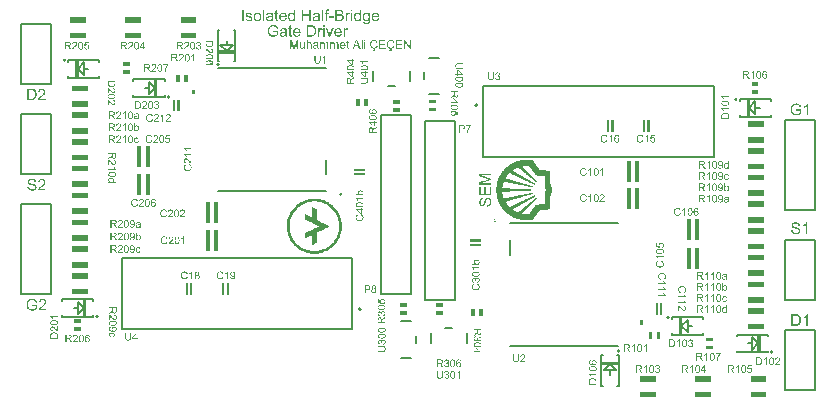
<source format=gto>
G04*
G04 #@! TF.GenerationSoftware,Altium Limited,Altium Designer,19.1.7 (138)*
G04*
G04 Layer_Color=65535*
%FSLAX44Y44*%
%MOMM*%
G71*
G01*
G75*
%ADD10C,0.2000*%
%ADD11C,0.1500*%
%ADD12C,0.1270*%
%ADD13C,0.1524*%
%ADD14C,0.0226*%
G36*
X156104Y377308D02*
X142604D01*
X142604Y382058D01*
X156104D01*
X156104Y377308D01*
D02*
G37*
G36*
X109368D02*
X95868D01*
X95868Y382058D01*
X109368D01*
X109368Y377308D01*
D02*
G37*
G36*
X62632D02*
X49132D01*
X49132Y382058D01*
X62632D01*
X62632Y377308D01*
D02*
G37*
G36*
X156104Y364058D02*
X142604D01*
Y368808D01*
X156104D01*
Y364058D01*
D02*
G37*
G36*
X109368D02*
X95868D01*
Y368808D01*
X109368D01*
Y364058D01*
D02*
G37*
G36*
X62632D02*
X49132D01*
Y368808D01*
X62632D01*
Y364058D01*
D02*
G37*
G36*
X99524Y340586D02*
X94024D01*
Y343836D01*
X99524D01*
Y340586D01*
D02*
G37*
G36*
Y333836D02*
X94024D01*
Y337086D01*
X99524D01*
Y333836D01*
D02*
G37*
G36*
X148764Y327060D02*
X145514D01*
Y332560D01*
X148764D01*
Y327060D01*
D02*
G37*
G36*
X142014D02*
X138764D01*
Y332560D01*
X142014D01*
Y327060D01*
D02*
G37*
G36*
X63900Y319210D02*
X50400D01*
X50400Y323960D01*
X63900D01*
X63900Y319210D01*
D02*
G37*
G36*
X155042Y316611D02*
X152502D01*
Y320421D01*
X155042D01*
Y316611D01*
D02*
G37*
G36*
X328124Y308582D02*
X322624D01*
Y311832D01*
X328124D01*
Y308582D01*
D02*
G37*
G36*
X301418Y307130D02*
X298168D01*
Y312630D01*
X301418D01*
Y307130D01*
D02*
G37*
G36*
X294668D02*
X291418D01*
Y312630D01*
X294668D01*
Y307130D01*
D02*
G37*
G36*
X63900Y305960D02*
X50400D01*
Y310710D01*
X63900D01*
Y305960D01*
D02*
G37*
G36*
X141942Y302086D02*
X139942D01*
Y312086D01*
X141942D01*
Y302086D01*
D02*
G37*
G36*
X138192D02*
X136442D01*
Y312086D01*
X138192D01*
Y302086D01*
D02*
G37*
G36*
X328124Y301832D02*
X322624D01*
Y305082D01*
X328124D01*
Y301832D01*
D02*
G37*
G36*
X63900Y296604D02*
X50400D01*
X50400Y301354D01*
X63900D01*
X63900Y296604D01*
D02*
G37*
G36*
X63900Y283354D02*
X50400D01*
Y288104D01*
X63900D01*
Y283354D01*
D02*
G37*
G36*
X63900Y273998D02*
X50400D01*
X50400Y278748D01*
X63900D01*
X63900Y273998D01*
D02*
G37*
G36*
X63900Y260748D02*
X50400D01*
Y265498D01*
X63900D01*
Y260748D01*
D02*
G37*
G36*
X116502Y254902D02*
X113002Y254902D01*
X113002Y272652D01*
X116502Y272652D01*
X116502Y254902D01*
D02*
G37*
G36*
X109502D02*
X106002Y254902D01*
X106002Y272652D01*
X109502Y272652D01*
X109502Y254902D01*
D02*
G37*
G36*
X299132Y251952D02*
X289132D01*
Y253702D01*
X299132D01*
Y251952D01*
D02*
G37*
G36*
X63900Y251392D02*
X50400D01*
X50400Y256142D01*
X63900D01*
X63900Y251392D01*
D02*
G37*
G36*
X299132Y248202D02*
X289132D01*
Y250202D01*
X299132D01*
Y248202D01*
D02*
G37*
G36*
X63900Y238142D02*
X50400D01*
Y242892D01*
X63900D01*
Y238142D01*
D02*
G37*
G36*
X116500Y231030D02*
X113000Y231030D01*
X113000Y248780D01*
X116500Y248780D01*
X116500Y231030D01*
D02*
G37*
G36*
X109500D02*
X106000Y231030D01*
X106000Y248780D01*
X109500Y248780D01*
X109500Y231030D01*
D02*
G37*
G36*
X63900Y228532D02*
X50400D01*
X50400Y233282D01*
X63900D01*
X63900Y228532D01*
D02*
G37*
G36*
X63900Y215282D02*
X50400D01*
Y220032D01*
X63900D01*
Y215282D01*
D02*
G37*
G36*
X174414Y207796D02*
X170914Y207796D01*
X170914Y225546D01*
X174414Y225546D01*
X174414Y207796D01*
D02*
G37*
G36*
X167414D02*
X163914Y207796D01*
X163914Y225546D01*
X167414Y225546D01*
X167414Y207796D01*
D02*
G37*
G36*
X63900Y205841D02*
X50400D01*
X50400Y210591D01*
X63900D01*
X63900Y205841D01*
D02*
G37*
G36*
X63900Y192591D02*
X50400D01*
Y197341D01*
X63900D01*
Y192591D01*
D02*
G37*
G36*
X174414Y183782D02*
X170914Y183782D01*
X170914Y201532D01*
X174414Y201532D01*
X174414Y183782D01*
D02*
G37*
G36*
X167414D02*
X163914Y183782D01*
X163914Y201532D01*
X167414Y201532D01*
X167414Y183782D01*
D02*
G37*
G36*
X63900Y183151D02*
X50400D01*
X50400Y187901D01*
X63900D01*
X63900Y183151D01*
D02*
G37*
G36*
X63900Y169901D02*
X50400D01*
Y174651D01*
X63900D01*
Y169901D01*
D02*
G37*
G36*
X63900Y160460D02*
X50400D01*
X50400Y165210D01*
X63900D01*
X63900Y160460D01*
D02*
G37*
G36*
X63900Y147210D02*
X50400D01*
Y151960D01*
X63900D01*
Y147210D01*
D02*
G37*
G36*
X183344Y146892D02*
X181594D01*
Y156892D01*
X183344D01*
Y146892D01*
D02*
G37*
G36*
X179844D02*
X177844D01*
Y156892D01*
X179844D01*
Y146892D01*
D02*
G37*
G36*
X152746D02*
X150996D01*
Y156892D01*
X152746D01*
Y146892D01*
D02*
G37*
G36*
X149246D02*
X147246D01*
Y156892D01*
X149246D01*
Y146892D01*
D02*
G37*
G36*
X333966Y136878D02*
X328466D01*
Y140128D01*
X333966D01*
Y136878D01*
D02*
G37*
G36*
Y130128D02*
X328466D01*
Y133378D01*
X333966D01*
Y130128D01*
D02*
G37*
G36*
X58122Y122908D02*
X52622D01*
Y126158D01*
X58122D01*
Y122908D01*
D02*
G37*
G36*
Y116158D02*
X52622D01*
Y119408D01*
X58122D01*
Y116158D01*
D02*
G37*
G36*
X631654Y323822D02*
X626154D01*
Y327072D01*
X631654D01*
Y323822D01*
D02*
G37*
G36*
Y317072D02*
X626154D01*
Y320322D01*
X631654D01*
Y317072D01*
D02*
G37*
G36*
X358858Y308836D02*
X353358D01*
Y312086D01*
X358858D01*
Y308836D01*
D02*
G37*
G36*
Y302086D02*
X353358D01*
Y305336D01*
X358858D01*
Y302086D01*
D02*
G37*
G36*
X636670Y288984D02*
X623170D01*
Y293734D01*
X636670D01*
Y288984D01*
D02*
G37*
G36*
X539960Y285068D02*
X537960D01*
Y295068D01*
X539960D01*
Y285068D01*
D02*
G37*
G36*
X536210D02*
X534460D01*
Y295068D01*
X536210D01*
Y285068D01*
D02*
G37*
G36*
X509226D02*
X507226D01*
Y295068D01*
X509226D01*
Y285068D01*
D02*
G37*
G36*
X505476D02*
X503726D01*
Y295068D01*
X505476D01*
Y285068D01*
D02*
G37*
G36*
X636670Y275734D02*
X623170D01*
X623170Y280484D01*
X636670D01*
X636670Y275734D01*
D02*
G37*
G36*
Y266378D02*
X623170D01*
Y271128D01*
X636670D01*
Y266378D01*
D02*
G37*
G36*
Y253128D02*
X623170D01*
X623170Y257878D01*
X636670D01*
X636670Y253128D01*
D02*
G37*
G36*
Y243772D02*
X623170D01*
Y248522D01*
X636670D01*
Y243772D01*
D02*
G37*
G36*
X530776Y242460D02*
X527276Y242460D01*
X527276Y260210D01*
X530776Y260210D01*
X530776Y242460D01*
D02*
G37*
G36*
X523776D02*
X520276Y242460D01*
X520276Y260210D01*
X523776Y260210D01*
X523776Y242460D01*
D02*
G37*
G36*
X636670Y230522D02*
X623170D01*
X623170Y235272D01*
X636670D01*
X636670Y230522D01*
D02*
G37*
G36*
Y221166D02*
X623170D01*
Y225916D01*
X636670D01*
Y221166D01*
D02*
G37*
G36*
X530776Y219854D02*
X527276Y219854D01*
X527276Y237604D01*
X530776Y237604D01*
X530776Y219854D01*
D02*
G37*
G36*
X523776D02*
X520276Y219854D01*
X520276Y237604D01*
X523776Y237604D01*
X523776Y219854D01*
D02*
G37*
G36*
X636670Y207916D02*
X623170D01*
X623170Y212666D01*
X636670D01*
X636670Y207916D01*
D02*
G37*
G36*
Y198560D02*
X623170D01*
Y203310D01*
X636670D01*
Y198560D01*
D02*
G37*
G36*
X581830Y193181D02*
X578330Y193181D01*
X578330Y210931D01*
X581830Y210931D01*
X581830Y193181D01*
D02*
G37*
G36*
X574830D02*
X571330Y193181D01*
X571330Y210931D01*
X574830Y210931D01*
X574830Y193181D01*
D02*
G37*
G36*
X397430Y191758D02*
X387430D01*
Y193758D01*
X397430D01*
Y191758D01*
D02*
G37*
G36*
Y188258D02*
X387430D01*
Y190008D01*
X397430D01*
Y188258D01*
D02*
G37*
G36*
X636670Y185310D02*
X623170D01*
X623170Y190060D01*
X636670D01*
X636670Y185310D01*
D02*
G37*
G36*
Y175954D02*
X623170D01*
Y180704D01*
X636670D01*
Y175954D01*
D02*
G37*
G36*
X581828Y168990D02*
X578328Y168990D01*
X578328Y186740D01*
X581828Y186740D01*
X581828Y168990D01*
D02*
G37*
G36*
X574828D02*
X571328Y168990D01*
X571328Y186740D01*
X574828Y186740D01*
X574828Y168990D01*
D02*
G37*
G36*
X636670Y162704D02*
X623170D01*
X623170Y167454D01*
X636670D01*
X636670Y162704D01*
D02*
G37*
G36*
Y153348D02*
X623170D01*
Y158098D01*
X636670D01*
Y153348D01*
D02*
G37*
G36*
Y140098D02*
X623170D01*
X623170Y144848D01*
X636670D01*
X636670Y140098D01*
D02*
G37*
G36*
X364700Y136878D02*
X359200D01*
Y140128D01*
X364700D01*
Y136878D01*
D02*
G37*
G36*
X636670Y130742D02*
X623170D01*
Y135492D01*
X636670D01*
Y130742D01*
D02*
G37*
G36*
X550296Y130128D02*
X548546D01*
Y140128D01*
X550296D01*
Y130128D01*
D02*
G37*
G36*
X546796D02*
X544796D01*
Y140128D01*
X546796D01*
Y130128D01*
D02*
G37*
G36*
X364700D02*
X359200D01*
Y133378D01*
X364700D01*
Y130128D01*
D02*
G37*
G36*
X398954Y129330D02*
X395704D01*
Y134830D01*
X398954D01*
Y129330D01*
D02*
G37*
G36*
X392204D02*
X388954D01*
Y134830D01*
X392204D01*
Y129330D01*
D02*
G37*
G36*
X534579Y121539D02*
X532039D01*
Y125349D01*
X534579D01*
Y121539D01*
D02*
G37*
G36*
X636670Y117492D02*
X623170D01*
X623170Y122242D01*
X636670D01*
X636670Y117492D01*
D02*
G37*
G36*
X548864Y109772D02*
X545614D01*
Y115272D01*
X548864D01*
Y109772D01*
D02*
G37*
G36*
X542114D02*
X538864D01*
Y115272D01*
X542114D01*
Y109772D01*
D02*
G37*
G36*
X593046Y107414D02*
X587546D01*
Y110664D01*
X593046D01*
Y107414D01*
D02*
G37*
G36*
Y100664D02*
X587546D01*
Y103914D01*
X593046D01*
Y100664D01*
D02*
G37*
G36*
X638702Y73338D02*
X625202D01*
Y78088D01*
X638702D01*
Y73338D01*
D02*
G37*
G36*
X591966D02*
X578466D01*
Y78088D01*
X591966D01*
Y73338D01*
D02*
G37*
G36*
X545230D02*
X531730D01*
Y78088D01*
X545230D01*
Y73338D01*
D02*
G37*
G36*
X638702Y60088D02*
X625202D01*
X625202Y64838D01*
X638702D01*
X638702Y60088D01*
D02*
G37*
G36*
X591966D02*
X578466D01*
X578466Y64838D01*
X591966D01*
X591966Y60088D01*
D02*
G37*
G36*
X545230D02*
X531730D01*
X531730Y64838D01*
X545230D01*
X545230Y60088D01*
D02*
G37*
G36*
X257358Y228272D02*
X257801Y228198D01*
X259057Y228051D01*
X260460Y227829D01*
X262084Y227460D01*
X263782Y226943D01*
X265554Y226278D01*
X265628D01*
X265702Y226205D01*
X266145Y225983D01*
X266736Y225688D01*
X267474Y225392D01*
X267548D01*
X267622Y225319D01*
X268139Y225023D01*
X268729Y224654D01*
X269394Y224137D01*
X269468Y224063D01*
X269763Y223842D01*
X270058Y223547D01*
X270501Y223251D01*
X270575Y223177D01*
X270871Y222882D01*
X271314Y222587D01*
X271757Y222144D01*
X271831Y222070D01*
X272052Y221848D01*
X272348Y221553D01*
X272717Y221184D01*
X273529Y220298D01*
X273898Y219928D01*
X274193Y219485D01*
Y219412D01*
X274341Y219338D01*
X274636Y218895D01*
X275079Y218304D01*
X275522Y217713D01*
Y217640D01*
X275596Y217566D01*
X275892Y217197D01*
X276113Y216680D01*
X276409Y216163D01*
Y216089D01*
X276556Y215941D01*
X276704Y215646D01*
X276852Y215277D01*
X277073Y214760D01*
X277295Y214169D01*
X277590Y213578D01*
X277885Y212840D01*
X278402Y211216D01*
X278845Y209370D01*
X279141Y207302D01*
X279288Y205235D01*
Y204201D01*
X279214Y203684D01*
Y203167D01*
X279067Y202503D01*
X278993Y201764D01*
X278845Y200878D01*
X278402Y199032D01*
X277738Y196965D01*
X277295Y195857D01*
X276852Y194750D01*
X276261Y193568D01*
X275596Y192461D01*
X275522Y192387D01*
X275375Y192166D01*
X275153Y191796D01*
X274784Y191353D01*
X274341Y190836D01*
X273824Y190172D01*
X273160Y189507D01*
X272421Y188769D01*
X271609Y188031D01*
X270723Y187218D01*
X269689Y186406D01*
X268656Y185668D01*
X267474Y184929D01*
X266293Y184191D01*
X264964Y183600D01*
X263561Y183010D01*
X263487D01*
X263413Y182936D01*
X263192Y182862D01*
X262896Y182788D01*
X262158Y182567D01*
X261198Y182271D01*
X260090Y182050D01*
X258835Y181828D01*
X257506Y181681D01*
X256103Y181607D01*
X255660D01*
X255586D01*
X255439D01*
X255217D01*
X254848D01*
X254405Y181681D01*
X253962D01*
X252707Y181828D01*
X251304Y182124D01*
X249679Y182493D01*
X247981Y183010D01*
X246209Y183674D01*
X246135Y183748D01*
X245840Y183822D01*
X245471Y184043D01*
X244954Y184339D01*
X244363Y184634D01*
X243698Y185003D01*
X242295Y185889D01*
X242222Y185963D01*
X241926Y186185D01*
X241483Y186554D01*
X241040Y186997D01*
X240893Y187071D01*
X240597Y187366D01*
X240154Y187809D01*
X239564Y188326D01*
X239490Y188400D01*
X239416Y188474D01*
X238973Y188917D01*
X238456Y189507D01*
X237939Y190098D01*
X237865Y190246D01*
X237570Y190541D01*
X237201Y190910D01*
X236905Y191279D01*
X236831Y191353D01*
X236610Y191649D01*
X236388Y192018D01*
X236093Y192461D01*
X236019Y192535D01*
X235872Y192830D01*
X235650Y193273D01*
X235429Y193790D01*
Y193864D01*
X235281Y194011D01*
X235133Y194307D01*
X234986Y194750D01*
X234764Y195193D01*
X234543Y195784D01*
X234247Y196448D01*
X234026Y197186D01*
X233435Y198811D01*
X232992Y200731D01*
X232697Y202724D01*
X232549Y204792D01*
Y205752D01*
X232623Y206416D01*
X232697Y207228D01*
X232770Y208188D01*
X232918Y209222D01*
X233140Y210330D01*
X233435Y211511D01*
X233509Y211659D01*
X233583Y212028D01*
X233804Y212619D01*
X234100Y213431D01*
X234543Y214317D01*
X234986Y215350D01*
X235502Y216458D01*
X236093Y217566D01*
X236167Y217713D01*
X236462Y218156D01*
X236979Y218747D01*
X237570Y219559D01*
X238382Y220445D01*
X239268Y221405D01*
X240228Y222365D01*
X241336Y223325D01*
X241483Y223399D01*
X241852Y223694D01*
X242517Y224137D01*
X243329Y224654D01*
X244363Y225245D01*
X245544Y225835D01*
X246800Y226426D01*
X248202Y227017D01*
X248276D01*
X248350Y227091D01*
X248572Y227165D01*
X248867Y227238D01*
X249605Y227460D01*
X250565Y227682D01*
X251673Y227903D01*
X252928Y228125D01*
X254257Y228272D01*
X255660Y228346D01*
X256103D01*
X256177D01*
X256325D01*
X256546D01*
X256915D01*
X257358Y228272D01*
D02*
G37*
G36*
X405469Y248131D02*
X397307D01*
X405469Y245284D01*
Y244128D01*
X397166Y241308D01*
X405469D01*
Y240068D01*
X395714D01*
Y241999D01*
X402635Y244311D01*
X402649D01*
X402678Y244325D01*
X402720Y244339D01*
X402790Y244367D01*
X402960Y244424D01*
X403171Y244494D01*
X403411Y244565D01*
X403650Y244649D01*
X403876Y244720D01*
X404073Y244776D01*
X404045Y244790D01*
X403975Y244804D01*
X403848Y244847D01*
X403679Y244903D01*
X403453Y244974D01*
X403185Y245072D01*
X402875Y245171D01*
X402509Y245298D01*
X395714Y247638D01*
Y249372D01*
X405469D01*
Y248131D01*
D02*
G37*
G36*
Y231032D02*
X395714D01*
Y238094D01*
X396870D01*
Y232329D01*
X399844D01*
Y237728D01*
X401000D01*
Y232329D01*
X404313D01*
Y238320D01*
X405469D01*
Y231032D01*
D02*
G37*
G36*
X403016Y229213D02*
X403213Y229185D01*
X403439Y229129D01*
X403679Y229058D01*
X403932Y228945D01*
X404200Y228790D01*
X404214D01*
X404228Y228776D01*
X404313Y228706D01*
X404440Y228607D01*
X404581Y228466D01*
X404750Y228283D01*
X404933Y228057D01*
X405102Y227803D01*
X405257Y227507D01*
Y227493D01*
X405271Y227465D01*
X405286Y227423D01*
X405314Y227366D01*
X405342Y227282D01*
X405384Y227183D01*
X405441Y226958D01*
X405511Y226690D01*
X405582Y226366D01*
X405624Y226013D01*
X405638Y225632D01*
Y225407D01*
X405624Y225294D01*
Y225167D01*
X405610Y225026D01*
X405596Y224857D01*
X405539Y224505D01*
X405483Y224138D01*
X405384Y223772D01*
X405257Y223419D01*
Y223405D01*
X405243Y223377D01*
X405215Y223335D01*
X405187Y223278D01*
X405102Y223109D01*
X404975Y222912D01*
X404806Y222686D01*
X404609Y222447D01*
X404369Y222221D01*
X404101Y222010D01*
X404087D01*
X404059Y221981D01*
X404017Y221967D01*
X403960Y221925D01*
X403890Y221897D01*
X403805Y221854D01*
X403594Y221756D01*
X403326Y221657D01*
X403030Y221573D01*
X402692Y221516D01*
X402339Y221488D01*
X402226Y222700D01*
X402241D01*
X402255D01*
X402297Y222714D01*
X402353D01*
X402480Y222743D01*
X402663Y222785D01*
X402847Y222841D01*
X403058Y222898D01*
X403256Y222996D01*
X403439Y223095D01*
X403453Y223109D01*
X403509Y223151D01*
X403608Y223222D01*
X403707Y223335D01*
X403834Y223476D01*
X403960Y223631D01*
X404087Y223842D01*
X404200Y224068D01*
Y224082D01*
X404214Y224096D01*
X404228Y224138D01*
X404242Y224181D01*
X404285Y224321D01*
X404341Y224505D01*
X404398Y224730D01*
X404440Y224984D01*
X404468Y225266D01*
X404482Y225576D01*
Y225703D01*
X404468Y225844D01*
X404454Y226013D01*
X404426Y226210D01*
X404398Y226436D01*
X404341Y226662D01*
X404271Y226873D01*
X404257Y226901D01*
X404228Y226972D01*
X404172Y227070D01*
X404115Y227197D01*
X404017Y227324D01*
X403918Y227465D01*
X403805Y227606D01*
X403664Y227719D01*
X403650Y227733D01*
X403594Y227761D01*
X403523Y227803D01*
X403411Y227860D01*
X403298Y227916D01*
X403157Y227959D01*
X403002Y227987D01*
X402833Y228001D01*
X402819D01*
X402748D01*
X402663Y227987D01*
X402551Y227973D01*
X402438Y227930D01*
X402297Y227888D01*
X402156Y227818D01*
X402029Y227719D01*
X402015Y227705D01*
X401973Y227663D01*
X401916Y227606D01*
X401832Y227507D01*
X401747Y227395D01*
X401648Y227240D01*
X401550Y227056D01*
X401465Y226845D01*
X401451Y226831D01*
X401437Y226760D01*
X401395Y226647D01*
X401381Y226577D01*
X401353Y226478D01*
X401310Y226380D01*
X401282Y226253D01*
X401240Y226112D01*
X401197Y225943D01*
X401155Y225774D01*
X401099Y225576D01*
X401042Y225351D01*
X400986Y225111D01*
Y225097D01*
X400972Y225054D01*
X400958Y224984D01*
X400930Y224900D01*
X400901Y224787D01*
X400873Y224660D01*
X400789Y224378D01*
X400690Y224068D01*
X400591Y223743D01*
X400493Y223462D01*
X400436Y223335D01*
X400380Y223222D01*
Y223208D01*
X400366Y223194D01*
X400309Y223109D01*
X400239Y222982D01*
X400126Y222841D01*
X399999Y222672D01*
X399844Y222503D01*
X399661Y222334D01*
X399464Y222193D01*
X399435Y222179D01*
X399365Y222136D01*
X399252Y222080D01*
X399111Y222024D01*
X398928Y221967D01*
X398716Y221911D01*
X398491Y221869D01*
X398251Y221854D01*
X398237D01*
X398223D01*
X398181D01*
X398124D01*
X397983Y221883D01*
X397800Y221911D01*
X397589Y221953D01*
X397349Y222024D01*
X397109Y222122D01*
X396870Y222263D01*
X396856D01*
X396842Y222277D01*
X396757Y222348D01*
X396644Y222447D01*
X396503Y222574D01*
X396348Y222743D01*
X396179Y222954D01*
X396024Y223208D01*
X395883Y223490D01*
Y223504D01*
X395869Y223532D01*
X395855Y223574D01*
X395826Y223631D01*
X395798Y223701D01*
X395770Y223800D01*
X395714Y224011D01*
X395657Y224279D01*
X395601Y224589D01*
X395559Y224914D01*
X395545Y225280D01*
Y225463D01*
X395559Y225562D01*
Y225661D01*
X395587Y225929D01*
X395629Y226225D01*
X395700Y226535D01*
X395784Y226873D01*
X395897Y227183D01*
Y227197D01*
X395911Y227225D01*
X395939Y227268D01*
X395967Y227324D01*
X396038Y227465D01*
X396165Y227648D01*
X396306Y227860D01*
X396489Y228071D01*
X396701Y228269D01*
X396940Y228452D01*
X396954D01*
X396968Y228466D01*
X397011Y228494D01*
X397053Y228522D01*
X397194Y228593D01*
X397377Y228678D01*
X397603Y228776D01*
X397871Y228847D01*
X398153Y228917D01*
X398463Y228945D01*
X398561Y227705D01*
X398547D01*
X398519D01*
X398477Y227691D01*
X398406Y227677D01*
X398251Y227634D01*
X398040Y227578D01*
X397814Y227493D01*
X397589Y227366D01*
X397377Y227211D01*
X397180Y227014D01*
X397166Y226986D01*
X397109Y226915D01*
X397025Y226774D01*
X396940Y226591D01*
X396856Y226352D01*
X396771Y226070D01*
X396715Y225717D01*
X396701Y225322D01*
Y225125D01*
X396715Y225040D01*
X396729Y224928D01*
X396757Y224674D01*
X396813Y224392D01*
X396884Y224110D01*
X396996Y223842D01*
X397067Y223729D01*
X397137Y223617D01*
X397152Y223589D01*
X397208Y223532D01*
X397307Y223447D01*
X397419Y223363D01*
X397575Y223264D01*
X397744Y223180D01*
X397941Y223123D01*
X398167Y223095D01*
X398195D01*
X398251D01*
X398350Y223109D01*
X398463Y223137D01*
X398604Y223180D01*
X398745Y223250D01*
X398885Y223335D01*
X399026Y223462D01*
X399041Y223476D01*
X399083Y223546D01*
X399125Y223603D01*
X399153Y223659D01*
X399196Y223743D01*
X399252Y223842D01*
X399294Y223969D01*
X399351Y224110D01*
X399407Y224265D01*
X399478Y224448D01*
X399534Y224646D01*
X399604Y224871D01*
X399661Y225125D01*
X399731Y225407D01*
Y225421D01*
X399745Y225478D01*
X399760Y225562D01*
X399788Y225661D01*
X399816Y225788D01*
X399858Y225943D01*
X399901Y226098D01*
X399943Y226267D01*
X400042Y226633D01*
X400140Y226986D01*
X400197Y227155D01*
X400253Y227310D01*
X400295Y227451D01*
X400352Y227564D01*
Y227578D01*
X400366Y227606D01*
X400394Y227648D01*
X400422Y227705D01*
X400507Y227860D01*
X400620Y228043D01*
X400774Y228255D01*
X400944Y228466D01*
X401141Y228663D01*
X401353Y228832D01*
X401381Y228847D01*
X401451Y228903D01*
X401578Y228959D01*
X401747Y229044D01*
X401945Y229114D01*
X402184Y229185D01*
X402452Y229227D01*
X402734Y229241D01*
X402748D01*
X402762D01*
X402804D01*
X402861D01*
X403016Y229213D01*
D02*
G37*
G36*
X664275Y308868D02*
X664388D01*
X664656Y308840D01*
X664952Y308798D01*
X665262Y308727D01*
X665601Y308643D01*
X665925Y308530D01*
X665939D01*
X665967Y308516D01*
X666009Y308502D01*
X666066Y308473D01*
X666221Y308389D01*
X666418Y308290D01*
X666630Y308149D01*
X666855Y307980D01*
X667067Y307797D01*
X667264Y307571D01*
X667292Y307543D01*
X667349Y307458D01*
X667433Y307332D01*
X667546Y307148D01*
X667659Y306923D01*
X667786Y306641D01*
X667912Y306331D01*
X668011Y305978D01*
X666841Y305668D01*
Y305682D01*
X666827Y305696D01*
X666813Y305739D01*
X666799Y305795D01*
X666757Y305922D01*
X666700Y306091D01*
X666616Y306288D01*
X666517Y306472D01*
X666418Y306669D01*
X666291Y306838D01*
X666277Y306852D01*
X666235Y306909D01*
X666150Y306979D01*
X666052Y307078D01*
X665925Y307191D01*
X665756Y307303D01*
X665572Y307416D01*
X665361Y307515D01*
X665333Y307529D01*
X665262Y307557D01*
X665135Y307600D01*
X664966Y307656D01*
X664769Y307698D01*
X664543Y307740D01*
X664289Y307769D01*
X664022Y307783D01*
X663867D01*
X663796Y307769D01*
X663711D01*
X663500Y307754D01*
X663260Y307712D01*
X662993Y307670D01*
X662739Y307600D01*
X662485Y307501D01*
X662457Y307487D01*
X662372Y307458D01*
X662260Y307388D01*
X662119Y307318D01*
X661949Y307205D01*
X661766Y307092D01*
X661597Y306951D01*
X661442Y306796D01*
X661428Y306782D01*
X661371Y306725D01*
X661301Y306627D01*
X661216Y306514D01*
X661118Y306373D01*
X661019Y306204D01*
X660920Y306021D01*
X660822Y305823D01*
Y305809D01*
X660807Y305781D01*
X660793Y305739D01*
X660765Y305668D01*
X660737Y305584D01*
X660709Y305485D01*
X660667Y305372D01*
X660638Y305245D01*
X660568Y304949D01*
X660511Y304611D01*
X660469Y304258D01*
X660455Y303864D01*
Y303850D01*
Y303807D01*
Y303737D01*
X660469Y303652D01*
Y303540D01*
X660483Y303399D01*
X660497Y303258D01*
X660511Y303102D01*
X660568Y302750D01*
X660638Y302384D01*
X660751Y302017D01*
X660892Y301665D01*
Y301651D01*
X660920Y301622D01*
X660934Y301580D01*
X660977Y301524D01*
X661075Y301369D01*
X661230Y301171D01*
X661414Y300960D01*
X661639Y300748D01*
X661907Y300551D01*
X662203Y300368D01*
X662217D01*
X662245Y300354D01*
X662288Y300325D01*
X662358Y300297D01*
X662429Y300269D01*
X662527Y300241D01*
X662753Y300156D01*
X663035Y300086D01*
X663345Y300015D01*
X663683Y299959D01*
X664036Y299945D01*
X664177D01*
X664261Y299959D01*
X664346D01*
X664557Y299987D01*
X664811Y300015D01*
X665079Y300072D01*
X665375Y300156D01*
X665671Y300255D01*
X665685D01*
X665713Y300269D01*
X665742Y300283D01*
X665798Y300311D01*
X665953Y300382D01*
X666122Y300466D01*
X666320Y300565D01*
X666531Y300678D01*
X666728Y300805D01*
X666897Y300946D01*
Y302778D01*
X664022D01*
Y303934D01*
X668166D01*
Y300311D01*
X668152Y300297D01*
X668124Y300283D01*
X668067Y300241D01*
X667997Y300184D01*
X667912Y300128D01*
X667814Y300058D01*
X667687Y299973D01*
X667560Y299888D01*
X667264Y299705D01*
X666926Y299508D01*
X666573Y299324D01*
X666193Y299170D01*
X666179D01*
X666150Y299155D01*
X666094Y299141D01*
X666023Y299113D01*
X665925Y299085D01*
X665812Y299043D01*
X665685Y299014D01*
X665558Y298986D01*
X665248Y298916D01*
X664896Y298845D01*
X664515Y298803D01*
X664120Y298789D01*
X663979D01*
X663881Y298803D01*
X663754D01*
X663599Y298817D01*
X663430Y298845D01*
X663246Y298859D01*
X662838Y298944D01*
X662401Y299043D01*
X661949Y299198D01*
X661724Y299282D01*
X661498Y299395D01*
X661484Y299409D01*
X661442Y299423D01*
X661385Y299466D01*
X661301Y299508D01*
X661202Y299578D01*
X661104Y299649D01*
X660836Y299846D01*
X660554Y300100D01*
X660258Y300410D01*
X659976Y300762D01*
X659722Y301171D01*
Y301185D01*
X659694Y301228D01*
X659666Y301284D01*
X659623Y301383D01*
X659581Y301481D01*
X659539Y301622D01*
X659482Y301763D01*
X659426Y301933D01*
X659370Y302116D01*
X659313Y302327D01*
X659271Y302539D01*
X659229Y302764D01*
X659158Y303258D01*
X659130Y303779D01*
Y303793D01*
Y303850D01*
Y303920D01*
X659144Y304019D01*
Y304146D01*
X659158Y304301D01*
X659186Y304456D01*
X659201Y304639D01*
X659243Y304836D01*
X659271Y305048D01*
X659384Y305499D01*
X659525Y305964D01*
X659722Y306429D01*
X659736Y306444D01*
X659750Y306486D01*
X659779Y306542D01*
X659835Y306627D01*
X659891Y306740D01*
X659962Y306852D01*
X660159Y307120D01*
X660399Y307430D01*
X660695Y307726D01*
X661033Y308022D01*
X661230Y308149D01*
X661428Y308276D01*
X661442Y308290D01*
X661484Y308304D01*
X661541Y308333D01*
X661625Y308375D01*
X661738Y308417D01*
X661865Y308473D01*
X662006Y308530D01*
X662175Y308586D01*
X662358Y308643D01*
X662556Y308685D01*
X662767Y308741D01*
X662993Y308784D01*
X663486Y308854D01*
X663740Y308882D01*
X664191D01*
X664275Y308868D01*
D02*
G37*
G36*
X674087Y298958D02*
X672889D01*
Y306584D01*
X672875Y306570D01*
X672804Y306514D01*
X672719Y306429D01*
X672579Y306331D01*
X672423Y306204D01*
X672226Y306063D01*
X672001Y305908D01*
X671747Y305753D01*
X671733D01*
X671719Y305739D01*
X671634Y305682D01*
X671493Y305612D01*
X671324Y305527D01*
X671126Y305429D01*
X670915Y305330D01*
X670704Y305231D01*
X670492Y305147D01*
Y306303D01*
X670506D01*
X670535Y306331D01*
X670591Y306345D01*
X670661Y306387D01*
X670746Y306429D01*
X670845Y306486D01*
X671084Y306627D01*
X671366Y306782D01*
X671648Y306979D01*
X671944Y307205D01*
X672240Y307444D01*
X672254Y307458D01*
X672268Y307473D01*
X672311Y307515D01*
X672367Y307557D01*
X672494Y307698D01*
X672663Y307867D01*
X672832Y308065D01*
X673016Y308290D01*
X673171Y308516D01*
X673312Y308755D01*
X674087D01*
Y298958D01*
D02*
G37*
G36*
X663712Y208284D02*
X663811D01*
X664079Y208256D01*
X664375Y208214D01*
X664685Y208143D01*
X665023Y208059D01*
X665333Y207946D01*
X665347D01*
X665376Y207932D01*
X665418Y207904D01*
X665474Y207875D01*
X665615Y207805D01*
X665798Y207678D01*
X666010Y207537D01*
X666221Y207354D01*
X666419Y207142D01*
X666602Y206903D01*
Y206889D01*
X666616Y206875D01*
X666644Y206832D01*
X666672Y206790D01*
X666743Y206649D01*
X666827Y206466D01*
X666926Y206240D01*
X666997Y205972D01*
X667067Y205690D01*
X667095Y205380D01*
X665855Y205282D01*
Y205296D01*
Y205324D01*
X665841Y205366D01*
X665827Y205437D01*
X665784Y205592D01*
X665728Y205803D01*
X665643Y206029D01*
X665516Y206254D01*
X665361Y206466D01*
X665164Y206663D01*
X665136Y206677D01*
X665065Y206733D01*
X664924Y206818D01*
X664741Y206903D01*
X664501Y206987D01*
X664220Y207072D01*
X663867Y207128D01*
X663472Y207142D01*
X663275D01*
X663190Y207128D01*
X663078Y207114D01*
X662824Y207086D01*
X662542Y207030D01*
X662260Y206959D01*
X661992Y206846D01*
X661879Y206776D01*
X661767Y206705D01*
X661739Y206691D01*
X661682Y206635D01*
X661598Y206536D01*
X661513Y206423D01*
X661414Y206268D01*
X661330Y206099D01*
X661273Y205902D01*
X661245Y205676D01*
Y205648D01*
Y205592D01*
X661259Y205493D01*
X661287Y205380D01*
X661330Y205239D01*
X661400Y205098D01*
X661485Y204957D01*
X661612Y204816D01*
X661626Y204802D01*
X661696Y204760D01*
X661752Y204718D01*
X661809Y204690D01*
X661893Y204647D01*
X661992Y204591D01*
X662119Y204548D01*
X662260Y204492D01*
X662415Y204436D01*
X662598Y204365D01*
X662796Y204309D01*
X663021Y204238D01*
X663275Y204182D01*
X663557Y204111D01*
X663571D01*
X663627Y204097D01*
X663712Y204083D01*
X663811Y204055D01*
X663938Y204027D01*
X664093Y203985D01*
X664248Y203942D01*
X664417Y203900D01*
X664783Y203801D01*
X665136Y203703D01*
X665305Y203646D01*
X665460Y203590D01*
X665601Y203548D01*
X665714Y203491D01*
X665728D01*
X665756Y203477D01*
X665798Y203449D01*
X665855Y203421D01*
X666010Y203336D01*
X666193Y203223D01*
X666405Y203068D01*
X666616Y202899D01*
X666813Y202702D01*
X666982Y202490D01*
X666997Y202462D01*
X667053Y202392D01*
X667109Y202265D01*
X667194Y202096D01*
X667264Y201898D01*
X667335Y201659D01*
X667377Y201391D01*
X667391Y201109D01*
Y201095D01*
Y201081D01*
Y201038D01*
Y200982D01*
X667363Y200827D01*
X667335Y200630D01*
X667279Y200404D01*
X667208Y200164D01*
X667095Y199911D01*
X666940Y199643D01*
Y199629D01*
X666926Y199615D01*
X666856Y199530D01*
X666757Y199403D01*
X666616Y199262D01*
X666433Y199093D01*
X666207Y198910D01*
X665954Y198741D01*
X665657Y198585D01*
X665643D01*
X665615Y198571D01*
X665573Y198557D01*
X665516Y198529D01*
X665432Y198501D01*
X665333Y198459D01*
X665108Y198402D01*
X664840Y198332D01*
X664516Y198261D01*
X664163Y198219D01*
X663783Y198205D01*
X663557D01*
X663444Y198219D01*
X663317D01*
X663176Y198233D01*
X663007Y198247D01*
X662655Y198304D01*
X662288Y198360D01*
X661922Y198459D01*
X661569Y198585D01*
X661555D01*
X661527Y198600D01*
X661485Y198628D01*
X661428Y198656D01*
X661259Y198741D01*
X661062Y198867D01*
X660836Y199037D01*
X660597Y199234D01*
X660371Y199474D01*
X660160Y199741D01*
Y199755D01*
X660131Y199784D01*
X660117Y199826D01*
X660075Y199882D01*
X660047Y199953D01*
X660005Y200037D01*
X659906Y200249D01*
X659807Y200517D01*
X659723Y200813D01*
X659666Y201151D01*
X659638Y201504D01*
X660850Y201616D01*
Y201602D01*
Y201588D01*
X660864Y201546D01*
Y201489D01*
X660893Y201363D01*
X660935Y201179D01*
X660991Y200996D01*
X661048Y200785D01*
X661146Y200587D01*
X661245Y200404D01*
X661259Y200390D01*
X661301Y200333D01*
X661372Y200235D01*
X661485Y200136D01*
X661626Y200009D01*
X661781Y199882D01*
X661992Y199755D01*
X662218Y199643D01*
X662232D01*
X662246Y199629D01*
X662288Y199615D01*
X662330Y199600D01*
X662471Y199558D01*
X662655Y199502D01*
X662880Y199445D01*
X663134Y199403D01*
X663416Y199375D01*
X663726Y199361D01*
X663853D01*
X663994Y199375D01*
X664163Y199389D01*
X664361Y199417D01*
X664586Y199445D01*
X664812Y199502D01*
X665023Y199572D01*
X665051Y199586D01*
X665122Y199615D01*
X665220Y199671D01*
X665347Y199727D01*
X665474Y199826D01*
X665615Y199925D01*
X665756Y200037D01*
X665869Y200178D01*
X665883Y200193D01*
X665911Y200249D01*
X665954Y200319D01*
X666010Y200432D01*
X666066Y200545D01*
X666108Y200686D01*
X666137Y200841D01*
X666151Y201010D01*
Y201024D01*
Y201095D01*
X666137Y201179D01*
X666123Y201292D01*
X666080Y201405D01*
X666038Y201546D01*
X665968Y201687D01*
X665869Y201814D01*
X665855Y201828D01*
X665813Y201870D01*
X665756Y201926D01*
X665657Y202011D01*
X665545Y202096D01*
X665390Y202194D01*
X665206Y202293D01*
X664995Y202377D01*
X664981Y202392D01*
X664910Y202406D01*
X664798Y202448D01*
X664727Y202462D01*
X664628Y202490D01*
X664530Y202533D01*
X664403Y202561D01*
X664262Y202603D01*
X664093Y202645D01*
X663923Y202688D01*
X663726Y202744D01*
X663501Y202801D01*
X663261Y202857D01*
X663247D01*
X663204Y202871D01*
X663134Y202885D01*
X663049Y202913D01*
X662937Y202941D01*
X662810Y202970D01*
X662528Y203054D01*
X662218Y203153D01*
X661893Y203252D01*
X661612Y203350D01*
X661485Y203407D01*
X661372Y203463D01*
X661358D01*
X661344Y203477D01*
X661259Y203533D01*
X661132Y203604D01*
X660991Y203717D01*
X660822Y203844D01*
X660653Y203999D01*
X660484Y204182D01*
X660343Y204379D01*
X660329Y204408D01*
X660286Y204478D01*
X660230Y204591D01*
X660174Y204732D01*
X660117Y204915D01*
X660061Y205126D01*
X660019Y205352D01*
X660005Y205592D01*
Y205606D01*
Y205620D01*
Y205662D01*
Y205718D01*
X660033Y205860D01*
X660061Y206043D01*
X660103Y206254D01*
X660174Y206494D01*
X660272Y206733D01*
X660413Y206973D01*
Y206987D01*
X660427Y207001D01*
X660498Y207086D01*
X660597Y207199D01*
X660723Y207340D01*
X660893Y207495D01*
X661104Y207664D01*
X661358Y207819D01*
X661640Y207960D01*
X661654D01*
X661682Y207974D01*
X661724Y207988D01*
X661781Y208016D01*
X661851Y208044D01*
X661950Y208073D01*
X662161Y208129D01*
X662429Y208186D01*
X662739Y208242D01*
X663064Y208284D01*
X663430Y208298D01*
X663613D01*
X663712Y208284D01*
D02*
G37*
G36*
X673185Y198374D02*
X671987D01*
Y206000D01*
X671973Y205986D01*
X671902Y205930D01*
X671818Y205845D01*
X671677Y205747D01*
X671522Y205620D01*
X671324Y205479D01*
X671099Y205324D01*
X670845Y205169D01*
X670831D01*
X670817Y205155D01*
X670732Y205098D01*
X670591Y205028D01*
X670422Y204943D01*
X670225Y204844D01*
X670013Y204746D01*
X669802Y204647D01*
X669591Y204563D01*
Y205718D01*
X669605D01*
X669633Y205747D01*
X669689Y205761D01*
X669760Y205803D01*
X669844Y205845D01*
X669943Y205902D01*
X670183Y206043D01*
X670464Y206198D01*
X670746Y206395D01*
X671042Y206621D01*
X671339Y206860D01*
X671353Y206875D01*
X671367Y206889D01*
X671409Y206931D01*
X671465Y206973D01*
X671592Y207114D01*
X671761Y207283D01*
X671931Y207481D01*
X672114Y207706D01*
X672269Y207932D01*
X672410Y208171D01*
X673185D01*
Y198374D01*
D02*
G37*
G36*
X673749Y120650D02*
X672551D01*
Y128277D01*
X672537Y128262D01*
X672467Y128206D01*
X672382Y128121D01*
X672241Y128023D01*
X672086Y127896D01*
X671889Y127755D01*
X671663Y127600D01*
X671409Y127445D01*
X671395D01*
X671381Y127431D01*
X671296Y127374D01*
X671155Y127304D01*
X670986Y127219D01*
X670789Y127121D01*
X670577Y127022D01*
X670366Y126923D01*
X670155Y126839D01*
Y127994D01*
X670169D01*
X670197Y128023D01*
X670253Y128037D01*
X670324Y128079D01*
X670408Y128121D01*
X670507Y128178D01*
X670747Y128319D01*
X671029Y128474D01*
X671311Y128671D01*
X671607Y128897D01*
X671903Y129136D01*
X671917Y129150D01*
X671931Y129165D01*
X671973Y129207D01*
X672029Y129249D01*
X672156Y129390D01*
X672326Y129559D01*
X672495Y129757D01*
X672678Y129982D01*
X672833Y130208D01*
X672974Y130447D01*
X673749D01*
Y120650D01*
D02*
G37*
G36*
X663895Y130391D02*
X664177Y130377D01*
X664459Y130349D01*
X664741Y130306D01*
X664981Y130264D01*
X664995D01*
X665023Y130250D01*
X665066D01*
X665122Y130222D01*
X665277Y130180D01*
X665474Y130109D01*
X665700Y130010D01*
X665940Y129883D01*
X666179Y129743D01*
X666405Y129559D01*
X666419Y129545D01*
X666433Y129531D01*
X666475Y129489D01*
X666532Y129446D01*
X666673Y129306D01*
X666842Y129108D01*
X667025Y128869D01*
X667222Y128587D01*
X667406Y128262D01*
X667561Y127896D01*
Y127882D01*
X667575Y127854D01*
X667603Y127797D01*
X667617Y127713D01*
X667659Y127614D01*
X667688Y127501D01*
X667716Y127374D01*
X667758Y127219D01*
X667800Y127064D01*
X667829Y126881D01*
X667899Y126486D01*
X667941Y126049D01*
X667955Y125570D01*
Y125556D01*
Y125528D01*
Y125457D01*
Y125387D01*
X667941Y125288D01*
Y125175D01*
X667927Y124907D01*
X667885Y124597D01*
X667843Y124273D01*
X667772Y123935D01*
X667688Y123596D01*
Y123582D01*
X667673Y123554D01*
X667659Y123512D01*
X667645Y123455D01*
X667589Y123300D01*
X667504Y123103D01*
X667420Y122877D01*
X667307Y122652D01*
X667166Y122412D01*
X667025Y122187D01*
X667011Y122158D01*
X666955Y122088D01*
X666870Y121989D01*
X666757Y121862D01*
X666630Y121721D01*
X666475Y121580D01*
X666320Y121425D01*
X666137Y121299D01*
X666109Y121284D01*
X666052Y121242D01*
X665954Y121186D01*
X665813Y121115D01*
X665644Y121031D01*
X665446Y120960D01*
X665221Y120876D01*
X664967Y120805D01*
X664939D01*
X664896Y120791D01*
X664854Y120777D01*
X664713Y120763D01*
X664516Y120735D01*
X664290Y120706D01*
X664022Y120678D01*
X663726Y120664D01*
X663402Y120650D01*
X659892D01*
Y130405D01*
X663642D01*
X663895Y130391D01*
D02*
G37*
G36*
X17337Y143514D02*
X17450D01*
X17718Y143486D01*
X18014Y143444D01*
X18324Y143373D01*
X18663Y143289D01*
X18987Y143176D01*
X19001D01*
X19029Y143162D01*
X19071Y143148D01*
X19128Y143119D01*
X19283Y143035D01*
X19480Y142936D01*
X19692Y142795D01*
X19917Y142626D01*
X20129Y142443D01*
X20326Y142217D01*
X20354Y142189D01*
X20411Y142105D01*
X20495Y141978D01*
X20608Y141794D01*
X20721Y141569D01*
X20848Y141287D01*
X20974Y140977D01*
X21073Y140624D01*
X19903Y140314D01*
Y140328D01*
X19889Y140342D01*
X19875Y140385D01*
X19861Y140441D01*
X19819Y140568D01*
X19762Y140737D01*
X19677Y140934D01*
X19579Y141118D01*
X19480Y141315D01*
X19353Y141484D01*
X19339Y141498D01*
X19297Y141555D01*
X19212Y141625D01*
X19114Y141724D01*
X18987Y141837D01*
X18818Y141949D01*
X18634Y142062D01*
X18423Y142161D01*
X18395Y142175D01*
X18324Y142203D01*
X18197Y142246D01*
X18028Y142302D01*
X17831Y142344D01*
X17605Y142386D01*
X17351Y142415D01*
X17084Y142429D01*
X16929D01*
X16858Y142415D01*
X16774D01*
X16562Y142401D01*
X16322Y142358D01*
X16055Y142316D01*
X15801Y142246D01*
X15547Y142147D01*
X15519Y142133D01*
X15434Y142105D01*
X15322Y142034D01*
X15181Y141964D01*
X15011Y141851D01*
X14828Y141738D01*
X14659Y141597D01*
X14504Y141442D01*
X14490Y141428D01*
X14433Y141371D01*
X14363Y141273D01*
X14278Y141160D01*
X14180Y141019D01*
X14081Y140850D01*
X13982Y140667D01*
X13884Y140469D01*
Y140455D01*
X13870Y140427D01*
X13855Y140385D01*
X13827Y140314D01*
X13799Y140230D01*
X13771Y140131D01*
X13729Y140018D01*
X13700Y139891D01*
X13630Y139595D01*
X13573Y139257D01*
X13531Y138904D01*
X13517Y138510D01*
Y138496D01*
Y138453D01*
Y138383D01*
X13531Y138298D01*
Y138186D01*
X13545Y138045D01*
X13559Y137904D01*
X13573Y137748D01*
X13630Y137396D01*
X13700Y137030D01*
X13813Y136663D01*
X13954Y136311D01*
Y136297D01*
X13982Y136268D01*
X13996Y136226D01*
X14039Y136170D01*
X14137Y136015D01*
X14293Y135817D01*
X14476Y135606D01*
X14701Y135394D01*
X14969Y135197D01*
X15265Y135014D01*
X15279D01*
X15307Y135000D01*
X15350Y134971D01*
X15420Y134943D01*
X15491Y134915D01*
X15589Y134887D01*
X15815Y134802D01*
X16097Y134732D01*
X16407Y134661D01*
X16745Y134605D01*
X17098Y134591D01*
X17239D01*
X17323Y134605D01*
X17408D01*
X17619Y134633D01*
X17873Y134661D01*
X18141Y134718D01*
X18437Y134802D01*
X18733Y134901D01*
X18747D01*
X18775Y134915D01*
X18803Y134929D01*
X18860Y134957D01*
X19015Y135028D01*
X19184Y135112D01*
X19382Y135211D01*
X19593Y135324D01*
X19790Y135451D01*
X19959Y135592D01*
Y137424D01*
X17084D01*
Y138580D01*
X21228D01*
Y134957D01*
X21214Y134943D01*
X21186Y134929D01*
X21130Y134887D01*
X21059Y134830D01*
X20974Y134774D01*
X20876Y134704D01*
X20749Y134619D01*
X20622Y134534D01*
X20326Y134351D01*
X19988Y134154D01*
X19635Y133970D01*
X19255Y133815D01*
X19240D01*
X19212Y133801D01*
X19156Y133787D01*
X19085Y133759D01*
X18987Y133731D01*
X18874Y133689D01*
X18747Y133660D01*
X18620Y133632D01*
X18310Y133562D01*
X17958Y133491D01*
X17577Y133449D01*
X17182Y133435D01*
X17041D01*
X16943Y133449D01*
X16816D01*
X16661Y133463D01*
X16492Y133491D01*
X16308Y133505D01*
X15899Y133590D01*
X15462Y133689D01*
X15011Y133844D01*
X14786Y133928D01*
X14560Y134041D01*
X14546Y134055D01*
X14504Y134069D01*
X14447Y134111D01*
X14363Y134154D01*
X14264Y134224D01*
X14166Y134295D01*
X13898Y134492D01*
X13616Y134746D01*
X13320Y135056D01*
X13038Y135408D01*
X12784Y135817D01*
Y135831D01*
X12756Y135874D01*
X12728Y135930D01*
X12685Y136029D01*
X12643Y136127D01*
X12601Y136268D01*
X12544Y136409D01*
X12488Y136579D01*
X12432Y136762D01*
X12375Y136973D01*
X12333Y137185D01*
X12291Y137410D01*
X12220Y137904D01*
X12192Y138425D01*
Y138439D01*
Y138496D01*
Y138566D01*
X12206Y138665D01*
Y138792D01*
X12220Y138947D01*
X12248Y139102D01*
X12263Y139285D01*
X12305Y139482D01*
X12333Y139694D01*
X12446Y140145D01*
X12587Y140610D01*
X12784Y141075D01*
X12798Y141089D01*
X12812Y141132D01*
X12840Y141188D01*
X12897Y141273D01*
X12953Y141385D01*
X13024Y141498D01*
X13221Y141766D01*
X13461Y142076D01*
X13757Y142372D01*
X14095Y142668D01*
X14293Y142795D01*
X14490Y142922D01*
X14504Y142936D01*
X14546Y142950D01*
X14603Y142978D01*
X14687Y143021D01*
X14800Y143063D01*
X14927Y143119D01*
X15068Y143176D01*
X15237Y143232D01*
X15420Y143289D01*
X15618Y143331D01*
X15829Y143387D01*
X16055Y143430D01*
X16548Y143500D01*
X16802Y143528D01*
X17253D01*
X17337Y143514D01*
D02*
G37*
G36*
X26106Y143387D02*
X26219Y143373D01*
X26360Y143359D01*
X26515Y143331D01*
X26670Y143303D01*
X27036Y143204D01*
X27403Y143063D01*
X27586Y142978D01*
X27769Y142880D01*
X27938Y142753D01*
X28093Y142612D01*
X28108Y142598D01*
X28136Y142584D01*
X28164Y142527D01*
X28220Y142471D01*
X28291Y142401D01*
X28361Y142302D01*
X28432Y142203D01*
X28516Y142076D01*
X28657Y141809D01*
X28798Y141470D01*
X28855Y141301D01*
X28883Y141104D01*
X28911Y140906D01*
X28925Y140695D01*
Y140667D01*
Y140596D01*
X28911Y140483D01*
X28897Y140328D01*
X28869Y140159D01*
X28812Y139962D01*
X28756Y139750D01*
X28671Y139539D01*
X28657Y139511D01*
X28629Y139440D01*
X28573Y139327D01*
X28488Y139172D01*
X28375Y139003D01*
X28234Y138792D01*
X28065Y138580D01*
X27868Y138341D01*
X27840Y138312D01*
X27769Y138228D01*
X27699Y138157D01*
X27628Y138087D01*
X27544Y138002D01*
X27431Y137889D01*
X27318Y137777D01*
X27177Y137650D01*
X27036Y137509D01*
X26867Y137354D01*
X26684Y137199D01*
X26486Y137015D01*
X26261Y136832D01*
X26035Y136635D01*
X26021Y136621D01*
X25993Y136593D01*
X25937Y136550D01*
X25866Y136494D01*
X25782Y136409D01*
X25683Y136325D01*
X25457Y136142D01*
X25218Y135930D01*
X24992Y135718D01*
X24795Y135535D01*
X24710Y135465D01*
X24640Y135394D01*
X24626Y135380D01*
X24583Y135338D01*
X24527Y135281D01*
X24456Y135197D01*
X24386Y135098D01*
X24301Y135000D01*
X24132Y134760D01*
X28939D01*
Y133604D01*
X22469D01*
Y133618D01*
Y133674D01*
Y133759D01*
X22483Y133872D01*
X22497Y133999D01*
X22525Y134140D01*
X22553Y134281D01*
X22610Y134436D01*
Y134450D01*
X22624Y134464D01*
X22652Y134549D01*
X22708Y134675D01*
X22793Y134845D01*
X22906Y135042D01*
X23047Y135267D01*
X23202Y135493D01*
X23399Y135733D01*
Y135747D01*
X23427Y135761D01*
X23498Y135845D01*
X23625Y135972D01*
X23808Y136156D01*
X24019Y136367D01*
X24287Y136621D01*
X24611Y136903D01*
X24964Y137199D01*
X24978Y137213D01*
X25034Y137255D01*
X25119Y137326D01*
X25218Y137410D01*
X25345Y137523D01*
X25500Y137650D01*
X25655Y137791D01*
X25838Y137946D01*
X26190Y138284D01*
X26543Y138623D01*
X26712Y138792D01*
X26867Y138961D01*
X27008Y139116D01*
X27121Y139271D01*
Y139285D01*
X27149Y139299D01*
X27177Y139341D01*
X27205Y139398D01*
X27304Y139553D01*
X27417Y139736D01*
X27515Y139962D01*
X27614Y140201D01*
X27671Y140469D01*
X27699Y140723D01*
Y140737D01*
Y140751D01*
X27685Y140836D01*
X27671Y140977D01*
X27628Y141132D01*
X27572Y141329D01*
X27473Y141526D01*
X27346Y141724D01*
X27177Y141921D01*
X27149Y141949D01*
X27078Y142006D01*
X26980Y142076D01*
X26825Y142175D01*
X26627Y142260D01*
X26402Y142344D01*
X26134Y142401D01*
X25838Y142415D01*
X25753D01*
X25697Y142401D01*
X25528Y142386D01*
X25330Y142344D01*
X25119Y142288D01*
X24879Y142189D01*
X24654Y142062D01*
X24442Y141893D01*
X24414Y141865D01*
X24358Y141794D01*
X24273Y141682D01*
X24188Y141512D01*
X24090Y141315D01*
X24005Y141061D01*
X23949Y140779D01*
X23921Y140455D01*
X22694Y140582D01*
Y140596D01*
X22708Y140638D01*
Y140709D01*
X22722Y140808D01*
X22751Y140920D01*
X22779Y141047D01*
X22821Y141202D01*
X22863Y141357D01*
X22976Y141696D01*
X23145Y142034D01*
X23244Y142203D01*
X23371Y142372D01*
X23498Y142527D01*
X23639Y142668D01*
X23653Y142683D01*
X23681Y142697D01*
X23723Y142739D01*
X23794Y142781D01*
X23878Y142837D01*
X23977Y142894D01*
X24090Y142964D01*
X24231Y143035D01*
X24386Y143105D01*
X24555Y143176D01*
X24738Y143232D01*
X24936Y143289D01*
X25147Y143331D01*
X25373Y143373D01*
X25612Y143387D01*
X25866Y143401D01*
X26007D01*
X26106Y143387D01*
D02*
G37*
G36*
X17028Y245114D02*
X17127D01*
X17395Y245086D01*
X17691Y245044D01*
X18001Y244973D01*
X18339Y244889D01*
X18649Y244776D01*
X18663D01*
X18692Y244762D01*
X18734Y244734D01*
X18790Y244705D01*
X18931Y244635D01*
X19114Y244508D01*
X19326Y244367D01*
X19537Y244184D01*
X19735Y243972D01*
X19918Y243733D01*
Y243719D01*
X19932Y243704D01*
X19960Y243662D01*
X19988Y243620D01*
X20059Y243479D01*
X20143Y243296D01*
X20242Y243070D01*
X20313Y242802D01*
X20383Y242520D01*
X20411Y242210D01*
X19171Y242111D01*
Y242126D01*
Y242154D01*
X19157Y242196D01*
X19143Y242267D01*
X19100Y242422D01*
X19044Y242633D01*
X18959Y242859D01*
X18832Y243084D01*
X18677Y243296D01*
X18480Y243493D01*
X18452Y243507D01*
X18381Y243563D01*
X18240Y243648D01*
X18057Y243733D01*
X17817Y243817D01*
X17536Y243902D01*
X17183Y243958D01*
X16788Y243972D01*
X16591D01*
X16506Y243958D01*
X16394Y243944D01*
X16140Y243916D01*
X15858Y243860D01*
X15576Y243789D01*
X15308Y243676D01*
X15195Y243606D01*
X15083Y243535D01*
X15055Y243521D01*
X14998Y243465D01*
X14914Y243366D01*
X14829Y243253D01*
X14730Y243098D01*
X14646Y242929D01*
X14589Y242732D01*
X14561Y242506D01*
Y242478D01*
Y242422D01*
X14575Y242323D01*
X14603Y242210D01*
X14646Y242069D01*
X14716Y241928D01*
X14801Y241787D01*
X14928Y241646D01*
X14942Y241632D01*
X15012Y241590D01*
X15069Y241548D01*
X15125Y241520D01*
X15209Y241477D01*
X15308Y241421D01*
X15435Y241378D01*
X15576Y241322D01*
X15731Y241266D01*
X15914Y241195D01*
X16112Y241139D01*
X16337Y241068D01*
X16591Y241012D01*
X16873Y240942D01*
X16887D01*
X16944Y240927D01*
X17028Y240913D01*
X17127Y240885D01*
X17254Y240857D01*
X17409Y240815D01*
X17564Y240772D01*
X17733Y240730D01*
X18099Y240631D01*
X18452Y240533D01*
X18621Y240476D01*
X18776Y240420D01*
X18917Y240378D01*
X19030Y240321D01*
X19044D01*
X19072Y240307D01*
X19114Y240279D01*
X19171Y240251D01*
X19326Y240166D01*
X19509Y240053D01*
X19721Y239898D01*
X19932Y239729D01*
X20129Y239532D01*
X20299Y239320D01*
X20313Y239292D01*
X20369Y239222D01*
X20425Y239095D01*
X20510Y238926D01*
X20580Y238728D01*
X20651Y238489D01*
X20693Y238221D01*
X20707Y237939D01*
Y237925D01*
Y237911D01*
Y237868D01*
Y237812D01*
X20679Y237657D01*
X20651Y237460D01*
X20595Y237234D01*
X20524Y236994D01*
X20411Y236741D01*
X20256Y236473D01*
Y236459D01*
X20242Y236444D01*
X20172Y236360D01*
X20073Y236233D01*
X19932Y236092D01*
X19749Y235923D01*
X19523Y235740D01*
X19269Y235571D01*
X18973Y235415D01*
X18959D01*
X18931Y235401D01*
X18889Y235387D01*
X18832Y235359D01*
X18748Y235331D01*
X18649Y235289D01*
X18424Y235232D01*
X18156Y235162D01*
X17832Y235091D01*
X17479Y235049D01*
X17098Y235035D01*
X16873D01*
X16760Y235049D01*
X16633D01*
X16492Y235063D01*
X16323Y235077D01*
X15971Y235133D01*
X15604Y235190D01*
X15238Y235289D01*
X14885Y235415D01*
X14871D01*
X14843Y235430D01*
X14801Y235458D01*
X14744Y235486D01*
X14575Y235571D01*
X14378Y235697D01*
X14152Y235867D01*
X13913Y236064D01*
X13687Y236304D01*
X13476Y236571D01*
Y236586D01*
X13447Y236614D01*
X13433Y236656D01*
X13391Y236712D01*
X13363Y236783D01*
X13320Y236867D01*
X13222Y237079D01*
X13123Y237347D01*
X13039Y237643D01*
X12982Y237981D01*
X12954Y238333D01*
X14166Y238446D01*
Y238432D01*
Y238418D01*
X14180Y238376D01*
Y238319D01*
X14209Y238193D01*
X14251Y238009D01*
X14307Y237826D01*
X14364Y237615D01*
X14462Y237417D01*
X14561Y237234D01*
X14575Y237220D01*
X14617Y237164D01*
X14688Y237065D01*
X14801Y236966D01*
X14942Y236839D01*
X15097Y236712D01*
X15308Y236586D01*
X15534Y236473D01*
X15548D01*
X15562Y236459D01*
X15604Y236444D01*
X15647Y236430D01*
X15788Y236388D01*
X15971Y236332D01*
X16196Y236275D01*
X16450Y236233D01*
X16732Y236205D01*
X17042Y236191D01*
X17169D01*
X17310Y236205D01*
X17479Y236219D01*
X17677Y236247D01*
X17902Y236275D01*
X18128Y236332D01*
X18339Y236402D01*
X18367Y236416D01*
X18438Y236444D01*
X18536Y236501D01*
X18663Y236557D01*
X18790Y236656D01*
X18931Y236755D01*
X19072Y236867D01*
X19185Y237008D01*
X19199Y237022D01*
X19227Y237079D01*
X19269Y237149D01*
X19326Y237262D01*
X19382Y237375D01*
X19425Y237516D01*
X19453Y237671D01*
X19467Y237840D01*
Y237854D01*
Y237925D01*
X19453Y238009D01*
X19439Y238122D01*
X19396Y238235D01*
X19354Y238376D01*
X19284Y238517D01*
X19185Y238644D01*
X19171Y238658D01*
X19129Y238700D01*
X19072Y238756D01*
X18973Y238841D01*
X18861Y238926D01*
X18706Y239024D01*
X18522Y239123D01*
X18311Y239207D01*
X18297Y239222D01*
X18226Y239236D01*
X18113Y239278D01*
X18043Y239292D01*
X17944Y239320D01*
X17846Y239363D01*
X17719Y239391D01*
X17578Y239433D01*
X17409Y239475D01*
X17240Y239518D01*
X17042Y239574D01*
X16817Y239631D01*
X16577Y239687D01*
X16563D01*
X16521Y239701D01*
X16450Y239715D01*
X16365Y239743D01*
X16253Y239771D01*
X16126Y239800D01*
X15844Y239884D01*
X15534Y239983D01*
X15209Y240082D01*
X14928Y240180D01*
X14801Y240237D01*
X14688Y240293D01*
X14674D01*
X14660Y240307D01*
X14575Y240364D01*
X14448Y240434D01*
X14307Y240547D01*
X14138Y240674D01*
X13969Y240829D01*
X13800Y241012D01*
X13659Y241209D01*
X13645Y241238D01*
X13602Y241308D01*
X13546Y241421D01*
X13490Y241562D01*
X13433Y241745D01*
X13377Y241957D01*
X13335Y242182D01*
X13320Y242422D01*
Y242436D01*
Y242450D01*
Y242492D01*
Y242549D01*
X13349Y242689D01*
X13377Y242873D01*
X13419Y243084D01*
X13490Y243324D01*
X13588Y243563D01*
X13729Y243803D01*
Y243817D01*
X13743Y243831D01*
X13814Y243916D01*
X13913Y244029D01*
X14039Y244170D01*
X14209Y244325D01*
X14420Y244494D01*
X14674Y244649D01*
X14956Y244790D01*
X14970D01*
X14998Y244804D01*
X15040Y244818D01*
X15097Y244846D01*
X15167Y244874D01*
X15266Y244903D01*
X15477Y244959D01*
X15745Y245016D01*
X16055Y245072D01*
X16380Y245114D01*
X16746Y245128D01*
X16929D01*
X17028Y245114D01*
D02*
G37*
G36*
X25458Y244987D02*
X25571Y244973D01*
X25712Y244959D01*
X25867Y244931D01*
X26022Y244903D01*
X26388Y244804D01*
X26755Y244663D01*
X26938Y244578D01*
X27122Y244480D01*
X27291Y244353D01*
X27446Y244212D01*
X27460Y244198D01*
X27488Y244184D01*
X27516Y244127D01*
X27573Y244071D01*
X27643Y244000D01*
X27714Y243902D01*
X27784Y243803D01*
X27869Y243676D01*
X28010Y243409D01*
X28151Y243070D01*
X28207Y242901D01*
X28235Y242704D01*
X28263Y242506D01*
X28277Y242295D01*
Y242267D01*
Y242196D01*
X28263Y242083D01*
X28249Y241928D01*
X28221Y241759D01*
X28165Y241562D01*
X28108Y241350D01*
X28024Y241139D01*
X28010Y241111D01*
X27981Y241040D01*
X27925Y240927D01*
X27840Y240772D01*
X27728Y240603D01*
X27587Y240392D01*
X27418Y240180D01*
X27220Y239941D01*
X27192Y239912D01*
X27122Y239828D01*
X27051Y239757D01*
X26981Y239687D01*
X26896Y239602D01*
X26783Y239489D01*
X26670Y239377D01*
X26529Y239250D01*
X26388Y239109D01*
X26219Y238954D01*
X26036Y238799D01*
X25839Y238615D01*
X25613Y238432D01*
X25388Y238235D01*
X25373Y238221D01*
X25345Y238193D01*
X25289Y238150D01*
X25218Y238094D01*
X25134Y238009D01*
X25035Y237925D01*
X24810Y237742D01*
X24570Y237530D01*
X24344Y237318D01*
X24147Y237135D01*
X24062Y237065D01*
X23992Y236994D01*
X23978Y236980D01*
X23936Y236938D01*
X23879Y236882D01*
X23809Y236797D01*
X23738Y236698D01*
X23654Y236600D01*
X23484Y236360D01*
X28291D01*
Y235204D01*
X21821D01*
Y235218D01*
Y235275D01*
Y235359D01*
X21835Y235472D01*
X21849Y235599D01*
X21877Y235740D01*
X21906Y235881D01*
X21962Y236036D01*
Y236050D01*
X21976Y236064D01*
X22004Y236148D01*
X22061Y236275D01*
X22145Y236444D01*
X22258Y236642D01*
X22399Y236867D01*
X22554Y237093D01*
X22751Y237333D01*
Y237347D01*
X22780Y237361D01*
X22850Y237445D01*
X22977Y237572D01*
X23160Y237756D01*
X23372Y237967D01*
X23640Y238221D01*
X23964Y238503D01*
X24316Y238799D01*
X24330Y238813D01*
X24387Y238855D01*
X24471Y238926D01*
X24570Y239010D01*
X24697Y239123D01*
X24852Y239250D01*
X25007Y239391D01*
X25190Y239546D01*
X25543Y239884D01*
X25895Y240222D01*
X26064Y240392D01*
X26219Y240561D01*
X26360Y240716D01*
X26473Y240871D01*
Y240885D01*
X26501Y240899D01*
X26529Y240942D01*
X26558Y240998D01*
X26656Y241153D01*
X26769Y241336D01*
X26868Y241562D01*
X26966Y241801D01*
X27023Y242069D01*
X27051Y242323D01*
Y242337D01*
Y242351D01*
X27037Y242436D01*
X27023Y242577D01*
X26981Y242732D01*
X26924Y242929D01*
X26825Y243127D01*
X26699Y243324D01*
X26529Y243521D01*
X26501Y243549D01*
X26431Y243606D01*
X26332Y243676D01*
X26177Y243775D01*
X25980Y243860D01*
X25754Y243944D01*
X25486Y244000D01*
X25190Y244015D01*
X25106D01*
X25049Y244000D01*
X24880Y243986D01*
X24683Y243944D01*
X24471Y243888D01*
X24232Y243789D01*
X24006Y243662D01*
X23795Y243493D01*
X23766Y243465D01*
X23710Y243394D01*
X23625Y243282D01*
X23541Y243112D01*
X23442Y242915D01*
X23358Y242661D01*
X23301Y242379D01*
X23273Y242055D01*
X22047Y242182D01*
Y242196D01*
X22061Y242238D01*
Y242309D01*
X22075Y242408D01*
X22103Y242520D01*
X22131Y242647D01*
X22173Y242802D01*
X22216Y242957D01*
X22329Y243296D01*
X22498Y243634D01*
X22596Y243803D01*
X22723Y243972D01*
X22850Y244127D01*
X22991Y244268D01*
X23005Y244282D01*
X23033Y244297D01*
X23076Y244339D01*
X23146Y244381D01*
X23231Y244438D01*
X23329Y244494D01*
X23442Y244564D01*
X23583Y244635D01*
X23738Y244705D01*
X23907Y244776D01*
X24091Y244832D01*
X24288Y244889D01*
X24499Y244931D01*
X24725Y244973D01*
X24965Y244987D01*
X25218Y245001D01*
X25359D01*
X25458Y244987D01*
D02*
G37*
G36*
X25514Y321441D02*
X25627Y321427D01*
X25768Y321413D01*
X25923Y321385D01*
X26078Y321357D01*
X26445Y321258D01*
X26811Y321117D01*
X26994Y321032D01*
X27178Y320934D01*
X27347Y320807D01*
X27502Y320666D01*
X27516Y320652D01*
X27544Y320638D01*
X27572Y320581D01*
X27629Y320525D01*
X27699Y320454D01*
X27770Y320356D01*
X27840Y320257D01*
X27925Y320130D01*
X28066Y319862D01*
X28207Y319524D01*
X28263Y319355D01*
X28291Y319158D01*
X28319Y318960D01*
X28334Y318749D01*
Y318721D01*
Y318650D01*
X28319Y318537D01*
X28305Y318382D01*
X28277Y318213D01*
X28221Y318016D01*
X28164Y317804D01*
X28080Y317593D01*
X28066Y317565D01*
X28038Y317494D01*
X27981Y317381D01*
X27897Y317226D01*
X27784Y317057D01*
X27643Y316846D01*
X27474Y316634D01*
X27276Y316395D01*
X27248Y316366D01*
X27178Y316282D01*
X27107Y316211D01*
X27037Y316141D01*
X26952Y316056D01*
X26839Y315944D01*
X26727Y315831D01*
X26586Y315704D01*
X26445Y315563D01*
X26275Y315408D01*
X26092Y315253D01*
X25895Y315070D01*
X25669Y314886D01*
X25444Y314689D01*
X25430Y314675D01*
X25401Y314647D01*
X25345Y314604D01*
X25275Y314548D01*
X25190Y314463D01*
X25091Y314379D01*
X24866Y314195D01*
X24626Y313984D01*
X24400Y313773D01*
X24203Y313589D01*
X24119Y313519D01*
X24048Y313448D01*
X24034Y313434D01*
X23992Y313392D01*
X23935Y313335D01*
X23865Y313251D01*
X23794Y313152D01*
X23710Y313054D01*
X23541Y312814D01*
X28348D01*
Y311658D01*
X21877D01*
Y311672D01*
Y311728D01*
Y311813D01*
X21891Y311926D01*
X21905Y312053D01*
X21934Y312194D01*
X21962Y312335D01*
X22018Y312490D01*
Y312504D01*
X22032Y312518D01*
X22060Y312603D01*
X22117Y312729D01*
X22201Y312899D01*
X22314Y313096D01*
X22455Y313321D01*
X22610Y313547D01*
X22808Y313787D01*
Y313801D01*
X22836Y313815D01*
X22906Y313899D01*
X23033Y314026D01*
X23216Y314210D01*
X23428Y314421D01*
X23696Y314675D01*
X24020Y314957D01*
X24372Y315253D01*
X24386Y315267D01*
X24443Y315309D01*
X24527Y315380D01*
X24626Y315464D01*
X24753Y315577D01*
X24908Y315704D01*
X25063Y315845D01*
X25246Y316000D01*
X25599Y316338D01*
X25951Y316677D01*
X26120Y316846D01*
X26275Y317015D01*
X26416Y317170D01*
X26529Y317325D01*
Y317339D01*
X26557Y317353D01*
X26586Y317395D01*
X26614Y317452D01*
X26712Y317607D01*
X26825Y317790D01*
X26924Y318016D01*
X27023Y318255D01*
X27079Y318523D01*
X27107Y318777D01*
Y318791D01*
Y318805D01*
X27093Y318890D01*
X27079Y319031D01*
X27037Y319186D01*
X26980Y319383D01*
X26882Y319580D01*
X26755Y319778D01*
X26586Y319975D01*
X26557Y320003D01*
X26487Y320060D01*
X26388Y320130D01*
X26233Y320229D01*
X26036Y320314D01*
X25810Y320398D01*
X25542Y320454D01*
X25246Y320469D01*
X25162D01*
X25105Y320454D01*
X24936Y320440D01*
X24739Y320398D01*
X24527Y320342D01*
X24288Y320243D01*
X24062Y320116D01*
X23851Y319947D01*
X23823Y319919D01*
X23766Y319848D01*
X23682Y319736D01*
X23597Y319566D01*
X23498Y319369D01*
X23414Y319115D01*
X23357Y318833D01*
X23329Y318509D01*
X22103Y318636D01*
Y318650D01*
X22117Y318692D01*
Y318763D01*
X22131Y318862D01*
X22159Y318974D01*
X22187Y319101D01*
X22230Y319256D01*
X22272Y319411D01*
X22385Y319750D01*
X22554Y320088D01*
X22652Y320257D01*
X22779Y320426D01*
X22906Y320581D01*
X23047Y320722D01*
X23061Y320737D01*
X23089Y320751D01*
X23132Y320793D01*
X23202Y320835D01*
X23287Y320891D01*
X23386Y320948D01*
X23498Y321018D01*
X23639Y321089D01*
X23794Y321159D01*
X23963Y321230D01*
X24147Y321286D01*
X24344Y321343D01*
X24556Y321385D01*
X24781Y321427D01*
X25021Y321441D01*
X25275Y321455D01*
X25415D01*
X25514Y321441D01*
D02*
G37*
G36*
X16703Y321399D02*
X16985Y321385D01*
X17267Y321357D01*
X17549Y321314D01*
X17789Y321272D01*
X17803D01*
X17831Y321258D01*
X17874D01*
X17930Y321230D01*
X18085Y321188D01*
X18282Y321117D01*
X18508Y321018D01*
X18748Y320891D01*
X18987Y320751D01*
X19213Y320567D01*
X19227Y320553D01*
X19241Y320539D01*
X19283Y320497D01*
X19340Y320454D01*
X19481Y320314D01*
X19650Y320116D01*
X19833Y319877D01*
X20030Y319595D01*
X20214Y319270D01*
X20369Y318904D01*
Y318890D01*
X20383Y318862D01*
X20411Y318805D01*
X20425Y318721D01*
X20467Y318622D01*
X20496Y318509D01*
X20524Y318382D01*
X20566Y318227D01*
X20608Y318072D01*
X20637Y317889D01*
X20707Y317494D01*
X20749Y317057D01*
X20763Y316578D01*
Y316564D01*
Y316536D01*
Y316465D01*
Y316395D01*
X20749Y316296D01*
Y316183D01*
X20735Y315915D01*
X20693Y315605D01*
X20651Y315281D01*
X20580Y314943D01*
X20496Y314604D01*
Y314590D01*
X20482Y314562D01*
X20467Y314520D01*
X20453Y314463D01*
X20397Y314308D01*
X20312Y314111D01*
X20228Y313885D01*
X20115Y313660D01*
X19974Y313420D01*
X19833Y313195D01*
X19819Y313166D01*
X19763Y313096D01*
X19678Y312997D01*
X19565Y312870D01*
X19438Y312729D01*
X19283Y312588D01*
X19128Y312433D01*
X18945Y312306D01*
X18917Y312292D01*
X18860Y312250D01*
X18762Y312194D01*
X18621Y312123D01*
X18452Y312039D01*
X18254Y311968D01*
X18029Y311884D01*
X17775Y311813D01*
X17747D01*
X17704Y311799D01*
X17662Y311785D01*
X17521Y311771D01*
X17324Y311743D01*
X17098Y311714D01*
X16830Y311686D01*
X16534Y311672D01*
X16210Y311658D01*
X12700D01*
Y321413D01*
X16450D01*
X16703Y321399D01*
D02*
G37*
G36*
X279281Y233016D02*
X279272Y233007D01*
X279262Y232988D01*
X279234Y232960D01*
X279196Y232913D01*
X279112Y232800D01*
X278999Y232669D01*
X278877Y232528D01*
X278755Y232396D01*
X278642Y232274D01*
X278595Y232218D01*
X278548Y232180D01*
X278557D01*
X278576Y232171D01*
X278604D01*
X278642Y232161D01*
X278698Y232152D01*
X278755Y232133D01*
X278896Y232105D01*
X279065Y232067D01*
X279243Y232029D01*
X279629Y231926D01*
X279431Y231297D01*
X279422D01*
X279403Y231306D01*
X279366Y231325D01*
X279319Y231334D01*
X279262Y231362D01*
X279187Y231390D01*
X279037Y231447D01*
X278867Y231513D01*
X278698Y231588D01*
X278538Y231663D01*
X278407Y231729D01*
Y231719D01*
Y231691D01*
X278416Y231654D01*
Y231597D01*
X278426Y231531D01*
X278435Y231456D01*
X278444Y231287D01*
X278463Y231108D01*
X278482Y230921D01*
X278491Y230761D01*
Y230686D01*
Y230620D01*
X277852D01*
Y230629D01*
Y230639D01*
Y230667D01*
Y230695D01*
X277862Y230798D01*
X277871Y230921D01*
X277890Y231080D01*
X277899Y231278D01*
X277928Y231494D01*
X277956Y231729D01*
X277946D01*
X277937Y231719D01*
X277909Y231710D01*
X277871Y231691D01*
X277777Y231644D01*
X277655Y231588D01*
X277505Y231522D01*
X277326Y231447D01*
X277129Y231372D01*
X276913Y231297D01*
X276706Y231926D01*
X276715D01*
X276734Y231936D01*
X276762Y231945D01*
X276800Y231954D01*
X276856Y231973D01*
X276913Y231992D01*
X277054Y232029D01*
X277223Y232067D01*
X277411Y232114D01*
X277608Y232152D01*
X277815Y232180D01*
X277805Y232189D01*
X277768Y232227D01*
X277702Y232283D01*
X277617Y232368D01*
X277505Y232490D01*
X277383Y232631D01*
X277223Y232810D01*
X277054Y233016D01*
X277580Y233383D01*
X277589Y233364D01*
X277627Y233317D01*
X277683Y233242D01*
X277758Y233139D01*
X277843Y232997D01*
X277946Y232838D01*
X278069Y232650D01*
X278191Y232443D01*
Y232452D01*
X278200Y232471D01*
X278219Y232499D01*
X278247Y232546D01*
X278304Y232659D01*
X278379Y232791D01*
X278473Y232941D01*
X278567Y233101D01*
X278670Y233251D01*
X278764Y233383D01*
X279281Y233016D01*
D02*
G37*
G36*
X409228Y211331D02*
Y211321D01*
Y211293D01*
Y211265D01*
X409219Y211162D01*
X409209Y211040D01*
X409191Y210880D01*
X409181Y210682D01*
X409153Y210466D01*
X409125Y210231D01*
X409134D01*
X409144Y210241D01*
X409172Y210250D01*
X409209Y210269D01*
X409303Y210316D01*
X409426Y210372D01*
X409576Y210438D01*
X409754Y210513D01*
X409952Y210588D01*
X410168Y210664D01*
X410375Y210034D01*
X410365D01*
X410347Y210025D01*
X410318Y210015D01*
X410281Y210006D01*
X410224Y209987D01*
X410168Y209968D01*
X410027Y209930D01*
X409858Y209893D01*
X409670Y209846D01*
X409473Y209808D01*
X409266Y209780D01*
X409275Y209771D01*
X409313Y209733D01*
X409379Y209677D01*
X409463Y209592D01*
X409576Y209470D01*
X409698Y209329D01*
X409858Y209151D01*
X410027Y208944D01*
X409501Y208577D01*
X409491Y208596D01*
X409454Y208643D01*
X409397Y208718D01*
X409322Y208822D01*
X409238Y208962D01*
X409134Y209122D01*
X409012Y209310D01*
X408890Y209517D01*
Y209508D01*
X408881Y209489D01*
X408862Y209461D01*
X408834Y209414D01*
X408777Y209301D01*
X408702Y209169D01*
X408608Y209019D01*
X408514Y208859D01*
X408411Y208709D01*
X408317Y208577D01*
X407800Y208944D01*
X407809Y208953D01*
X407818Y208972D01*
X407847Y209000D01*
X407884Y209047D01*
X407969Y209160D01*
X408082Y209291D01*
X408204Y209432D01*
X408326Y209564D01*
X408439Y209686D01*
X408486Y209743D01*
X408533Y209780D01*
X408523D01*
X408505Y209790D01*
X408476D01*
X408439Y209799D01*
X408382Y209808D01*
X408326Y209827D01*
X408185Y209855D01*
X408016Y209893D01*
X407837Y209930D01*
X407452Y210034D01*
X407649Y210664D01*
X407659D01*
X407677Y210654D01*
X407715Y210635D01*
X407762Y210626D01*
X407818Y210598D01*
X407894Y210570D01*
X408044Y210513D01*
X408213Y210447D01*
X408382Y210372D01*
X408542Y210297D01*
X408674Y210231D01*
Y210241D01*
Y210269D01*
X408664Y210306D01*
Y210363D01*
X408655Y210429D01*
X408646Y210504D01*
X408636Y210673D01*
X408617Y210851D01*
X408599Y211040D01*
X408589Y211199D01*
Y211274D01*
Y211340D01*
X409228D01*
Y211331D01*
D02*
G37*
G36*
X299078Y361633D02*
X298180D01*
Y362658D01*
X299078D01*
Y361633D01*
D02*
G37*
G36*
X320940Y362774D02*
X321035Y362764D01*
X321151Y362753D01*
X321267Y362743D01*
X321405Y362711D01*
X321690Y362647D01*
X322007Y362552D01*
X322165Y362489D01*
X322313Y362415D01*
X322461Y362320D01*
X322609Y362225D01*
X322620Y362214D01*
X322641Y362204D01*
X322683Y362172D01*
X322736Y362119D01*
X322789Y362066D01*
X322863Y361992D01*
X322937Y361908D01*
X323021Y361823D01*
X323106Y361717D01*
X323190Y361591D01*
X323285Y361464D01*
X323370Y361327D01*
X323444Y361168D01*
X323529Y361010D01*
X323592Y360840D01*
X323655Y360650D01*
X322704Y360428D01*
Y360439D01*
X322694Y360460D01*
X322673Y360502D01*
X322651Y360555D01*
X322630Y360619D01*
X322599Y360703D01*
X322514Y360872D01*
X322408Y361062D01*
X322282Y361253D01*
X322123Y361432D01*
X321954Y361591D01*
X321933Y361612D01*
X321870Y361654D01*
X321764Y361707D01*
X321627Y361781D01*
X321447Y361844D01*
X321246Y361908D01*
X321003Y361950D01*
X320739Y361961D01*
X320654D01*
X320602Y361950D01*
X320528D01*
X320443Y361939D01*
X320242Y361908D01*
X320020Y361866D01*
X319788Y361791D01*
X319545Y361686D01*
X319323Y361549D01*
X319312D01*
X319302Y361527D01*
X319228Y361474D01*
X319133Y361390D01*
X319017Y361263D01*
X318879Y361105D01*
X318752Y360925D01*
X318636Y360703D01*
X318531Y360460D01*
Y360450D01*
X318520Y360428D01*
X318510Y360397D01*
X318499Y360344D01*
X318478Y360280D01*
X318457Y360206D01*
X318425Y360027D01*
X318383Y359816D01*
X318340Y359583D01*
X318319Y359329D01*
X318309Y359055D01*
Y359044D01*
Y359012D01*
Y358960D01*
Y358896D01*
X318319Y358822D01*
Y358727D01*
X318330Y358622D01*
X318340Y358505D01*
X318372Y358252D01*
X318425Y357977D01*
X318488Y357702D01*
X318573Y357428D01*
Y357417D01*
X318584Y357396D01*
X318605Y357364D01*
X318626Y357311D01*
X318689Y357185D01*
X318784Y357037D01*
X318901Y356868D01*
X319048Y356688D01*
X319217Y356529D01*
X319418Y356381D01*
X319429D01*
X319450Y356371D01*
X319482Y356350D01*
X319524Y356329D01*
X319577Y356307D01*
X319640Y356276D01*
X319788Y356212D01*
X319978Y356149D01*
X320190Y356096D01*
X320422Y356054D01*
X320665Y356043D01*
X320739D01*
X320802Y356054D01*
X320876D01*
X320950Y356064D01*
X321141Y356107D01*
X321362Y356160D01*
X321584Y356244D01*
X321817Y356360D01*
X321933Y356424D01*
X322039Y356508D01*
X322049Y356519D01*
X322060Y356529D01*
X322091Y356561D01*
X322134Y356593D01*
X322176Y356646D01*
X322229Y356709D01*
X322292Y356772D01*
X322345Y356857D01*
X322408Y356952D01*
X322482Y357058D01*
X322546Y357163D01*
X322609Y357290D01*
X322662Y357428D01*
X322715Y357575D01*
X322768Y357734D01*
X322810Y357903D01*
X323782Y357660D01*
Y357649D01*
X323772Y357607D01*
X323750Y357544D01*
X323719Y357459D01*
X323687Y357364D01*
X323645Y357248D01*
X323592Y357121D01*
X323529Y356984D01*
X323381Y356688D01*
X323190Y356392D01*
X323074Y356244D01*
X322958Y356096D01*
X322831Y355969D01*
X322683Y355843D01*
X322673Y355832D01*
X322651Y355811D01*
X322599Y355790D01*
X322546Y355747D01*
X322461Y355695D01*
X322377Y355642D01*
X322261Y355589D01*
X322144Y355536D01*
X322007Y355473D01*
X321859Y355420D01*
X321701Y355367D01*
X321531Y355314D01*
X321352Y355272D01*
X321162Y355251D01*
X320961Y355230D01*
X320848Y355224D01*
X320887Y355346D01*
X320221D01*
X320197Y355263D01*
X320063Y355283D01*
X319756Y355335D01*
X319439Y355420D01*
X319122Y355536D01*
X318974Y355610D01*
X318827Y355695D01*
X318816Y355705D01*
X318795Y355716D01*
X318752Y355747D01*
X318710Y355790D01*
X318647Y355832D01*
X318573Y355896D01*
X318488Y355969D01*
X318404Y356054D01*
X318319Y356149D01*
X318224Y356244D01*
X318034Y356487D01*
X317854Y356772D01*
X317696Y357090D01*
Y357100D01*
X317675Y357132D01*
X317664Y357185D01*
X317633Y357248D01*
X317611Y357332D01*
X317580Y357438D01*
X317537Y357554D01*
X317506Y357681D01*
X317474Y357818D01*
X317432Y357977D01*
X317379Y358305D01*
X317337Y358674D01*
X317316Y359055D01*
Y359065D01*
Y359108D01*
Y359171D01*
X317326Y359245D01*
Y359351D01*
X317337Y359456D01*
X317347Y359594D01*
X317368Y359731D01*
X317421Y360037D01*
X317495Y360376D01*
X317601Y360714D01*
X317749Y361041D01*
X317759Y361052D01*
X317770Y361084D01*
X317791Y361126D01*
X317833Y361179D01*
X317875Y361253D01*
X317928Y361337D01*
X318066Y361527D01*
X318245Y361739D01*
X318457Y361950D01*
X318700Y362161D01*
X318985Y362341D01*
X318996Y362351D01*
X319027Y362362D01*
X319069Y362383D01*
X319122Y362415D01*
X319207Y362447D01*
X319291Y362478D01*
X319397Y362521D01*
X319513Y362563D01*
X319640Y362605D01*
X319778Y362647D01*
X320073Y362711D01*
X320411Y362764D01*
X320760Y362785D01*
X320866D01*
X320940Y362774D01*
D02*
G37*
G36*
X306749D02*
X306844Y362764D01*
X306960Y362753D01*
X307077Y362743D01*
X307214Y362711D01*
X307499Y362647D01*
X307816Y362552D01*
X307975Y362489D01*
X308123Y362415D01*
X308271Y362320D01*
X308419Y362225D01*
X308429Y362214D01*
X308450Y362204D01*
X308493Y362172D01*
X308545Y362119D01*
X308598Y362066D01*
X308672Y361992D01*
X308746Y361908D01*
X308831Y361823D01*
X308915Y361717D01*
X309000Y361591D01*
X309095Y361464D01*
X309179Y361327D01*
X309253Y361168D01*
X309338Y361010D01*
X309401Y360840D01*
X309465Y360650D01*
X308514Y360428D01*
Y360439D01*
X308503Y360460D01*
X308482Y360502D01*
X308461Y360555D01*
X308440Y360619D01*
X308408Y360703D01*
X308323Y360872D01*
X308218Y361062D01*
X308091Y361253D01*
X307932Y361432D01*
X307764Y361591D01*
X307742Y361612D01*
X307679Y361654D01*
X307573Y361707D01*
X307436Y361781D01*
X307256Y361844D01*
X307055Y361908D01*
X306812Y361950D01*
X306548Y361961D01*
X306464D01*
X306411Y361950D01*
X306337D01*
X306252Y361939D01*
X306052Y361908D01*
X305830Y361866D01*
X305597Y361791D01*
X305354Y361686D01*
X305132Y361549D01*
X305122D01*
X305111Y361527D01*
X305037Y361474D01*
X304942Y361390D01*
X304826Y361263D01*
X304689Y361105D01*
X304562Y360925D01*
X304446Y360703D01*
X304340Y360460D01*
Y360450D01*
X304329Y360428D01*
X304319Y360397D01*
X304308Y360344D01*
X304287Y360280D01*
X304266Y360206D01*
X304234Y360027D01*
X304192Y359816D01*
X304150Y359583D01*
X304129Y359329D01*
X304118Y359055D01*
Y359044D01*
Y359012D01*
Y358960D01*
Y358896D01*
X304129Y358822D01*
Y358727D01*
X304139Y358622D01*
X304150Y358505D01*
X304181Y358252D01*
X304234Y357977D01*
X304298Y357702D01*
X304382Y357428D01*
Y357417D01*
X304393Y357396D01*
X304414Y357364D01*
X304435Y357311D01*
X304499Y357185D01*
X304594Y357037D01*
X304710Y356868D01*
X304858Y356688D01*
X305027Y356529D01*
X305228Y356381D01*
X305238D01*
X305259Y356371D01*
X305291Y356350D01*
X305333Y356329D01*
X305386Y356307D01*
X305449Y356276D01*
X305597Y356212D01*
X305788Y356149D01*
X305999Y356096D01*
X306231Y356054D01*
X306474Y356043D01*
X306548D01*
X306612Y356054D01*
X306686D01*
X306760Y356064D01*
X306950Y356107D01*
X307172Y356160D01*
X307394Y356244D01*
X307626Y356360D01*
X307742Y356424D01*
X307848Y356508D01*
X307859Y356519D01*
X307869Y356529D01*
X307901Y356561D01*
X307943Y356593D01*
X307985Y356646D01*
X308038Y356709D01*
X308102Y356772D01*
X308154Y356857D01*
X308218Y356952D01*
X308292Y357058D01*
X308355Y357163D01*
X308419Y357290D01*
X308471Y357428D01*
X308524Y357575D01*
X308577Y357734D01*
X308619Y357903D01*
X309592Y357660D01*
Y357649D01*
X309581Y357607D01*
X309560Y357544D01*
X309528Y357459D01*
X309496Y357364D01*
X309454Y357248D01*
X309401Y357121D01*
X309338Y356984D01*
X309190Y356688D01*
X309000Y356392D01*
X308883Y356244D01*
X308767Y356096D01*
X308640Y355969D01*
X308493Y355843D01*
X308482Y355832D01*
X308461Y355811D01*
X308408Y355790D01*
X308355Y355747D01*
X308271Y355695D01*
X308186Y355642D01*
X308070Y355589D01*
X307954Y355536D01*
X307816Y355473D01*
X307668Y355420D01*
X307510Y355367D01*
X307341Y355314D01*
X307161Y355272D01*
X306971Y355251D01*
X306770Y355230D01*
X306657Y355224D01*
X306696Y355346D01*
X306031D01*
X306006Y355263D01*
X305872Y355283D01*
X305566Y355335D01*
X305249Y355420D01*
X304932Y355536D01*
X304784Y355610D01*
X304636Y355695D01*
X304625Y355705D01*
X304604Y355716D01*
X304562Y355747D01*
X304520Y355790D01*
X304456Y355832D01*
X304382Y355896D01*
X304298Y355969D01*
X304213Y356054D01*
X304129Y356149D01*
X304034Y356244D01*
X303843Y356487D01*
X303664Y356772D01*
X303505Y357090D01*
Y357100D01*
X303484Y357132D01*
X303473Y357185D01*
X303442Y357248D01*
X303421Y357332D01*
X303389Y357438D01*
X303347Y357554D01*
X303315Y357681D01*
X303283Y357818D01*
X303241Y357977D01*
X303188Y358305D01*
X303146Y358674D01*
X303125Y359055D01*
Y359065D01*
Y359108D01*
Y359171D01*
X303135Y359245D01*
Y359351D01*
X303146Y359456D01*
X303157Y359594D01*
X303178Y359731D01*
X303230Y360037D01*
X303304Y360376D01*
X303410Y360714D01*
X303558Y361041D01*
X303569Y361052D01*
X303579Y361084D01*
X303600Y361126D01*
X303643Y361179D01*
X303685Y361253D01*
X303738Y361337D01*
X303875Y361527D01*
X304055Y361739D01*
X304266Y361950D01*
X304509Y362161D01*
X304794Y362341D01*
X304805Y362351D01*
X304837Y362362D01*
X304879Y362383D01*
X304932Y362415D01*
X305016Y362447D01*
X305101Y362478D01*
X305206Y362521D01*
X305323Y362563D01*
X305449Y362605D01*
X305587Y362647D01*
X305883Y362711D01*
X306221Y362764D01*
X306569Y362785D01*
X306675D01*
X306749Y362774D01*
D02*
G37*
G36*
X274881Y360756D02*
X274955D01*
X275029Y360745D01*
X275208Y360714D01*
X275399Y360661D01*
X275599Y360576D01*
X275800Y360471D01*
X275969Y360323D01*
X275990Y360302D01*
X276033Y360238D01*
X276106Y360143D01*
X276138Y360069D01*
X276180Y359995D01*
X276223Y359900D01*
X276255Y359805D01*
X276297Y359699D01*
X276328Y359573D01*
X276350Y359446D01*
X276371Y359298D01*
X276392Y359150D01*
Y358981D01*
Y355346D01*
X275494D01*
Y358674D01*
Y358685D01*
Y358695D01*
Y358759D01*
Y358854D01*
X275483Y358970D01*
X275473Y359097D01*
X275462Y359224D01*
X275441Y359351D01*
X275409Y359446D01*
Y359456D01*
X275388Y359488D01*
X275367Y359530D01*
X275335Y359583D01*
X275293Y359646D01*
X275240Y359710D01*
X275177Y359773D01*
X275092Y359837D01*
X275082Y359847D01*
X275050Y359858D01*
X275008Y359879D01*
X274934Y359911D01*
X274860Y359942D01*
X274765Y359963D01*
X274669Y359974D01*
X274553Y359985D01*
X274500D01*
X274458Y359974D01*
X274352Y359963D01*
X274226Y359942D01*
X274078Y359890D01*
X273919Y359826D01*
X273761Y359731D01*
X273613Y359604D01*
X273602Y359583D01*
X273560Y359530D01*
X273497Y359446D01*
X273433Y359319D01*
X273359Y359150D01*
X273306Y358949D01*
X273264Y358706D01*
X273243Y358421D01*
Y355346D01*
X272345D01*
Y358780D01*
Y358791D01*
Y358812D01*
Y358833D01*
Y358875D01*
X272334Y358991D01*
X272313Y359118D01*
X272292Y359266D01*
X272250Y359414D01*
X272197Y359551D01*
X272123Y359678D01*
X272112Y359689D01*
X272081Y359731D01*
X272028Y359773D01*
X271954Y359837D01*
X271859Y359890D01*
X271732Y359942D01*
X271584Y359974D01*
X271404Y359985D01*
X271341D01*
X271267Y359974D01*
X271183Y359963D01*
X271077Y359932D01*
X270950Y359900D01*
X270834Y359847D01*
X270707Y359784D01*
X270697Y359773D01*
X270654Y359742D01*
X270601Y359699D01*
X270527Y359636D01*
X270453Y359551D01*
X270380Y359446D01*
X270306Y359329D01*
X270242Y359192D01*
X270232Y359171D01*
X270221Y359118D01*
X270200Y359034D01*
X270168Y358917D01*
X270137Y358759D01*
X270115Y358569D01*
X270105Y358347D01*
X270094Y358093D01*
Y355346D01*
X269196D01*
Y360650D01*
X269999D01*
Y359890D01*
X270010Y359911D01*
X270041Y359953D01*
X270105Y360027D01*
X270179Y360111D01*
X270274Y360217D01*
X270390Y360323D01*
X270517Y360428D01*
X270665Y360523D01*
X270686Y360534D01*
X270739Y360566D01*
X270823Y360597D01*
X270940Y360650D01*
X271077Y360693D01*
X271235Y360724D01*
X271415Y360756D01*
X271605Y360767D01*
X271700D01*
X271817Y360756D01*
X271943Y360735D01*
X272102Y360703D01*
X272260Y360661D01*
X272419Y360597D01*
X272567Y360513D01*
X272588Y360502D01*
X272630Y360471D01*
X272694Y360418D01*
X272778Y360333D01*
X272863Y360238D01*
X272958Y360122D01*
X273042Y359985D01*
X273106Y359826D01*
X273116Y359837D01*
X273137Y359868D01*
X273169Y359911D01*
X273222Y359974D01*
X273285Y360048D01*
X273359Y360122D01*
X273444Y360206D01*
X273549Y360302D01*
X273666Y360386D01*
X273782Y360471D01*
X273919Y360545D01*
X274067Y360619D01*
X274226Y360682D01*
X274395Y360724D01*
X274564Y360756D01*
X274754Y360767D01*
X274828D01*
X274881Y360756D01*
D02*
G37*
G36*
X266364D02*
X266438D01*
X266512Y360745D01*
X266692Y360714D01*
X266882Y360661D01*
X267083Y360576D01*
X267284Y360471D01*
X267453Y360323D01*
X267474Y360302D01*
X267516Y360238D01*
X267590Y360143D01*
X267622Y360069D01*
X267664Y359995D01*
X267706Y359900D01*
X267738Y359805D01*
X267780Y359699D01*
X267812Y359573D01*
X267833Y359446D01*
X267854Y359298D01*
X267875Y359150D01*
Y358981D01*
Y355346D01*
X266977D01*
Y358674D01*
Y358685D01*
Y358695D01*
Y358759D01*
Y358854D01*
X266967Y358970D01*
X266956Y359097D01*
X266945Y359224D01*
X266924Y359351D01*
X266893Y359446D01*
Y359456D01*
X266871Y359488D01*
X266850Y359530D01*
X266819Y359583D01*
X266776Y359646D01*
X266724Y359710D01*
X266660Y359773D01*
X266576Y359837D01*
X266565Y359847D01*
X266533Y359858D01*
X266491Y359879D01*
X266417Y359911D01*
X266343Y359942D01*
X266248Y359963D01*
X266153Y359974D01*
X266037Y359985D01*
X265984D01*
X265942Y359974D01*
X265836Y359963D01*
X265709Y359942D01*
X265561Y359890D01*
X265403Y359826D01*
X265244Y359731D01*
X265096Y359604D01*
X265086Y359583D01*
X265044Y359530D01*
X264980Y359446D01*
X264917Y359319D01*
X264843Y359150D01*
X264790Y358949D01*
X264748Y358706D01*
X264727Y358421D01*
Y355346D01*
X263828D01*
Y358780D01*
Y358791D01*
Y358812D01*
Y358833D01*
Y358875D01*
X263818Y358991D01*
X263797Y359118D01*
X263776Y359266D01*
X263733Y359414D01*
X263680Y359551D01*
X263606Y359678D01*
X263596Y359689D01*
X263564Y359731D01*
X263511Y359773D01*
X263437Y359837D01*
X263342Y359890D01*
X263216Y359942D01*
X263068Y359974D01*
X262888Y359985D01*
X262825D01*
X262751Y359974D01*
X262666Y359963D01*
X262560Y359932D01*
X262434Y359900D01*
X262317Y359847D01*
X262191Y359784D01*
X262180Y359773D01*
X262138Y359742D01*
X262085Y359699D01*
X262011Y359636D01*
X261937Y359551D01*
X261863Y359446D01*
X261789Y359329D01*
X261726Y359192D01*
X261715Y359171D01*
X261705Y359118D01*
X261683Y359034D01*
X261652Y358917D01*
X261620Y358759D01*
X261599Y358569D01*
X261588Y358347D01*
X261578Y358093D01*
Y355346D01*
X260680D01*
Y360650D01*
X261483D01*
Y359890D01*
X261493Y359911D01*
X261525Y359953D01*
X261588Y360027D01*
X261662Y360111D01*
X261757Y360217D01*
X261874Y360323D01*
X262000Y360428D01*
X262148Y360523D01*
X262169Y360534D01*
X262222Y360566D01*
X262307Y360597D01*
X262423Y360650D01*
X262560Y360693D01*
X262719Y360724D01*
X262899Y360756D01*
X263089Y360767D01*
X263184D01*
X263300Y360756D01*
X263427Y360735D01*
X263585Y360703D01*
X263744Y360661D01*
X263902Y360597D01*
X264050Y360513D01*
X264071Y360502D01*
X264114Y360471D01*
X264177Y360418D01*
X264262Y360333D01*
X264346Y360238D01*
X264441Y360122D01*
X264526Y359985D01*
X264589Y359826D01*
X264600Y359837D01*
X264621Y359868D01*
X264653Y359911D01*
X264705Y359974D01*
X264769Y360048D01*
X264843Y360122D01*
X264927Y360206D01*
X265033Y360302D01*
X265149Y360386D01*
X265265Y360471D01*
X265403Y360545D01*
X265551Y360619D01*
X265709Y360682D01*
X265878Y360724D01*
X266047Y360756D01*
X266238Y360767D01*
X266311D01*
X266364Y360756D01*
D02*
G37*
G36*
X337540Y355346D02*
X336536D01*
X332711Y361084D01*
Y355346D01*
X331781D01*
Y362658D01*
X332774D01*
X336610Y356910D01*
Y362658D01*
X337540D01*
Y355346D01*
D02*
G37*
G36*
X242178D02*
X241248D01*
Y361464D01*
X239114Y355346D01*
X238247D01*
X236134Y361570D01*
Y355346D01*
X235204D01*
Y362658D01*
X236652D01*
X238384Y357470D01*
Y357459D01*
X238395Y357438D01*
X238406Y357406D01*
X238427Y357354D01*
X238469Y357227D01*
X238522Y357068D01*
X238575Y356889D01*
X238638Y356709D01*
X238691Y356540D01*
X238733Y356392D01*
X238744Y356413D01*
X238754Y356466D01*
X238786Y356561D01*
X238828Y356688D01*
X238881Y356857D01*
X238955Y357058D01*
X239029Y357290D01*
X239124Y357565D01*
X240878Y362658D01*
X242178D01*
Y355346D01*
D02*
G37*
G36*
X247915D02*
X247112D01*
Y356117D01*
X247102Y356107D01*
X247081Y356075D01*
X247049Y356033D01*
X246996Y355980D01*
X246933Y355917D01*
X246859Y355832D01*
X246774Y355758D01*
X246668Y355674D01*
X246552Y355589D01*
X246425Y355515D01*
X246288Y355441D01*
X246140Y355367D01*
X245971Y355314D01*
X245802Y355272D01*
X245612Y355240D01*
X245422Y355230D01*
X245348D01*
X245253Y355240D01*
X245136Y355251D01*
X244999Y355272D01*
X244851Y355304D01*
X244703Y355346D01*
X244545Y355409D01*
X244524Y355420D01*
X244481Y355441D01*
X244407Y355483D01*
X244323Y355536D01*
X244217Y355600D01*
X244122Y355674D01*
X244027Y355758D01*
X243942Y355853D01*
X243932Y355864D01*
X243911Y355906D01*
X243879Y355959D01*
X243837Y356043D01*
X243784Y356138D01*
X243742Y356255D01*
X243699Y356381D01*
X243668Y356519D01*
Y356529D01*
X243657Y356572D01*
X243647Y356635D01*
Y356720D01*
X243636Y356846D01*
X243625Y356984D01*
X243615Y357163D01*
Y357364D01*
Y360650D01*
X244513D01*
Y357702D01*
Y357692D01*
Y357671D01*
Y357639D01*
Y357586D01*
Y357470D01*
X244524Y357322D01*
Y357163D01*
X244534Y357005D01*
X244545Y356868D01*
X244566Y356751D01*
Y356741D01*
X244587Y356698D01*
X244608Y356635D01*
X244640Y356551D01*
X244693Y356466D01*
X244756Y356371D01*
X244830Y356286D01*
X244925Y356202D01*
X244936Y356191D01*
X244978Y356170D01*
X245031Y356138D01*
X245115Y356107D01*
X245210Y356064D01*
X245327Y356033D01*
X245453Y356012D01*
X245601Y356001D01*
X245675D01*
X245749Y356012D01*
X245844Y356022D01*
X245961Y356054D01*
X246087Y356086D01*
X246225Y356138D01*
X246362Y356202D01*
X246383Y356212D01*
X246425Y356244D01*
X246489Y356286D01*
X246563Y356350D01*
X246647Y356434D01*
X246732Y356529D01*
X246806Y356635D01*
X246869Y356762D01*
X246880Y356783D01*
X246890Y356825D01*
X246912Y356910D01*
X246943Y357026D01*
X246975Y357174D01*
X246996Y357354D01*
X247007Y357565D01*
X247017Y357808D01*
Y360650D01*
X247915D01*
Y355346D01*
D02*
G37*
G36*
X330280Y361791D02*
X325959D01*
Y359562D01*
X330006D01*
Y358695D01*
X325959D01*
Y356212D01*
X330449D01*
Y355346D01*
X324987D01*
Y362658D01*
X330280D01*
Y361791D01*
D02*
G37*
G36*
X316090D02*
X311768D01*
Y359562D01*
X315815D01*
Y358695D01*
X311768D01*
Y356212D01*
X316259D01*
Y355346D01*
X310796D01*
Y362658D01*
X316090D01*
Y361791D01*
D02*
G37*
G36*
X299078Y355346D02*
X298180D01*
Y360650D01*
X299078D01*
Y355346D01*
D02*
G37*
G36*
X296785D02*
X295887D01*
Y362658D01*
X296785D01*
Y355346D01*
D02*
G37*
G36*
X295242D02*
X294143D01*
X293288Y357565D01*
X290223D01*
X289431Y355346D01*
X288406D01*
X291195Y362658D01*
X292252D01*
X295242Y355346D01*
D02*
G37*
G36*
X257478Y360756D02*
X257637Y360745D01*
X257816Y360724D01*
X257996Y360693D01*
X258175Y360650D01*
X258344Y360597D01*
X258365Y360587D01*
X258418Y360566D01*
X258492Y360534D01*
X258587Y360492D01*
X258693Y360428D01*
X258799Y360365D01*
X258894Y360280D01*
X258978Y360196D01*
X258989Y360185D01*
X259010Y360154D01*
X259042Y360101D01*
X259084Y360037D01*
X259137Y359942D01*
X259179Y359847D01*
X259221Y359731D01*
X259253Y359594D01*
Y359583D01*
X259264Y359551D01*
X259274Y359488D01*
X259285Y359403D01*
Y359287D01*
X259295Y359150D01*
X259306Y358970D01*
Y358769D01*
Y357565D01*
Y357554D01*
Y357512D01*
Y357449D01*
Y357364D01*
Y357269D01*
Y357153D01*
X259317Y356899D01*
Y356635D01*
X259327Y356371D01*
X259338Y356255D01*
Y356149D01*
X259348Y356054D01*
X259359Y355980D01*
Y355969D01*
X259369Y355927D01*
X259380Y355864D01*
X259412Y355779D01*
X259433Y355684D01*
X259475Y355578D01*
X259528Y355462D01*
X259581Y355346D01*
X258640D01*
X258630Y355357D01*
X258619Y355399D01*
X258598Y355452D01*
X258566Y355536D01*
X258535Y355631D01*
X258514Y355747D01*
X258492Y355874D01*
X258471Y356012D01*
X258461D01*
X258450Y355991D01*
X258387Y355938D01*
X258292Y355864D01*
X258165Y355769D01*
X258006Y355674D01*
X257848Y355568D01*
X257679Y355473D01*
X257499Y355399D01*
X257478Y355388D01*
X257415Y355378D01*
X257320Y355346D01*
X257203Y355314D01*
X257055Y355283D01*
X256886Y355261D01*
X256696Y355240D01*
X256506Y355230D01*
X256421D01*
X256358Y355240D01*
X256284D01*
X256199Y355251D01*
X256009Y355283D01*
X255798Y355335D01*
X255565Y355409D01*
X255354Y355515D01*
X255164Y355652D01*
X255143Y355674D01*
X255090Y355726D01*
X255016Y355821D01*
X254932Y355948D01*
X254847Y356107D01*
X254773Y356286D01*
X254720Y356508D01*
X254710Y356614D01*
X254699Y356741D01*
Y356762D01*
Y356804D01*
X254710Y356878D01*
X254720Y356973D01*
X254741Y357090D01*
X254773Y357206D01*
X254815Y357332D01*
X254868Y357449D01*
X254879Y357459D01*
X254900Y357501D01*
X254942Y357565D01*
X254995Y357639D01*
X255058Y357723D01*
X255143Y357808D01*
X255227Y357892D01*
X255333Y357966D01*
X255344Y357977D01*
X255386Y357998D01*
X255439Y358040D01*
X255523Y358083D01*
X255618Y358125D01*
X255735Y358178D01*
X255851Y358220D01*
X255988Y358262D01*
X255999D01*
X256041Y358273D01*
X256104Y358294D01*
X256189Y358305D01*
X256294Y358326D01*
X256432Y358347D01*
X256590Y358379D01*
X256781Y358400D01*
X256791D01*
X256833Y358410D01*
X256886D01*
X256960Y358421D01*
X257045Y358431D01*
X257150Y358452D01*
X257267Y358463D01*
X257393Y358484D01*
X257647Y358537D01*
X257922Y358590D01*
X258165Y358653D01*
X258281Y358685D01*
X258387Y358717D01*
Y358727D01*
Y358748D01*
X258397Y358812D01*
Y358886D01*
Y358928D01*
Y358949D01*
Y358960D01*
Y358970D01*
Y359034D01*
X258387Y359139D01*
X258365Y359256D01*
X258334Y359382D01*
X258281Y359509D01*
X258218Y359625D01*
X258133Y359720D01*
X258123Y359731D01*
X258070Y359773D01*
X257985Y359816D01*
X257880Y359879D01*
X257732Y359932D01*
X257563Y359985D01*
X257351Y360016D01*
X257108Y360027D01*
X257003D01*
X256897Y360016D01*
X256749Y359995D01*
X256601Y359974D01*
X256443Y359932D01*
X256294Y359879D01*
X256168Y359805D01*
X256157Y359795D01*
X256115Y359763D01*
X256062Y359710D01*
X255999Y359625D01*
X255935Y359520D01*
X255861Y359382D01*
X255798Y359213D01*
X255735Y359023D01*
X254858Y359139D01*
Y359150D01*
X254868Y359160D01*
Y359192D01*
X254879Y359234D01*
X254910Y359329D01*
X254953Y359467D01*
X255005Y359604D01*
X255069Y359752D01*
X255153Y359900D01*
X255249Y360037D01*
X255259Y360048D01*
X255301Y360090D01*
X255365Y360154D01*
X255449Y360238D01*
X255565Y360323D01*
X255703Y360407D01*
X255861Y360502D01*
X256041Y360576D01*
X256052D01*
X256062Y360587D01*
X256094Y360597D01*
X256136Y360608D01*
X256242Y360640D01*
X256390Y360672D01*
X256559Y360703D01*
X256770Y360735D01*
X256992Y360756D01*
X257246Y360767D01*
X257362D01*
X257478Y360756D01*
D02*
G37*
G36*
X250219Y360037D02*
X250229Y360048D01*
X250251Y360069D01*
X250282Y360101D01*
X250335Y360154D01*
X250388Y360206D01*
X250462Y360270D01*
X250557Y360333D01*
X250652Y360407D01*
X250758Y360471D01*
X250874Y360534D01*
X251149Y360650D01*
X251297Y360703D01*
X251455Y360735D01*
X251624Y360756D01*
X251793Y360767D01*
X251888D01*
X252005Y360756D01*
X252142Y360735D01*
X252300Y360714D01*
X252470Y360672D01*
X252639Y360608D01*
X252808Y360534D01*
X252829Y360523D01*
X252882Y360492D01*
X252956Y360439D01*
X253051Y360365D01*
X253146Y360270D01*
X253251Y360164D01*
X253347Y360037D01*
X253431Y359890D01*
X253442Y359868D01*
X253463Y359816D01*
X253494Y359720D01*
X253526Y359583D01*
X253558Y359414D01*
X253589Y359213D01*
X253611Y358970D01*
X253621Y358695D01*
Y355346D01*
X252723D01*
Y358706D01*
Y358717D01*
Y358738D01*
Y358769D01*
Y358812D01*
X252712Y358928D01*
X252691Y359076D01*
X252649Y359234D01*
X252596Y359393D01*
X252522Y359551D01*
X252427Y359678D01*
X252417Y359689D01*
X252374Y359731D01*
X252311Y359784D01*
X252216Y359837D01*
X252100Y359900D01*
X251962Y359942D01*
X251793Y359985D01*
X251603Y359995D01*
X251540D01*
X251466Y359985D01*
X251360Y359974D01*
X251254Y359942D01*
X251128Y359911D01*
X251001Y359858D01*
X250863Y359784D01*
X250853Y359773D01*
X250811Y359742D01*
X250747Y359699D01*
X250673Y359636D01*
X250589Y359551D01*
X250504Y359456D01*
X250430Y359340D01*
X250367Y359213D01*
X250356Y359192D01*
X250346Y359150D01*
X250324Y359065D01*
X250293Y358960D01*
X250261Y358822D01*
X250240Y358653D01*
X250229Y358463D01*
X250219Y358241D01*
Y355346D01*
X249321D01*
Y362658D01*
X250219D01*
Y360037D01*
D02*
G37*
G36*
X284454Y360650D02*
X285363D01*
Y359953D01*
X284454D01*
Y356836D01*
Y356815D01*
Y356772D01*
Y356709D01*
X284465Y356635D01*
X284475Y356466D01*
X284486Y356392D01*
X284496Y356339D01*
X284507Y356318D01*
X284538Y356276D01*
X284581Y356223D01*
X284655Y356170D01*
X284676Y356160D01*
X284729Y356138D01*
X284824Y356117D01*
X284961Y356107D01*
X285067D01*
X285120Y356117D01*
X285194D01*
X285278Y356128D01*
X285363Y356138D01*
X285479Y355346D01*
X285458D01*
X285415Y355335D01*
X285342Y355325D01*
X285247Y355314D01*
X285141Y355293D01*
X285025Y355283D01*
X284792Y355272D01*
X284708D01*
X284623Y355283D01*
X284517Y355293D01*
X284391Y355304D01*
X284264Y355335D01*
X284148Y355367D01*
X284031Y355420D01*
X284021Y355430D01*
X283989Y355452D01*
X283947Y355483D01*
X283883Y355536D01*
X283831Y355589D01*
X283767Y355663D01*
X283704Y355737D01*
X283661Y355832D01*
Y355843D01*
X283640Y355885D01*
X283630Y355959D01*
X283609Y356064D01*
X283587Y356202D01*
X283577Y356286D01*
Y356381D01*
X283566Y356498D01*
X283556Y356614D01*
Y356741D01*
Y356889D01*
Y359953D01*
X282890D01*
Y360650D01*
X283556D01*
Y361961D01*
X284454Y362500D01*
Y360650D01*
D02*
G37*
G36*
X280069Y360756D02*
X280154Y360745D01*
X280259Y360724D01*
X280375Y360703D01*
X280513Y360672D01*
X280639Y360640D01*
X280787Y360587D01*
X280925Y360534D01*
X281073Y360460D01*
X281221Y360376D01*
X281369Y360280D01*
X281506Y360164D01*
X281633Y360037D01*
X281643Y360027D01*
X281665Y360006D01*
X281696Y359963D01*
X281738Y359900D01*
X281791Y359826D01*
X281844Y359742D01*
X281908Y359636D01*
X281971Y359509D01*
X282034Y359372D01*
X282098Y359224D01*
X282150Y359055D01*
X282203Y358875D01*
X282246Y358674D01*
X282277Y358463D01*
X282298Y358241D01*
X282309Y357998D01*
Y357988D01*
Y357945D01*
Y357871D01*
X282298Y357766D01*
X278336D01*
Y357755D01*
Y357723D01*
X278347Y357681D01*
Y357618D01*
X278357Y357544D01*
X278378Y357459D01*
X278410Y357269D01*
X278473Y357058D01*
X278558Y356825D01*
X278674Y356614D01*
X278822Y356424D01*
X278833D01*
X278843Y356403D01*
X278907Y356350D01*
X279002Y356276D01*
X279128Y356202D01*
X279298Y356117D01*
X279488Y356043D01*
X279699Y355991D01*
X279815Y355980D01*
X279942Y355969D01*
X280027D01*
X280122Y355980D01*
X280238Y356001D01*
X280365Y356033D01*
X280513Y356075D01*
X280650Y356138D01*
X280787Y356223D01*
X280798Y356234D01*
X280851Y356276D01*
X280914Y356339D01*
X280988Y356424D01*
X281073Y356540D01*
X281168Y356688D01*
X281263Y356857D01*
X281348Y357058D01*
X282277Y356941D01*
Y356931D01*
X282267Y356910D01*
X282256Y356868D01*
X282235Y356804D01*
X282203Y356741D01*
X282172Y356656D01*
X282087Y356477D01*
X281982Y356276D01*
X281833Y356064D01*
X281665Y355864D01*
X281453Y355674D01*
X281443D01*
X281421Y355652D01*
X281390Y355631D01*
X281348Y355600D01*
X281284Y355568D01*
X281221Y355536D01*
X281136Y355494D01*
X281041Y355452D01*
X280935Y355409D01*
X280830Y355367D01*
X280566Y355304D01*
X280270Y355251D01*
X279942Y355230D01*
X279826D01*
X279752Y355240D01*
X279657Y355251D01*
X279541Y355272D01*
X279414Y355293D01*
X279277Y355314D01*
X278981Y355399D01*
X278822Y355462D01*
X278674Y355526D01*
X278516Y355610D01*
X278368Y355705D01*
X278230Y355811D01*
X278093Y355938D01*
X278083Y355948D01*
X278061Y355969D01*
X278030Y356012D01*
X277987Y356075D01*
X277934Y356149D01*
X277882Y356234D01*
X277818Y356339D01*
X277755Y356455D01*
X277691Y356593D01*
X277628Y356741D01*
X277575Y356910D01*
X277522Y357090D01*
X277480Y357280D01*
X277449Y357491D01*
X277427Y357713D01*
X277417Y357945D01*
Y357956D01*
Y358009D01*
Y358072D01*
X277427Y358167D01*
X277438Y358284D01*
X277449Y358410D01*
X277470Y358558D01*
X277501Y358706D01*
X277586Y359044D01*
X277639Y359213D01*
X277702Y359393D01*
X277787Y359562D01*
X277882Y359720D01*
X277987Y359879D01*
X278104Y360027D01*
X278114Y360037D01*
X278135Y360059D01*
X278178Y360090D01*
X278230Y360143D01*
X278294Y360196D01*
X278378Y360259D01*
X278473Y360333D01*
X278590Y360397D01*
X278706Y360471D01*
X278843Y360534D01*
X278991Y360597D01*
X279150Y360650D01*
X279319Y360703D01*
X279498Y360735D01*
X279688Y360756D01*
X279889Y360767D01*
X279995D01*
X280069Y360756D01*
D02*
G37*
G36*
X320211Y355261D02*
X320337Y355240D01*
X320454Y355230D01*
X320549D01*
X320633Y355219D01*
X320750D01*
X320848Y355224D01*
X320718Y354818D01*
X320739D01*
X320792Y354807D01*
X320866Y354786D01*
X320961Y354765D01*
X321067Y354733D01*
X321172Y354680D01*
X321267Y354627D01*
X321362Y354553D01*
X321373Y354543D01*
X321394Y354522D01*
X321436Y354469D01*
X321479Y354416D01*
X321510Y354342D01*
X321553Y354268D01*
X321574Y354173D01*
X321584Y354078D01*
Y354057D01*
X321574Y354015D01*
X321563Y353951D01*
X321542Y353856D01*
X321489Y353761D01*
X321426Y353645D01*
X321341Y353529D01*
X321214Y353423D01*
X321193Y353412D01*
X321151Y353381D01*
X321067Y353328D01*
X320940Y353275D01*
X320792Y353222D01*
X320602Y353169D01*
X320380Y353138D01*
X320126Y353127D01*
X319408D01*
X319461Y353761D01*
X319640D01*
X319788Y353750D01*
X319999D01*
X320084Y353761D01*
X320190Y353772D01*
X320411Y353814D01*
X320517Y353846D01*
X320602Y353888D01*
X320612D01*
X320623Y353909D01*
X320676Y353951D01*
X320728Y354036D01*
X320739Y354078D01*
X320750Y354131D01*
Y354141D01*
X320739Y354184D01*
X320728Y354236D01*
X320686Y354289D01*
X320676Y354300D01*
X320644Y354332D01*
X320570Y354374D01*
X320475Y354416D01*
X320464D01*
X320443Y354427D01*
X320401D01*
X320348Y354437D01*
X320274Y354448D01*
X320190D01*
X320084Y354458D01*
X319957D01*
X320197Y355263D01*
X320211Y355261D01*
D02*
G37*
G36*
X306020D02*
X306147Y355240D01*
X306263Y355230D01*
X306358D01*
X306443Y355219D01*
X306559D01*
X306657Y355224D01*
X306527Y354818D01*
X306548D01*
X306601Y354807D01*
X306675Y354786D01*
X306770Y354765D01*
X306876Y354733D01*
X306982Y354680D01*
X307077Y354627D01*
X307172Y354553D01*
X307182Y354543D01*
X307203Y354522D01*
X307246Y354469D01*
X307288Y354416D01*
X307320Y354342D01*
X307362Y354268D01*
X307383Y354173D01*
X307394Y354078D01*
Y354057D01*
X307383Y354015D01*
X307372Y353951D01*
X307351Y353856D01*
X307299Y353761D01*
X307235Y353645D01*
X307151Y353529D01*
X307024Y353423D01*
X307003Y353412D01*
X306960Y353381D01*
X306876Y353328D01*
X306749Y353275D01*
X306601Y353222D01*
X306411Y353169D01*
X306189Y353138D01*
X305935Y353127D01*
X305217D01*
X305270Y353761D01*
X305449D01*
X305597Y353750D01*
X305809D01*
X305893Y353761D01*
X305999Y353772D01*
X306221Y353814D01*
X306326Y353846D01*
X306411Y353888D01*
X306422D01*
X306432Y353909D01*
X306485Y353951D01*
X306538Y354036D01*
X306548Y354078D01*
X306559Y354131D01*
Y354141D01*
X306548Y354184D01*
X306538Y354236D01*
X306495Y354289D01*
X306485Y354300D01*
X306453Y354332D01*
X306379Y354374D01*
X306284Y354416D01*
X306274D01*
X306252Y354427D01*
X306210D01*
X306157Y354437D01*
X306083Y354448D01*
X305999D01*
X305893Y354458D01*
X305766D01*
X306006Y355263D01*
X306020Y355261D01*
D02*
G37*
G36*
X267835Y388464D02*
X268001Y388450D01*
X268196Y388422D01*
X268390Y388394D01*
X268612Y388353D01*
X268431Y387326D01*
X268418D01*
X268376Y387340D01*
X268307Y387354D01*
X268210Y387368D01*
X268099D01*
X267988Y387382D01*
X267738Y387396D01*
X267655D01*
X267558Y387382D01*
X267447Y387368D01*
X267322Y387340D01*
X267197Y387299D01*
X267086Y387243D01*
X266989Y387160D01*
X266975Y387146D01*
X266961Y387118D01*
X266920Y387063D01*
X266878Y386966D01*
X266837Y386855D01*
X266809Y386716D01*
X266781Y386536D01*
X266767Y386314D01*
Y385676D01*
X268113Y385676D01*
Y384761D01*
X266767Y384761D01*
Y378714D01*
X265588D01*
Y384761D01*
X264548D01*
Y385676D01*
X265588D01*
Y386411D01*
Y386425D01*
Y386439D01*
Y386522D01*
X265602Y386647D01*
Y386799D01*
X265616Y386966D01*
X265644Y387146D01*
X265672Y387312D01*
X265713Y387451D01*
X265727Y387465D01*
X265741Y387534D01*
X265783Y387617D01*
X265852Y387715D01*
X265935Y387826D01*
X266032Y387950D01*
X266157Y388075D01*
X266310Y388186D01*
X266324Y388200D01*
X266393Y388228D01*
X266490Y388283D01*
X266629Y388339D01*
X266795Y388380D01*
X267003Y388436D01*
X267239Y388464D01*
X267516Y388477D01*
X267710D01*
X267835Y388464D01*
D02*
G37*
G36*
X288097Y386966D02*
X286918D01*
Y388311D01*
X288097D01*
Y386966D01*
D02*
G37*
G36*
X295489Y378714D02*
X294393D01*
Y379588D01*
X294379Y379574D01*
X294365Y379546D01*
X294324Y379491D01*
X294268Y379421D01*
X294199Y379352D01*
X294116Y379269D01*
X294019Y379172D01*
X293894Y379075D01*
X293769Y378978D01*
X293630Y378880D01*
X293464Y378797D01*
X293284Y378728D01*
X293103Y378659D01*
X292895Y378603D01*
X292673Y378575D01*
X292438Y378562D01*
X292355D01*
X292299Y378575D01*
X292133Y378589D01*
X291938Y378617D01*
X291703Y378672D01*
X291439Y378756D01*
X291176Y378867D01*
X290912Y379019D01*
X290898D01*
X290884Y379047D01*
X290801Y379102D01*
X290676Y379213D01*
X290524Y379352D01*
X290343Y379532D01*
X290163Y379754D01*
X289983Y380004D01*
X289830Y380295D01*
Y380309D01*
X289816Y380337D01*
X289803Y380378D01*
X289775Y380434D01*
X289747Y380517D01*
X289706Y380614D01*
X289678Y380711D01*
X289650Y380836D01*
X289581Y381113D01*
X289511Y381432D01*
X289470Y381793D01*
X289456Y382181D01*
Y382195D01*
Y382223D01*
Y382278D01*
Y382361D01*
X289470Y382445D01*
Y382556D01*
X289498Y382805D01*
X289539Y383096D01*
X289608Y383415D01*
X289692Y383748D01*
X289803Y384067D01*
Y384081D01*
X289816Y384109D01*
X289844Y384150D01*
X289872Y384206D01*
X289955Y384358D01*
X290066Y384553D01*
X290205Y384761D01*
X290385Y384969D01*
X290593Y385191D01*
X290843Y385371D01*
X290857D01*
X290870Y385385D01*
X290912Y385412D01*
X290968Y385440D01*
X291106Y385509D01*
X291301Y385607D01*
X291522Y385690D01*
X291786Y385759D01*
X292077Y385815D01*
X292382Y385829D01*
X292493D01*
X292604Y385815D01*
X292757Y385801D01*
X292937Y385759D01*
X293131Y385718D01*
X293325Y385648D01*
X293505Y385551D01*
X293533Y385537D01*
X293589Y385509D01*
X293672Y385440D01*
X293783Y385371D01*
X293922Y385274D01*
X294046Y385149D01*
X294185Y385024D01*
X294310Y384872D01*
Y388311D01*
X295489D01*
Y378714D01*
D02*
G37*
G36*
X239585Y378714D02*
X238490D01*
Y379588D01*
X238476Y379574D01*
X238462Y379546D01*
X238420Y379491D01*
X238365Y379421D01*
X238295Y379352D01*
X238212Y379269D01*
X238115Y379172D01*
X237990Y379075D01*
X237866Y378978D01*
X237727Y378880D01*
X237560Y378797D01*
X237380Y378728D01*
X237200Y378658D01*
X236992Y378603D01*
X236770Y378575D01*
X236534Y378561D01*
X236451D01*
X236395Y378575D01*
X236229Y378589D01*
X236035Y378617D01*
X235799Y378672D01*
X235536Y378756D01*
X235272Y378867D01*
X235009Y379019D01*
X234995D01*
X234981Y379047D01*
X234898Y379102D01*
X234773Y379213D01*
X234620Y379352D01*
X234440Y379532D01*
X234260Y379754D01*
X234079Y380004D01*
X233927Y380295D01*
Y380309D01*
X233913Y380337D01*
X233899Y380378D01*
X233871Y380434D01*
X233844Y380517D01*
X233802Y380614D01*
X233774Y380711D01*
X233747Y380836D01*
X233677Y381113D01*
X233608Y381432D01*
X233566Y381793D01*
X233552Y382181D01*
Y382195D01*
Y382223D01*
Y382278D01*
Y382361D01*
X233566Y382445D01*
Y382556D01*
X233594Y382805D01*
X233636Y383096D01*
X233705Y383415D01*
X233788Y383748D01*
X233899Y384067D01*
Y384081D01*
X233913Y384109D01*
X233941Y384150D01*
X233969Y384206D01*
X234052Y384358D01*
X234163Y384553D01*
X234301Y384761D01*
X234482Y384969D01*
X234690Y385191D01*
X234939Y385371D01*
X234953D01*
X234967Y385385D01*
X235009Y385412D01*
X235064Y385440D01*
X235203Y385509D01*
X235397Y385607D01*
X235619Y385690D01*
X235882Y385759D01*
X236174Y385815D01*
X236479Y385829D01*
X236590D01*
X236701Y385815D01*
X236853Y385801D01*
X237033Y385759D01*
X237228Y385718D01*
X237422Y385648D01*
X237602Y385551D01*
X237630Y385537D01*
X237685Y385509D01*
X237768Y385440D01*
X237879Y385371D01*
X238018Y385274D01*
X238143Y385149D01*
X238282Y385024D01*
X238406Y384872D01*
Y388311D01*
X239585D01*
Y378714D01*
D02*
G37*
G36*
X285226Y385815D02*
X285379Y385787D01*
X285559Y385731D01*
X285753Y385662D01*
X285975Y385565D01*
X286211Y385440D01*
X285781Y384358D01*
X285767Y384372D01*
X285711Y384400D01*
X285628Y384442D01*
X285517Y384483D01*
X285392Y384525D01*
X285240Y384566D01*
X285087Y384594D01*
X284935Y384608D01*
X284865D01*
X284796Y384594D01*
X284699Y384580D01*
X284602Y384553D01*
X284477Y384511D01*
X284352Y384455D01*
X284241Y384372D01*
X284228Y384358D01*
X284186Y384331D01*
X284144Y384275D01*
X284075Y384206D01*
X284006Y384109D01*
X283936Y383998D01*
X283867Y383873D01*
X283811Y383721D01*
X283798Y383693D01*
X283784Y383610D01*
X283756Y383485D01*
X283714Y383318D01*
X283673Y383110D01*
X283645Y382874D01*
X283631Y382625D01*
X283617Y382347D01*
Y378714D01*
X282439D01*
Y385676D01*
X283506D01*
Y384622D01*
X283520Y384636D01*
X283576Y384733D01*
X283645Y384858D01*
X283756Y385010D01*
X283867Y385163D01*
X283992Y385329D01*
X284117Y385468D01*
X284241Y385579D01*
X284255Y385593D01*
X284297Y385620D01*
X284380Y385662D01*
X284463Y385704D01*
X284574Y385745D01*
X284713Y385787D01*
X284852Y385815D01*
X285004Y385829D01*
X285101D01*
X285226Y385815D01*
D02*
G37*
G36*
X252899Y378714D02*
X251623D01*
Y383235D01*
X246658D01*
Y378714D01*
X245382D01*
Y388311D01*
X246658D01*
Y384372D01*
X251623D01*
Y388311D01*
X252899D01*
Y378714D01*
D02*
G37*
G36*
X200754Y385815D02*
X200962Y385801D01*
X201184Y385773D01*
X201419Y385718D01*
X201669Y385662D01*
X201905Y385579D01*
X201919D01*
X201933Y385565D01*
X202002Y385537D01*
X202113Y385482D01*
X202251Y385412D01*
X202404Y385315D01*
X202557Y385204D01*
X202695Y385080D01*
X202820Y384941D01*
X202834Y384927D01*
X202862Y384872D01*
X202917Y384775D01*
X202987Y384664D01*
X203056Y384497D01*
X203125Y384317D01*
X203181Y384109D01*
X203236Y383873D01*
X202085Y383721D01*
Y383748D01*
X202071Y383804D01*
X202043Y383901D01*
X202002Y384026D01*
X201933Y384150D01*
X201849Y384289D01*
X201752Y384428D01*
X201614Y384553D01*
X201600Y384566D01*
X201544Y384594D01*
X201461Y384650D01*
X201336Y384705D01*
X201197Y384761D01*
X201017Y384816D01*
X200795Y384844D01*
X200560Y384858D01*
X200421D01*
X200282Y384844D01*
X200102Y384830D01*
X199922Y384788D01*
X199727Y384747D01*
X199547Y384677D01*
X199395Y384580D01*
X199381Y384566D01*
X199339Y384539D01*
X199284Y384483D01*
X199228Y384400D01*
X199159Y384317D01*
X199103Y384206D01*
X199062Y384081D01*
X199048Y383956D01*
Y383942D01*
Y383915D01*
X199062Y383873D01*
Y383818D01*
X199103Y383679D01*
X199186Y383540D01*
X199200Y383526D01*
X199214Y383512D01*
X199242Y383471D01*
X199298Y383429D01*
X199353Y383388D01*
X199436Y383332D01*
X199533Y383291D01*
X199644Y383235D01*
X199658D01*
X199686Y383221D01*
X199741Y383207D01*
X199838Y383166D01*
X199977Y383124D01*
X200157Y383083D01*
X200268Y383041D01*
X200393Y383013D01*
X200532Y382972D01*
X200684Y382930D01*
X200698D01*
X200740Y382916D01*
X200809Y382902D01*
X200892Y382874D01*
X200989Y382847D01*
X201114Y382819D01*
X201378Y382736D01*
X201669Y382653D01*
X201960Y382556D01*
X202224Y382458D01*
X202335Y382417D01*
X202432Y382375D01*
X202460Y382361D01*
X202515Y382334D01*
X202598Y382292D01*
X202723Y382223D01*
X202848Y382140D01*
X202973Y382029D01*
X203097Y381904D01*
X203208Y381765D01*
X203222Y381751D01*
X203250Y381696D01*
X203305Y381613D01*
X203361Y381488D01*
X203403Y381335D01*
X203458Y381169D01*
X203486Y380975D01*
X203500Y380753D01*
Y380725D01*
Y380656D01*
X203486Y380545D01*
X203458Y380392D01*
X203416Y380226D01*
X203347Y380045D01*
X203264Y379837D01*
X203153Y379643D01*
X203139Y379615D01*
X203084Y379560D01*
X203014Y379463D01*
X202903Y379352D01*
X202751Y379227D01*
X202584Y379088D01*
X202390Y378964D01*
X202154Y378839D01*
X202141D01*
X202127Y378825D01*
X202043Y378797D01*
X201905Y378756D01*
X201724Y378700D01*
X201503Y378645D01*
X201253Y378603D01*
X200989Y378575D01*
X200684Y378561D01*
X200560D01*
X200462Y378575D01*
X200352D01*
X200213Y378589D01*
X200074Y378603D01*
X199922Y378631D01*
X199589Y378700D01*
X199242Y378797D01*
X198909Y378936D01*
X198757Y379019D01*
X198618Y379116D01*
X198604Y379130D01*
X198590Y379144D01*
X198507Y379227D01*
X198382Y379352D01*
X198244Y379546D01*
X198091Y379782D01*
X197938Y380059D01*
X197814Y380406D01*
X197717Y380794D01*
X198881Y380975D01*
Y380961D01*
Y380947D01*
X198909Y380864D01*
X198937Y380725D01*
X198992Y380572D01*
X199062Y380406D01*
X199145Y380226D01*
X199270Y380045D01*
X199422Y379893D01*
X199450Y379879D01*
X199506Y379837D01*
X199617Y379782D01*
X199755Y379712D01*
X199935Y379643D01*
X200144Y379588D01*
X200393Y379546D01*
X200684Y379532D01*
X200823D01*
X200962Y379546D01*
X201142Y379574D01*
X201336Y379615D01*
X201544Y379671D01*
X201724Y379740D01*
X201891Y379851D01*
X201905Y379865D01*
X201960Y379907D01*
X202016Y379976D01*
X202099Y380073D01*
X202168Y380184D01*
X202238Y380323D01*
X202279Y380461D01*
X202293Y380628D01*
Y380642D01*
Y380697D01*
X202279Y380766D01*
X202251Y380864D01*
X202210Y380961D01*
X202141Y381058D01*
X202057Y381169D01*
X201933Y381252D01*
X201919Y381266D01*
X201877Y381280D01*
X201808Y381321D01*
X201697Y381363D01*
X201530Y381418D01*
X201433Y381460D01*
X201322Y381488D01*
X201197Y381529D01*
X201059Y381571D01*
X200906Y381613D01*
X200726Y381654D01*
X200712D01*
X200671Y381668D01*
X200601Y381682D01*
X200518Y381710D01*
X200407Y381737D01*
X200282Y381779D01*
X200019Y381848D01*
X199713Y381945D01*
X199422Y382029D01*
X199145Y382126D01*
X199020Y382181D01*
X198923Y382223D01*
X198895Y382237D01*
X198840Y382264D01*
X198757Y382320D01*
X198646Y382389D01*
X198521Y382486D01*
X198396Y382597D01*
X198271Y382722D01*
X198160Y382874D01*
X198146Y382888D01*
X198119Y382944D01*
X198077Y383041D01*
X198036Y383152D01*
X197994Y383291D01*
X197952Y383457D01*
X197924Y383623D01*
X197911Y383818D01*
Y383845D01*
Y383901D01*
X197924Y383984D01*
X197938Y384109D01*
X197966Y384234D01*
X197994Y384386D01*
X198049Y384525D01*
X198119Y384677D01*
X198132Y384691D01*
X198160Y384747D01*
X198202Y384816D01*
X198271Y384913D01*
X198354Y385010D01*
X198451Y385135D01*
X198563Y385246D01*
X198701Y385343D01*
X198715Y385357D01*
X198757Y385371D01*
X198812Y385412D01*
X198895Y385454D01*
X199006Y385509D01*
X199131Y385565D01*
X199284Y385620D01*
X199450Y385676D01*
X199478Y385690D01*
X199533Y385704D01*
X199630Y385731D01*
X199755Y385759D01*
X199908Y385787D01*
X200074Y385801D01*
X200268Y385829D01*
X200601D01*
X200754Y385815D01*
D02*
G37*
G36*
X272218Y381599D02*
X268570D01*
Y382777D01*
X272218D01*
Y381599D01*
D02*
G37*
G36*
X288097Y378714D02*
X286918D01*
Y385676D01*
X288097D01*
Y378714D01*
D02*
G37*
G36*
X277474Y388297D02*
X277585D01*
X277834Y388269D01*
X278112Y388242D01*
X278403Y388186D01*
X278694Y388117D01*
X278958Y388020D01*
X278972D01*
X278985Y388006D01*
X279069Y387964D01*
X279193Y387895D01*
X279332Y387798D01*
X279499Y387673D01*
X279679Y387520D01*
X279845Y387326D01*
X279998Y387118D01*
X280012Y387090D01*
X280053Y387007D01*
X280123Y386896D01*
X280192Y386730D01*
X280261Y386536D01*
X280331Y386328D01*
X280372Y386092D01*
X280386Y385856D01*
Y385829D01*
Y385759D01*
X280372Y385634D01*
X280344Y385482D01*
X280303Y385302D01*
X280233Y385107D01*
X280150Y384913D01*
X280039Y384705D01*
X280025Y384677D01*
X279984Y384622D01*
X279901Y384511D01*
X279790Y384400D01*
X279651Y384261D01*
X279485Y384109D01*
X279277Y383970D01*
X279041Y383831D01*
X279055D01*
X279082Y383818D01*
X279124Y383804D01*
X279179Y383776D01*
X279346Y383721D01*
X279540Y383623D01*
X279748Y383499D01*
X279984Y383346D01*
X280192Y383166D01*
X280386Y382944D01*
X280400Y382916D01*
X280455Y382833D01*
X280539Y382708D01*
X280622Y382542D01*
X280705Y382320D01*
X280788Y382084D01*
X280844Y381807D01*
X280858Y381502D01*
Y381488D01*
Y381474D01*
Y381391D01*
X280844Y381252D01*
X280816Y381086D01*
X280788Y380891D01*
X280733Y380683D01*
X280663Y380461D01*
X280566Y380239D01*
X280552Y380212D01*
X280511Y380143D01*
X280455Y380045D01*
X280372Y379907D01*
X280261Y379768D01*
X280150Y379616D01*
X280012Y379463D01*
X279859Y379338D01*
X279845Y379324D01*
X279790Y379283D01*
X279693Y379227D01*
X279568Y379172D01*
X279415Y379089D01*
X279235Y379005D01*
X279041Y378936D01*
X278805Y378867D01*
X278777D01*
X278694Y378839D01*
X278555Y378825D01*
X278375Y378797D01*
X278153Y378769D01*
X277890Y378742D01*
X277598Y378728D01*
X277266Y378714D01*
X273604D01*
Y388311D01*
X277377D01*
X277474Y388297D01*
D02*
G37*
G36*
X263480Y378714D02*
X262302D01*
Y388311D01*
X263480D01*
Y378714D01*
D02*
G37*
G36*
X258113Y385815D02*
X258321Y385801D01*
X258557Y385773D01*
X258793Y385731D01*
X259029Y385676D01*
X259251Y385607D01*
X259278Y385593D01*
X259348Y385565D01*
X259445Y385523D01*
X259570Y385468D01*
X259708Y385385D01*
X259847Y385302D01*
X259972Y385191D01*
X260083Y385080D01*
X260097Y385066D01*
X260124Y385024D01*
X260166Y384955D01*
X260221Y384872D01*
X260291Y384747D01*
X260346Y384622D01*
X260402Y384469D01*
X260443Y384289D01*
Y384275D01*
X260457Y384234D01*
X260471Y384150D01*
X260485Y384039D01*
Y383887D01*
X260499Y383707D01*
X260513Y383471D01*
Y383207D01*
Y381626D01*
Y381613D01*
Y381557D01*
Y381474D01*
Y381363D01*
Y381238D01*
Y381086D01*
X260527Y380753D01*
Y380406D01*
X260540Y380059D01*
X260554Y379907D01*
Y379768D01*
X260568Y379643D01*
X260582Y379546D01*
Y379532D01*
X260596Y379477D01*
X260610Y379394D01*
X260651Y379283D01*
X260679Y379158D01*
X260735Y379019D01*
X260804Y378867D01*
X260873Y378714D01*
X259639D01*
X259625Y378728D01*
X259611Y378783D01*
X259583Y378853D01*
X259542Y378964D01*
X259500Y379088D01*
X259473Y379241D01*
X259445Y379407D01*
X259417Y379588D01*
X259403D01*
X259389Y379560D01*
X259306Y379491D01*
X259181Y379394D01*
X259015Y379269D01*
X258807Y379144D01*
X258599Y379005D01*
X258377Y378880D01*
X258141Y378783D01*
X258113Y378769D01*
X258030Y378756D01*
X257905Y378714D01*
X257753Y378672D01*
X257559Y378631D01*
X257337Y378603D01*
X257087Y378575D01*
X256838Y378561D01*
X256726D01*
X256643Y378575D01*
X256546D01*
X256435Y378589D01*
X256186Y378631D01*
X255908Y378700D01*
X255603Y378797D01*
X255326Y378936D01*
X255076Y379116D01*
X255049Y379144D01*
X254979Y379213D01*
X254882Y379338D01*
X254771Y379505D01*
X254660Y379712D01*
X254563Y379948D01*
X254494Y380239D01*
X254480Y380378D01*
X254466Y380545D01*
Y380572D01*
Y380628D01*
X254480Y380725D01*
X254494Y380850D01*
X254522Y381002D01*
X254563Y381155D01*
X254618Y381321D01*
X254688Y381474D01*
X254702Y381488D01*
X254729Y381543D01*
X254785Y381626D01*
X254854Y381723D01*
X254937Y381834D01*
X255049Y381945D01*
X255159Y382056D01*
X255298Y382153D01*
X255312Y382167D01*
X255367Y382195D01*
X255437Y382250D01*
X255548Y382306D01*
X255672Y382361D01*
X255825Y382431D01*
X255978Y382486D01*
X256158Y382542D01*
X256172D01*
X256227Y382556D01*
X256311Y382583D01*
X256421Y382597D01*
X256560Y382625D01*
X256740Y382653D01*
X256948Y382694D01*
X257198Y382722D01*
X257212D01*
X257267Y382736D01*
X257337D01*
X257434Y382750D01*
X257545Y382764D01*
X257684Y382791D01*
X257836Y382805D01*
X258002Y382833D01*
X258335Y382902D01*
X258696Y382972D01*
X259015Y383055D01*
X259167Y383096D01*
X259306Y383138D01*
Y383152D01*
Y383180D01*
X259320Y383263D01*
Y383360D01*
Y383415D01*
Y383443D01*
Y383457D01*
Y383471D01*
Y383554D01*
X259306Y383693D01*
X259278Y383845D01*
X259237Y384012D01*
X259167Y384178D01*
X259084Y384331D01*
X258973Y384455D01*
X258959Y384469D01*
X258890Y384525D01*
X258779Y384580D01*
X258640Y384664D01*
X258446Y384733D01*
X258224Y384802D01*
X257947Y384844D01*
X257628Y384858D01*
X257489D01*
X257351Y384844D01*
X257157Y384816D01*
X256962Y384788D01*
X256754Y384733D01*
X256560Y384664D01*
X256394Y384566D01*
X256380Y384553D01*
X256324Y384511D01*
X256255Y384442D01*
X256172Y384331D01*
X256089Y384192D01*
X255991Y384012D01*
X255908Y383790D01*
X255825Y383540D01*
X254674Y383693D01*
Y383707D01*
X254688Y383721D01*
Y383762D01*
X254702Y383818D01*
X254743Y383942D01*
X254799Y384123D01*
X254868Y384303D01*
X254951Y384497D01*
X255062Y384691D01*
X255187Y384872D01*
X255201Y384885D01*
X255257Y384941D01*
X255340Y385024D01*
X255451Y385135D01*
X255603Y385246D01*
X255784Y385357D01*
X255991Y385482D01*
X256227Y385579D01*
X256241D01*
X256255Y385593D01*
X256297Y385607D01*
X256352Y385620D01*
X256491Y385662D01*
X256685Y385704D01*
X256907Y385745D01*
X257184Y385787D01*
X257475Y385815D01*
X257808Y385829D01*
X257961D01*
X258113Y385815D01*
D02*
G37*
G36*
X218588D02*
X218797Y385801D01*
X219032Y385773D01*
X219268Y385731D01*
X219504Y385676D01*
X219726Y385607D01*
X219753Y385593D01*
X219823Y385565D01*
X219920Y385523D01*
X220045Y385468D01*
X220183Y385385D01*
X220322Y385302D01*
X220447Y385191D01*
X220558Y385080D01*
X220572Y385066D01*
X220599Y385024D01*
X220641Y384955D01*
X220696Y384872D01*
X220766Y384747D01*
X220821Y384622D01*
X220877Y384469D01*
X220918Y384289D01*
Y384275D01*
X220932Y384234D01*
X220946Y384150D01*
X220960Y384039D01*
Y383887D01*
X220974Y383707D01*
X220988Y383471D01*
Y383207D01*
Y381626D01*
Y381613D01*
Y381557D01*
Y381474D01*
Y381363D01*
Y381238D01*
Y381086D01*
X221001Y380753D01*
Y380406D01*
X221015Y380059D01*
X221029Y379907D01*
Y379768D01*
X221043Y379643D01*
X221057Y379546D01*
Y379532D01*
X221071Y379477D01*
X221085Y379394D01*
X221126Y379283D01*
X221154Y379158D01*
X221210Y379019D01*
X221279Y378867D01*
X221348Y378714D01*
X220114D01*
X220100Y378728D01*
X220086Y378783D01*
X220058Y378853D01*
X220017Y378964D01*
X219975Y379088D01*
X219947Y379241D01*
X219920Y379407D01*
X219892Y379588D01*
X219878D01*
X219864Y379560D01*
X219781Y379491D01*
X219656Y379394D01*
X219490Y379269D01*
X219282Y379144D01*
X219074Y379005D01*
X218852Y378880D01*
X218616Y378783D01*
X218588Y378769D01*
X218505Y378756D01*
X218380Y378714D01*
X218228Y378672D01*
X218034Y378631D01*
X217812Y378603D01*
X217562Y378575D01*
X217313Y378561D01*
X217202D01*
X217118Y378575D01*
X217021D01*
X216910Y378589D01*
X216661Y378631D01*
X216383Y378700D01*
X216078Y378797D01*
X215801Y378936D01*
X215551Y379116D01*
X215523Y379144D01*
X215454Y379213D01*
X215357Y379338D01*
X215246Y379505D01*
X215135Y379712D01*
X215038Y379948D01*
X214969Y380239D01*
X214955Y380378D01*
X214941Y380545D01*
Y380572D01*
Y380628D01*
X214955Y380725D01*
X214969Y380850D01*
X214996Y381002D01*
X215038Y381155D01*
X215094Y381321D01*
X215163Y381474D01*
X215177Y381488D01*
X215205Y381543D01*
X215260Y381626D01*
X215329Y381723D01*
X215413Y381834D01*
X215523Y381945D01*
X215634Y382056D01*
X215773Y382153D01*
X215787Y382167D01*
X215842Y382195D01*
X215912Y382250D01*
X216023Y382306D01*
X216148Y382361D01*
X216300Y382431D01*
X216453Y382486D01*
X216633Y382542D01*
X216647D01*
X216702Y382556D01*
X216786Y382583D01*
X216896Y382597D01*
X217035Y382625D01*
X217215Y382653D01*
X217423Y382694D01*
X217673Y382722D01*
X217687D01*
X217743Y382736D01*
X217812D01*
X217909Y382750D01*
X218020Y382764D01*
X218158Y382791D01*
X218311Y382805D01*
X218477Y382833D01*
X218810Y382902D01*
X219171Y382972D01*
X219490Y383055D01*
X219642Y383096D01*
X219781Y383138D01*
Y383152D01*
Y383180D01*
X219795Y383263D01*
Y383360D01*
Y383415D01*
Y383443D01*
Y383457D01*
Y383471D01*
Y383554D01*
X219781Y383693D01*
X219753Y383845D01*
X219712Y384012D01*
X219642Y384178D01*
X219559Y384331D01*
X219448Y384455D01*
X219434Y384469D01*
X219365Y384525D01*
X219254Y384580D01*
X219115Y384664D01*
X218921Y384733D01*
X218699Y384802D01*
X218422Y384844D01*
X218103Y384858D01*
X217964D01*
X217826Y384844D01*
X217631Y384816D01*
X217437Y384788D01*
X217229Y384733D01*
X217035Y384664D01*
X216869Y384566D01*
X216855Y384553D01*
X216799Y384511D01*
X216730Y384442D01*
X216647Y384331D01*
X216564Y384192D01*
X216467Y384012D01*
X216383Y383790D01*
X216300Y383540D01*
X215149Y383693D01*
Y383707D01*
X215163Y383721D01*
Y383762D01*
X215177Y383818D01*
X215218Y383942D01*
X215274Y384123D01*
X215343Y384303D01*
X215426Y384497D01*
X215537Y384691D01*
X215662Y384872D01*
X215676Y384885D01*
X215732Y384941D01*
X215815Y385024D01*
X215926Y385135D01*
X216078Y385246D01*
X216259Y385357D01*
X216467Y385482D01*
X216702Y385579D01*
X216716D01*
X216730Y385593D01*
X216772Y385607D01*
X216827Y385620D01*
X216966Y385662D01*
X217160Y385704D01*
X217382Y385745D01*
X217659Y385787D01*
X217950Y385815D01*
X218283Y385829D01*
X218436D01*
X218588Y385815D01*
D02*
G37*
G36*
X213513Y378714D02*
X212334D01*
Y388311D01*
X213513D01*
Y378714D01*
D02*
G37*
G36*
X196094D02*
X194818D01*
Y388311D01*
X196094D01*
Y378714D01*
D02*
G37*
G36*
X224177Y385676D02*
X225370D01*
Y384761D01*
X224177D01*
Y380669D01*
Y380642D01*
Y380586D01*
Y380503D01*
X224191Y380406D01*
X224205Y380184D01*
X224219Y380087D01*
X224233Y380018D01*
X224247Y379990D01*
X224288Y379934D01*
X224344Y379865D01*
X224441Y379796D01*
X224469Y379782D01*
X224538Y379754D01*
X224663Y379726D01*
X224843Y379712D01*
X224982D01*
X225051Y379726D01*
X225148D01*
X225259Y379740D01*
X225370Y379754D01*
X225523Y378714D01*
X225495D01*
X225439Y378700D01*
X225342Y378686D01*
X225217Y378672D01*
X225079Y378645D01*
X224926Y378631D01*
X224621Y378617D01*
X224510D01*
X224399Y378631D01*
X224261Y378645D01*
X224094Y378658D01*
X223928Y378700D01*
X223775Y378742D01*
X223623Y378811D01*
X223609Y378825D01*
X223567Y378853D01*
X223512Y378894D01*
X223428Y378964D01*
X223359Y379033D01*
X223276Y379130D01*
X223193Y379227D01*
X223137Y379352D01*
Y379366D01*
X223109Y379421D01*
X223096Y379518D01*
X223068Y379657D01*
X223040Y379837D01*
X223026Y379948D01*
Y380073D01*
X223013Y380226D01*
X222999Y380378D01*
Y380545D01*
Y380739D01*
Y384761D01*
X222125D01*
Y385676D01*
X222999D01*
Y387396D01*
X224177Y388103D01*
Y385676D01*
D02*
G37*
G36*
X307901Y385815D02*
X308012Y385801D01*
X308151Y385773D01*
X308303Y385745D01*
X308483Y385704D01*
X308650Y385662D01*
X308844Y385593D01*
X309024Y385523D01*
X309218Y385426D01*
X309413Y385315D01*
X309607Y385191D01*
X309787Y385038D01*
X309953Y384872D01*
X309967Y384858D01*
X309995Y384830D01*
X310037Y384775D01*
X310092Y384691D01*
X310161Y384594D01*
X310231Y384483D01*
X310314Y384345D01*
X310397Y384178D01*
X310480Y383998D01*
X310564Y383804D01*
X310633Y383582D01*
X310702Y383346D01*
X310758Y383083D01*
X310799Y382805D01*
X310827Y382514D01*
X310841Y382195D01*
Y382181D01*
Y382126D01*
Y382029D01*
X310827Y381890D01*
X305627D01*
Y381876D01*
Y381834D01*
X305640Y381779D01*
Y381696D01*
X305654Y381599D01*
X305682Y381488D01*
X305724Y381238D01*
X305807Y380961D01*
X305918Y380656D01*
X306070Y380378D01*
X306264Y380129D01*
X306278D01*
X306292Y380101D01*
X306375Y380032D01*
X306500Y379934D01*
X306667Y379837D01*
X306889Y379726D01*
X307138Y379629D01*
X307416Y379560D01*
X307568Y379546D01*
X307735Y379532D01*
X307845D01*
X307970Y379546D01*
X308123Y379574D01*
X308289Y379616D01*
X308483Y379671D01*
X308664Y379754D01*
X308844Y379865D01*
X308858Y379879D01*
X308927Y379934D01*
X309010Y380018D01*
X309107Y380129D01*
X309218Y380281D01*
X309343Y380475D01*
X309468Y380697D01*
X309579Y380961D01*
X310799Y380808D01*
Y380794D01*
X310786Y380766D01*
X310772Y380711D01*
X310744Y380628D01*
X310702Y380545D01*
X310661Y380434D01*
X310550Y380198D01*
X310411Y379934D01*
X310217Y379657D01*
X309995Y379394D01*
X309718Y379144D01*
X309704D01*
X309676Y379116D01*
X309634Y379089D01*
X309579Y379047D01*
X309496Y379005D01*
X309413Y378964D01*
X309302Y378908D01*
X309177Y378853D01*
X309038Y378797D01*
X308899Y378742D01*
X308553Y378659D01*
X308164Y378589D01*
X307735Y378562D01*
X307582D01*
X307485Y378575D01*
X307360Y378589D01*
X307208Y378617D01*
X307041Y378645D01*
X306861Y378672D01*
X306472Y378783D01*
X306264Y378867D01*
X306070Y378950D01*
X305862Y379061D01*
X305668Y379186D01*
X305488Y379324D01*
X305308Y379491D01*
X305294Y379505D01*
X305266Y379532D01*
X305224Y379588D01*
X305169Y379671D01*
X305100Y379768D01*
X305030Y379879D01*
X304947Y380018D01*
X304864Y380170D01*
X304781Y380350D01*
X304697Y380545D01*
X304628Y380766D01*
X304559Y381002D01*
X304503Y381252D01*
X304462Y381529D01*
X304434Y381820D01*
X304420Y382126D01*
Y382140D01*
Y382209D01*
Y382292D01*
X304434Y382417D01*
X304448Y382569D01*
X304462Y382736D01*
X304489Y382930D01*
X304531Y383124D01*
X304642Y383568D01*
X304711Y383790D01*
X304794Y384026D01*
X304905Y384248D01*
X305030Y384455D01*
X305169Y384664D01*
X305321Y384858D01*
X305335Y384872D01*
X305363Y384899D01*
X305418Y384941D01*
X305488Y385010D01*
X305571Y385080D01*
X305682Y385163D01*
X305807Y385260D01*
X305959Y385343D01*
X306112Y385440D01*
X306292Y385523D01*
X306486Y385607D01*
X306694Y385676D01*
X306916Y385745D01*
X307152Y385787D01*
X307402Y385815D01*
X307665Y385829D01*
X307804D01*
X307901Y385815D01*
D02*
G37*
G36*
X229614Y385815D02*
X229725Y385801D01*
X229863Y385773D01*
X230016Y385745D01*
X230196Y385704D01*
X230363Y385662D01*
X230557Y385593D01*
X230737Y385523D01*
X230931Y385426D01*
X231126Y385315D01*
X231320Y385191D01*
X231500Y385038D01*
X231666Y384872D01*
X231680Y384858D01*
X231708Y384830D01*
X231749Y384775D01*
X231805Y384691D01*
X231874Y384594D01*
X231944Y384483D01*
X232027Y384345D01*
X232110Y384178D01*
X232193Y383998D01*
X232276Y383804D01*
X232346Y383582D01*
X232415Y383346D01*
X232471Y383083D01*
X232512Y382805D01*
X232540Y382514D01*
X232554Y382195D01*
Y382181D01*
Y382126D01*
Y382029D01*
X232540Y381890D01*
X227339D01*
Y381876D01*
Y381834D01*
X227353Y381779D01*
Y381696D01*
X227367Y381599D01*
X227395Y381488D01*
X227437Y381238D01*
X227520Y380961D01*
X227631Y380656D01*
X227783Y380378D01*
X227977Y380129D01*
X227991D01*
X228005Y380101D01*
X228088Y380032D01*
X228213Y379934D01*
X228379Y379837D01*
X228601Y379726D01*
X228851Y379629D01*
X229128Y379560D01*
X229281Y379546D01*
X229447Y379532D01*
X229558D01*
X229683Y379546D01*
X229836Y379574D01*
X230002Y379615D01*
X230196Y379671D01*
X230377Y379754D01*
X230557Y379865D01*
X230571Y379879D01*
X230640Y379934D01*
X230723Y380018D01*
X230820Y380129D01*
X230931Y380281D01*
X231056Y380475D01*
X231181Y380697D01*
X231292Y380961D01*
X232512Y380808D01*
Y380794D01*
X232498Y380766D01*
X232485Y380711D01*
X232457Y380628D01*
X232415Y380545D01*
X232374Y380434D01*
X232263Y380198D01*
X232124Y379934D01*
X231930Y379657D01*
X231708Y379394D01*
X231431Y379144D01*
X231417D01*
X231389Y379116D01*
X231347Y379088D01*
X231292Y379047D01*
X231209Y379005D01*
X231126Y378964D01*
X231014Y378908D01*
X230890Y378853D01*
X230751Y378797D01*
X230612Y378742D01*
X230266Y378658D01*
X229877Y378589D01*
X229447Y378561D01*
X229295D01*
X229198Y378575D01*
X229073Y378589D01*
X228920Y378617D01*
X228754Y378645D01*
X228574Y378672D01*
X228185Y378783D01*
X227977Y378867D01*
X227783Y378950D01*
X227575Y379061D01*
X227381Y379185D01*
X227201Y379324D01*
X227020Y379491D01*
X227007Y379505D01*
X226979Y379532D01*
X226937Y379588D01*
X226882Y379671D01*
X226812Y379768D01*
X226743Y379879D01*
X226660Y380018D01*
X226577Y380170D01*
X226493Y380350D01*
X226410Y380545D01*
X226341Y380766D01*
X226271Y381002D01*
X226216Y381252D01*
X226175Y381529D01*
X226147Y381820D01*
X226133Y382126D01*
Y382140D01*
Y382209D01*
Y382292D01*
X226147Y382417D01*
X226161Y382569D01*
X226175Y382736D01*
X226202Y382930D01*
X226244Y383124D01*
X226355Y383568D01*
X226424Y383790D01*
X226507Y384026D01*
X226618Y384248D01*
X226743Y384455D01*
X226882Y384664D01*
X227034Y384858D01*
X227048Y384872D01*
X227076Y384899D01*
X227131Y384941D01*
X227201Y385010D01*
X227284Y385080D01*
X227395Y385163D01*
X227520Y385260D01*
X227672Y385343D01*
X227825Y385440D01*
X228005Y385523D01*
X228199Y385607D01*
X228407Y385676D01*
X228629Y385745D01*
X228865Y385787D01*
X229115Y385815D01*
X229378Y385829D01*
X229517D01*
X229614Y385815D01*
D02*
G37*
G36*
X207951D02*
X208076Y385801D01*
X208215Y385773D01*
X208367Y385745D01*
X208548Y385718D01*
X208922Y385593D01*
X209116Y385523D01*
X209310Y385426D01*
X209505Y385329D01*
X209699Y385191D01*
X209879Y385052D01*
X210059Y384885D01*
X210073Y384872D01*
X210101Y384844D01*
X210143Y384788D01*
X210198Y384719D01*
X210267Y384622D01*
X210351Y384497D01*
X210434Y384358D01*
X210517Y384206D01*
X210600Y384039D01*
X210683Y383831D01*
X210767Y383623D01*
X210836Y383388D01*
X210891Y383138D01*
X210933Y382874D01*
X210961Y382597D01*
X210975Y382292D01*
Y382278D01*
Y382237D01*
Y382167D01*
Y382070D01*
X210961Y381959D01*
X210947Y381820D01*
Y381682D01*
X210919Y381529D01*
X210878Y381183D01*
X210794Y380836D01*
X210697Y380489D01*
X210559Y380170D01*
Y380156D01*
X210545Y380142D01*
X210517Y380101D01*
X210489Y380045D01*
X210392Y379907D01*
X210267Y379740D01*
X210101Y379546D01*
X209893Y379352D01*
X209657Y379158D01*
X209380Y378978D01*
X209366D01*
X209352Y378964D01*
X209310Y378936D01*
X209241Y378908D01*
X209172Y378880D01*
X209089Y378853D01*
X208881Y378769D01*
X208645Y378700D01*
X208354Y378631D01*
X208048Y378575D01*
X207716Y378561D01*
X207577D01*
X207466Y378575D01*
X207341Y378589D01*
X207202Y378617D01*
X207036Y378645D01*
X206870Y378672D01*
X206495Y378783D01*
X206287Y378867D01*
X206093Y378950D01*
X205899Y379061D01*
X205705Y379185D01*
X205524Y379324D01*
X205344Y379491D01*
X205330Y379505D01*
X205303Y379532D01*
X205261Y379588D01*
X205205Y379671D01*
X205136Y379768D01*
X205067Y379879D01*
X204984Y380018D01*
X204900Y380184D01*
X204817Y380364D01*
X204734Y380572D01*
X204665Y380794D01*
X204595Y381030D01*
X204540Y381293D01*
X204498Y381571D01*
X204470Y381876D01*
X204457Y382195D01*
Y382223D01*
Y382278D01*
X204470Y382375D01*
Y382514D01*
X204484Y382667D01*
X204512Y382861D01*
X204540Y383055D01*
X204595Y383277D01*
X204651Y383499D01*
X204720Y383734D01*
X204803Y383984D01*
X204914Y384220D01*
X205025Y384442D01*
X205178Y384664D01*
X205330Y384872D01*
X205524Y385052D01*
X205538Y385066D01*
X205566Y385080D01*
X205621Y385121D01*
X205691Y385177D01*
X205774Y385232D01*
X205885Y385302D01*
X205996Y385371D01*
X206135Y385440D01*
X206287Y385509D01*
X206454Y385579D01*
X206828Y385704D01*
X207258Y385801D01*
X207480Y385815D01*
X207716Y385829D01*
X207854D01*
X207951Y385815D01*
D02*
G37*
G36*
X300121Y385815D02*
X300218Y385801D01*
X300343Y385773D01*
X300481Y385745D01*
X300634Y385704D01*
X300786Y385648D01*
X300953Y385579D01*
X301119Y385496D01*
X301300Y385399D01*
X301466Y385288D01*
X301632Y385149D01*
X301799Y384996D01*
X301951Y384816D01*
Y385676D01*
X303033D01*
Y379657D01*
Y379643D01*
Y379588D01*
Y379505D01*
Y379394D01*
X303019Y379269D01*
Y379116D01*
X303005Y378950D01*
X302992Y378769D01*
X302950Y378395D01*
X302894Y378007D01*
X302853Y377826D01*
X302811Y377660D01*
X302756Y377508D01*
X302700Y377369D01*
Y377355D01*
X302686Y377341D01*
X302631Y377258D01*
X302562Y377133D01*
X302451Y376981D01*
X302298Y376814D01*
X302118Y376634D01*
X301896Y376454D01*
X301646Y376301D01*
X301632D01*
X301618Y376287D01*
X301577Y376259D01*
X301521Y376245D01*
X301452Y376204D01*
X301369Y376176D01*
X301161Y376107D01*
X300911Y376024D01*
X300606Y375968D01*
X300259Y375913D01*
X299885Y375899D01*
X299760D01*
X299677Y375913D01*
X299566D01*
X299455Y375927D01*
X299316Y375940D01*
X299164Y375968D01*
X298845Y376037D01*
X298512Y376134D01*
X298179Y376273D01*
X297874Y376467D01*
X297860Y376481D01*
X297846Y376495D01*
X297749Y376578D01*
X297638Y376703D01*
X297500Y376883D01*
X297361Y377119D01*
X297236Y377410D01*
X297194Y377577D01*
X297167Y377757D01*
X297139Y377937D01*
Y378145D01*
X298290Y377993D01*
Y377965D01*
X298304Y377910D01*
X298332Y377813D01*
X298360Y377688D01*
X298415Y377563D01*
X298484Y377438D01*
X298568Y377313D01*
X298678Y377216D01*
X298706Y377202D01*
X298762Y377161D01*
X298859Y377105D01*
X298997Y377050D01*
X299164Y376981D01*
X299372Y376925D01*
X299622Y376883D01*
X299885Y376870D01*
X300024D01*
X300162Y376883D01*
X300357Y376911D01*
X300551Y376953D01*
X300759Y377008D01*
X300967Y377091D01*
X301147Y377202D01*
X301161Y377216D01*
X301216Y377258D01*
X301300Y377341D01*
X301397Y377438D01*
X301494Y377577D01*
X301591Y377729D01*
X301688Y377910D01*
X301757Y378118D01*
Y378132D01*
X301771Y378187D01*
X301785Y378298D01*
X301799Y378437D01*
X301813Y378534D01*
Y378645D01*
X301827Y378769D01*
Y378908D01*
Y379061D01*
X301840Y379241D01*
Y379421D01*
Y379629D01*
X301827Y379616D01*
X301799Y379588D01*
X301757Y379546D01*
X301702Y379491D01*
X301632Y379421D01*
X301535Y379338D01*
X301424Y379255D01*
X301313Y379172D01*
X301022Y379005D01*
X300703Y378853D01*
X300523Y378797D01*
X300329Y378756D01*
X300121Y378728D01*
X299913Y378714D01*
X299843D01*
X299774Y378728D01*
X299677D01*
X299552Y378742D01*
X299414Y378769D01*
X299261Y378797D01*
X299095Y378839D01*
X298914Y378894D01*
X298734Y378964D01*
X298554Y379047D01*
X298360Y379144D01*
X298179Y379269D01*
X297999Y379407D01*
X297833Y379560D01*
X297680Y379740D01*
X297666Y379754D01*
X297652Y379782D01*
X297611Y379851D01*
X297555Y379921D01*
X297500Y380032D01*
X297430Y380143D01*
X297361Y380281D01*
X297292Y380448D01*
X297222Y380614D01*
X297153Y380808D01*
X297084Y381002D01*
X297028Y381224D01*
X296931Y381696D01*
X296917Y381959D01*
X296903Y382223D01*
Y382237D01*
Y382264D01*
Y382320D01*
Y382389D01*
X296917Y382486D01*
Y382583D01*
X296945Y382833D01*
X296987Y383110D01*
X297056Y383415D01*
X297139Y383734D01*
X297264Y384053D01*
Y384067D01*
X297278Y384095D01*
X297306Y384137D01*
X297333Y384192D01*
X297416Y384345D01*
X297527Y384539D01*
X297680Y384747D01*
X297860Y384955D01*
X298068Y385177D01*
X298304Y385357D01*
X298318D01*
X298332Y385371D01*
X298373Y385399D01*
X298429Y385426D01*
X298568Y385509D01*
X298762Y385593D01*
X298997Y385676D01*
X299275Y385759D01*
X299580Y385815D01*
X299913Y385829D01*
X300038D01*
X300121Y385815D01*
D02*
G37*
G36*
X264725Y373758D02*
X263547D01*
Y375103D01*
X264725D01*
Y373758D01*
D02*
G37*
G36*
X221470Y375256D02*
X221581D01*
X221844Y375228D01*
X222136Y375186D01*
X222441Y375117D01*
X222774Y375034D01*
X223093Y374923D01*
X223106D01*
X223134Y374909D01*
X223176Y374895D01*
X223231Y374867D01*
X223384Y374784D01*
X223578Y374687D01*
X223786Y374548D01*
X224008Y374382D01*
X224216Y374202D01*
X224410Y373980D01*
X224438Y373952D01*
X224493Y373869D01*
X224576Y373744D01*
X224687Y373563D01*
X224798Y373342D01*
X224923Y373064D01*
X225048Y372759D01*
X225145Y372412D01*
X223994Y372107D01*
Y372121D01*
X223980Y372135D01*
X223966Y372177D01*
X223952Y372232D01*
X223911Y372357D01*
X223855Y372523D01*
X223772Y372718D01*
X223675Y372898D01*
X223578Y373092D01*
X223453Y373258D01*
X223439Y373272D01*
X223398Y373328D01*
X223314Y373397D01*
X223217Y373494D01*
X223093Y373605D01*
X222926Y373716D01*
X222746Y373827D01*
X222538Y373924D01*
X222510Y373938D01*
X222441Y373966D01*
X222316Y374007D01*
X222150Y374063D01*
X221955Y374104D01*
X221733Y374146D01*
X221484Y374174D01*
X221220Y374188D01*
X221068D01*
X220998Y374174D01*
X220915D01*
X220707Y374160D01*
X220471Y374118D01*
X220208Y374077D01*
X219958Y374007D01*
X219709Y373910D01*
X219681Y373896D01*
X219598Y373869D01*
X219487Y373799D01*
X219348Y373730D01*
X219182Y373619D01*
X219001Y373508D01*
X218835Y373369D01*
X218682Y373217D01*
X218668Y373203D01*
X218613Y373148D01*
X218544Y373050D01*
X218461Y372939D01*
X218363Y372801D01*
X218266Y372634D01*
X218169Y372454D01*
X218072Y372260D01*
Y372246D01*
X218058Y372218D01*
X218044Y372177D01*
X218017Y372107D01*
X217989Y372024D01*
X217961Y371927D01*
X217920Y371816D01*
X217892Y371691D01*
X217823Y371400D01*
X217767Y371067D01*
X217726Y370720D01*
X217712Y370332D01*
Y370318D01*
Y370277D01*
Y370207D01*
X217726Y370124D01*
Y370013D01*
X217739Y369874D01*
X217753Y369736D01*
X217767Y369583D01*
X217823Y369237D01*
X217892Y368876D01*
X218003Y368515D01*
X218141Y368169D01*
Y368155D01*
X218169Y368127D01*
X218183Y368086D01*
X218225Y368030D01*
X218322Y367878D01*
X218474Y367683D01*
X218655Y367475D01*
X218877Y367267D01*
X219140Y367073D01*
X219431Y366893D01*
X219445D01*
X219473Y366879D01*
X219515Y366851D01*
X219584Y366824D01*
X219653Y366796D01*
X219750Y366768D01*
X219972Y366685D01*
X220250Y366615D01*
X220555Y366546D01*
X220888Y366491D01*
X221234Y366477D01*
X221373D01*
X221456Y366491D01*
X221539D01*
X221747Y366518D01*
X221997Y366546D01*
X222260Y366602D01*
X222552Y366685D01*
X222843Y366782D01*
X222857D01*
X222885Y366796D01*
X222912Y366810D01*
X222968Y366837D01*
X223120Y366907D01*
X223287Y366990D01*
X223481Y367087D01*
X223689Y367198D01*
X223883Y367323D01*
X224049Y367461D01*
Y369264D01*
X221220D01*
Y370401D01*
X225298D01*
Y366837D01*
X225284Y366824D01*
X225256Y366810D01*
X225201Y366768D01*
X225131Y366713D01*
X225048Y366657D01*
X224951Y366588D01*
X224826Y366505D01*
X224701Y366421D01*
X224410Y366241D01*
X224077Y366047D01*
X223731Y365867D01*
X223356Y365714D01*
X223342D01*
X223314Y365700D01*
X223259Y365686D01*
X223190Y365659D01*
X223093Y365631D01*
X222982Y365589D01*
X222857Y365561D01*
X222732Y365534D01*
X222427Y365464D01*
X222080Y365395D01*
X221706Y365353D01*
X221317Y365340D01*
X221179D01*
X221082Y365353D01*
X220957D01*
X220804Y365367D01*
X220638Y365395D01*
X220458Y365409D01*
X220055Y365492D01*
X219625Y365589D01*
X219182Y365742D01*
X218960Y365825D01*
X218738Y365936D01*
X218724Y365950D01*
X218682Y365964D01*
X218627Y366005D01*
X218544Y366047D01*
X218447Y366116D01*
X218350Y366186D01*
X218086Y366380D01*
X217809Y366629D01*
X217518Y366934D01*
X217240Y367281D01*
X216991Y367683D01*
Y367697D01*
X216963Y367739D01*
X216935Y367794D01*
X216893Y367891D01*
X216852Y367988D01*
X216810Y368127D01*
X216755Y368266D01*
X216699Y368432D01*
X216644Y368613D01*
X216588Y368820D01*
X216547Y369029D01*
X216505Y369250D01*
X216436Y369736D01*
X216408Y370249D01*
Y370263D01*
Y370318D01*
Y370388D01*
X216422Y370485D01*
Y370610D01*
X216436Y370762D01*
X216464Y370915D01*
X216477Y371095D01*
X216519Y371289D01*
X216547Y371497D01*
X216658Y371941D01*
X216796Y372399D01*
X216991Y372856D01*
X217004Y372870D01*
X217018Y372912D01*
X217046Y372967D01*
X217101Y373050D01*
X217157Y373161D01*
X217226Y373272D01*
X217420Y373536D01*
X217656Y373841D01*
X217947Y374132D01*
X218280Y374423D01*
X218474Y374548D01*
X218668Y374673D01*
X218682Y374687D01*
X218724Y374701D01*
X218780Y374729D01*
X218863Y374770D01*
X218974Y374812D01*
X219098Y374867D01*
X219237Y374923D01*
X219404Y374978D01*
X219584Y375034D01*
X219778Y375075D01*
X219986Y375131D01*
X220208Y375172D01*
X220693Y375242D01*
X220943Y375269D01*
X221387D01*
X221470Y375256D01*
D02*
G37*
G36*
X283476Y372607D02*
X283628Y372579D01*
X283808Y372523D01*
X284003Y372454D01*
X284224Y372357D01*
X284460Y372232D01*
X284030Y371150D01*
X284016Y371164D01*
X283961Y371192D01*
X283878Y371234D01*
X283767Y371275D01*
X283642Y371317D01*
X283489Y371358D01*
X283337Y371386D01*
X283184Y371400D01*
X283115D01*
X283046Y371386D01*
X282949Y371372D01*
X282852Y371345D01*
X282727Y371303D01*
X282602Y371247D01*
X282491Y371164D01*
X282477Y371150D01*
X282435Y371123D01*
X282394Y371067D01*
X282325Y370998D01*
X282255Y370901D01*
X282186Y370790D01*
X282117Y370665D01*
X282061Y370513D01*
X282047Y370485D01*
X282033Y370401D01*
X282006Y370277D01*
X281964Y370110D01*
X281922Y369902D01*
X281895Y369666D01*
X281881Y369417D01*
X281867Y369140D01*
Y365506D01*
X280688D01*
Y372468D01*
X281756D01*
Y371414D01*
X281770Y371428D01*
X281825Y371525D01*
X281895Y371650D01*
X282006Y371802D01*
X282117Y371955D01*
X282241Y372121D01*
X282366Y372260D01*
X282491Y372371D01*
X282505Y372385D01*
X282546Y372412D01*
X282630Y372454D01*
X282713Y372496D01*
X282824Y372537D01*
X282962Y372579D01*
X283101Y372607D01*
X283254Y372621D01*
X283351D01*
X283476Y372607D01*
D02*
G37*
G36*
X261855D02*
X262007Y372579D01*
X262188Y372523D01*
X262382Y372454D01*
X262604Y372357D01*
X262839Y372232D01*
X262409Y371150D01*
X262396Y371164D01*
X262340Y371192D01*
X262257Y371234D01*
X262146Y371275D01*
X262021Y371317D01*
X261869Y371358D01*
X261716Y371386D01*
X261563Y371400D01*
X261494D01*
X261425Y371386D01*
X261328Y371372D01*
X261231Y371345D01*
X261106Y371303D01*
X260981Y371247D01*
X260870Y371164D01*
X260856Y371150D01*
X260815Y371123D01*
X260773Y371067D01*
X260704Y370998D01*
X260634Y370901D01*
X260565Y370790D01*
X260496Y370665D01*
X260440Y370513D01*
X260426Y370485D01*
X260412Y370401D01*
X260385Y370277D01*
X260343Y370110D01*
X260301Y369902D01*
X260274Y369666D01*
X260260Y369417D01*
X260246Y369140D01*
Y365506D01*
X259067D01*
Y372468D01*
X260135D01*
Y371414D01*
X260149Y371428D01*
X260204Y371525D01*
X260274Y371650D01*
X260385Y371802D01*
X260496Y371955D01*
X260620Y372121D01*
X260745Y372260D01*
X260870Y372371D01*
X260884Y372385D01*
X260926Y372412D01*
X261009Y372454D01*
X261092Y372496D01*
X261203Y372537D01*
X261342Y372579D01*
X261480Y372607D01*
X261633Y372621D01*
X261730D01*
X261855Y372607D01*
D02*
G37*
G36*
X269538Y365506D02*
X268414D01*
X265793Y372468D01*
X267041D01*
X268539Y368293D01*
Y368280D01*
X268553Y368266D01*
X268567Y368224D01*
X268581Y368183D01*
X268622Y368044D01*
X268678Y367864D01*
X268747Y367656D01*
X268831Y367420D01*
X268900Y367156D01*
X268983Y366893D01*
X268997Y366921D01*
X269011Y366990D01*
X269052Y367101D01*
X269094Y367267D01*
X269163Y367448D01*
X269233Y367683D01*
X269330Y367933D01*
X269427Y368210D01*
X270966Y372468D01*
X272187D01*
X269538Y365506D01*
D02*
G37*
G36*
X264725D02*
X263547D01*
Y372468D01*
X264725D01*
Y365506D01*
D02*
G37*
G36*
X253492Y375089D02*
X253769Y375075D01*
X254047Y375047D01*
X254324Y375006D01*
X254560Y374964D01*
X254574D01*
X254602Y374950D01*
X254643D01*
X254699Y374923D01*
X254851Y374881D01*
X255045Y374812D01*
X255267Y374715D01*
X255503Y374590D01*
X255739Y374451D01*
X255961Y374271D01*
X255975Y374257D01*
X255988Y374243D01*
X256030Y374202D01*
X256085Y374160D01*
X256224Y374021D01*
X256391Y373827D01*
X256571Y373591D01*
X256765Y373314D01*
X256945Y372995D01*
X257098Y372634D01*
Y372621D01*
X257112Y372593D01*
X257139Y372537D01*
X257153Y372454D01*
X257195Y372357D01*
X257223Y372246D01*
X257250Y372121D01*
X257292Y371969D01*
X257334Y371816D01*
X257361Y371636D01*
X257431Y371247D01*
X257472Y370818D01*
X257486Y370346D01*
Y370332D01*
Y370304D01*
Y370235D01*
Y370166D01*
X257472Y370069D01*
Y369958D01*
X257458Y369694D01*
X257417Y369389D01*
X257375Y369070D01*
X257306Y368737D01*
X257223Y368405D01*
Y368391D01*
X257209Y368363D01*
X257195Y368321D01*
X257181Y368266D01*
X257126Y368113D01*
X257042Y367919D01*
X256959Y367697D01*
X256848Y367475D01*
X256710Y367239D01*
X256571Y367018D01*
X256557Y366990D01*
X256502Y366921D01*
X256418Y366824D01*
X256307Y366699D01*
X256183Y366560D01*
X256030Y366421D01*
X255877Y366269D01*
X255697Y366144D01*
X255669Y366130D01*
X255614Y366088D01*
X255517Y366033D01*
X255378Y365964D01*
X255212Y365880D01*
X255018Y365811D01*
X254796Y365728D01*
X254546Y365659D01*
X254518D01*
X254477Y365645D01*
X254435Y365631D01*
X254296Y365617D01*
X254102Y365589D01*
X253880Y365561D01*
X253617Y365534D01*
X253326Y365520D01*
X253007Y365506D01*
X249554D01*
Y375103D01*
X253242D01*
X253492Y375089D01*
D02*
G37*
G36*
X230263Y372607D02*
X230471Y372593D01*
X230706Y372565D01*
X230942Y372523D01*
X231178Y372468D01*
X231400Y372399D01*
X231427Y372385D01*
X231497Y372357D01*
X231594Y372315D01*
X231719Y372260D01*
X231857Y372177D01*
X231996Y372094D01*
X232121Y371982D01*
X232232Y371872D01*
X232246Y371858D01*
X232273Y371816D01*
X232315Y371747D01*
X232370Y371664D01*
X232440Y371539D01*
X232495Y371414D01*
X232551Y371261D01*
X232592Y371081D01*
Y371067D01*
X232606Y371026D01*
X232620Y370942D01*
X232634Y370831D01*
Y370679D01*
X232648Y370499D01*
X232662Y370263D01*
Y369999D01*
Y368418D01*
Y368405D01*
Y368349D01*
Y368266D01*
Y368155D01*
Y368030D01*
Y367878D01*
X232676Y367545D01*
Y367198D01*
X232689Y366851D01*
X232703Y366699D01*
Y366560D01*
X232717Y366435D01*
X232731Y366338D01*
Y366324D01*
X232745Y366269D01*
X232759Y366186D01*
X232800Y366075D01*
X232828Y365950D01*
X232884Y365811D01*
X232953Y365659D01*
X233022Y365506D01*
X231788D01*
X231774Y365520D01*
X231760Y365575D01*
X231733Y365645D01*
X231691Y365756D01*
X231649Y365880D01*
X231622Y366033D01*
X231594Y366199D01*
X231566Y366380D01*
X231552D01*
X231538Y366352D01*
X231455Y366283D01*
X231330Y366186D01*
X231164Y366061D01*
X230956Y365936D01*
X230748Y365797D01*
X230526Y365672D01*
X230290Y365575D01*
X230263Y365561D01*
X230179Y365548D01*
X230054Y365506D01*
X229902Y365464D01*
X229708Y365423D01*
X229486Y365395D01*
X229236Y365367D01*
X228987Y365353D01*
X228876D01*
X228792Y365367D01*
X228695D01*
X228584Y365381D01*
X228335Y365423D01*
X228057Y365492D01*
X227752Y365589D01*
X227475Y365728D01*
X227225Y365908D01*
X227198Y365936D01*
X227128Y366005D01*
X227031Y366130D01*
X226920Y366297D01*
X226809Y366505D01*
X226712Y366740D01*
X226643Y367032D01*
X226629Y367170D01*
X226615Y367337D01*
Y367364D01*
Y367420D01*
X226629Y367517D01*
X226643Y367642D01*
X226671Y367794D01*
X226712Y367947D01*
X226768Y368113D01*
X226837Y368266D01*
X226851Y368280D01*
X226879Y368335D01*
X226934Y368418D01*
X227003Y368515D01*
X227087Y368626D01*
X227198Y368737D01*
X227309Y368848D01*
X227447Y368945D01*
X227461Y368959D01*
X227517Y368987D01*
X227586Y369042D01*
X227697Y369098D01*
X227822Y369153D01*
X227974Y369223D01*
X228127Y369278D01*
X228307Y369334D01*
X228321D01*
X228376Y369347D01*
X228460Y369375D01*
X228571Y369389D01*
X228709Y369417D01*
X228890Y369445D01*
X229098Y369486D01*
X229347Y369514D01*
X229361D01*
X229417Y369528D01*
X229486D01*
X229583Y369542D01*
X229694Y369556D01*
X229833Y369583D01*
X229985Y369597D01*
X230152Y369625D01*
X230484Y369694D01*
X230845Y369764D01*
X231164Y369847D01*
X231317Y369888D01*
X231455Y369930D01*
Y369944D01*
Y369972D01*
X231469Y370055D01*
Y370152D01*
Y370207D01*
Y370235D01*
Y370249D01*
Y370263D01*
Y370346D01*
X231455Y370485D01*
X231427Y370637D01*
X231386Y370804D01*
X231317Y370970D01*
X231233Y371123D01*
X231122Y371247D01*
X231108Y371261D01*
X231039Y371317D01*
X230928Y371372D01*
X230790Y371455D01*
X230595Y371525D01*
X230373Y371594D01*
X230096Y371636D01*
X229777Y371650D01*
X229639D01*
X229500Y371636D01*
X229306Y371608D01*
X229111Y371580D01*
X228903Y371525D01*
X228709Y371455D01*
X228543Y371358D01*
X228529Y371345D01*
X228473Y371303D01*
X228404Y371234D01*
X228321Y371123D01*
X228238Y370984D01*
X228141Y370804D01*
X228057Y370582D01*
X227974Y370332D01*
X226823Y370485D01*
Y370499D01*
X226837Y370513D01*
Y370554D01*
X226851Y370610D01*
X226893Y370734D01*
X226948Y370915D01*
X227017Y371095D01*
X227101Y371289D01*
X227211Y371483D01*
X227336Y371664D01*
X227350Y371677D01*
X227406Y371733D01*
X227489Y371816D01*
X227600Y371927D01*
X227752Y372038D01*
X227933Y372149D01*
X228141Y372274D01*
X228376Y372371D01*
X228390D01*
X228404Y372385D01*
X228446Y372399D01*
X228501Y372412D01*
X228640Y372454D01*
X228834Y372496D01*
X229056Y372537D01*
X229333Y372579D01*
X229625Y372607D01*
X229957Y372621D01*
X230110D01*
X230263Y372607D01*
D02*
G37*
G36*
X235851Y372468D02*
X237044D01*
Y371553D01*
X235851D01*
Y367461D01*
Y367434D01*
Y367378D01*
Y367295D01*
X235865Y367198D01*
X235879Y366976D01*
X235893Y366879D01*
X235907Y366810D01*
X235921Y366782D01*
X235962Y366726D01*
X236018Y366657D01*
X236115Y366588D01*
X236143Y366574D01*
X236212Y366546D01*
X236337Y366518D01*
X236517Y366505D01*
X236656D01*
X236725Y366518D01*
X236822D01*
X236933Y366532D01*
X237044Y366546D01*
X237197Y365506D01*
X237169D01*
X237113Y365492D01*
X237016Y365478D01*
X236892Y365464D01*
X236753Y365437D01*
X236600Y365423D01*
X236295Y365409D01*
X236184D01*
X236073Y365423D01*
X235935Y365437D01*
X235768Y365451D01*
X235602Y365492D01*
X235449Y365534D01*
X235297Y365603D01*
X235283Y365617D01*
X235241Y365645D01*
X235186Y365686D01*
X235103Y365756D01*
X235033Y365825D01*
X234950Y365922D01*
X234867Y366019D01*
X234811Y366144D01*
Y366158D01*
X234784Y366213D01*
X234770Y366310D01*
X234742Y366449D01*
X234714Y366629D01*
X234700Y366740D01*
Y366865D01*
X234687Y367018D01*
X234673Y367170D01*
Y367337D01*
Y367531D01*
Y371553D01*
X233799D01*
Y372468D01*
X234673D01*
Y374188D01*
X235851Y374895D01*
Y372468D01*
D02*
G37*
G36*
X276320Y372607D02*
X276430Y372593D01*
X276569Y372565D01*
X276722Y372537D01*
X276902Y372496D01*
X277068Y372454D01*
X277262Y372385D01*
X277443Y372315D01*
X277637Y372218D01*
X277831Y372107D01*
X278025Y371982D01*
X278206Y371830D01*
X278372Y371664D01*
X278386Y371650D01*
X278414Y371622D01*
X278455Y371567D01*
X278511Y371483D01*
X278580Y371386D01*
X278649Y371275D01*
X278733Y371137D01*
X278816Y370970D01*
X278899Y370790D01*
X278982Y370596D01*
X279052Y370374D01*
X279121Y370138D01*
X279176Y369874D01*
X279218Y369597D01*
X279246Y369306D01*
X279260Y368987D01*
Y368973D01*
Y368918D01*
Y368820D01*
X279246Y368682D01*
X274045D01*
Y368668D01*
Y368626D01*
X274059Y368571D01*
Y368488D01*
X274073Y368391D01*
X274100Y368280D01*
X274142Y368030D01*
X274225Y367753D01*
X274336Y367448D01*
X274489Y367170D01*
X274683Y366921D01*
X274697D01*
X274711Y366893D01*
X274794Y366824D01*
X274919Y366726D01*
X275085Y366629D01*
X275307Y366518D01*
X275557Y366421D01*
X275834Y366352D01*
X275987Y366338D01*
X276153Y366324D01*
X276264D01*
X276389Y366338D01*
X276541Y366366D01*
X276708Y366407D01*
X276902Y366463D01*
X277082Y366546D01*
X277262Y366657D01*
X277276Y366671D01*
X277346Y366726D01*
X277429Y366810D01*
X277526Y366921D01*
X277637Y367073D01*
X277762Y367267D01*
X277887Y367489D01*
X277998Y367753D01*
X279218Y367600D01*
Y367586D01*
X279204Y367559D01*
X279190Y367503D01*
X279163Y367420D01*
X279121Y367337D01*
X279079Y367226D01*
X278968Y366990D01*
X278830Y366726D01*
X278636Y366449D01*
X278414Y366186D01*
X278136Y365936D01*
X278122D01*
X278095Y365908D01*
X278053Y365880D01*
X277998Y365839D01*
X277914Y365797D01*
X277831Y365756D01*
X277720Y365700D01*
X277595Y365645D01*
X277457Y365589D01*
X277318Y365534D01*
X276971Y365451D01*
X276583Y365381D01*
X276153Y365353D01*
X276000D01*
X275903Y365367D01*
X275779Y365381D01*
X275626Y365409D01*
X275460Y365437D01*
X275279Y365464D01*
X274891Y365575D01*
X274683Y365659D01*
X274489Y365742D01*
X274281Y365853D01*
X274087Y365978D01*
X273906Y366116D01*
X273726Y366283D01*
X273712Y366297D01*
X273685Y366324D01*
X273643Y366380D01*
X273587Y366463D01*
X273518Y366560D01*
X273449Y366671D01*
X273365Y366810D01*
X273282Y366962D01*
X273199Y367142D01*
X273116Y367337D01*
X273046Y367559D01*
X272977Y367794D01*
X272922Y368044D01*
X272880Y368321D01*
X272852Y368613D01*
X272838Y368918D01*
Y368932D01*
Y369001D01*
Y369084D01*
X272852Y369209D01*
X272866Y369361D01*
X272880Y369528D01*
X272908Y369722D01*
X272950Y369916D01*
X273060Y370360D01*
X273130Y370582D01*
X273213Y370818D01*
X273324Y371040D01*
X273449Y371247D01*
X273587Y371455D01*
X273740Y371650D01*
X273754Y371664D01*
X273782Y371691D01*
X273837Y371733D01*
X273906Y371802D01*
X273990Y371872D01*
X274100Y371955D01*
X274225Y372052D01*
X274378Y372135D01*
X274531Y372232D01*
X274711Y372315D01*
X274905Y372399D01*
X275113Y372468D01*
X275335Y372537D01*
X275571Y372579D01*
X275820Y372607D01*
X276084Y372621D01*
X276222D01*
X276320Y372607D01*
D02*
G37*
G36*
X241288D02*
X241399Y372593D01*
X241537Y372565D01*
X241690Y372537D01*
X241870Y372496D01*
X242037Y372454D01*
X242231Y372385D01*
X242411Y372315D01*
X242605Y372218D01*
X242800Y372107D01*
X242994Y371982D01*
X243174Y371830D01*
X243340Y371664D01*
X243354Y371650D01*
X243382Y371622D01*
X243424Y371567D01*
X243479Y371483D01*
X243549Y371386D01*
X243618Y371275D01*
X243701Y371137D01*
X243784Y370970D01*
X243867Y370790D01*
X243951Y370596D01*
X244020Y370374D01*
X244089Y370138D01*
X244145Y369874D01*
X244186Y369597D01*
X244214Y369306D01*
X244228Y368987D01*
Y368973D01*
Y368918D01*
Y368820D01*
X244214Y368682D01*
X239014D01*
Y368668D01*
Y368626D01*
X239027Y368571D01*
Y368488D01*
X239041Y368391D01*
X239069Y368280D01*
X239111Y368030D01*
X239194Y367753D01*
X239305Y367448D01*
X239457Y367170D01*
X239651Y366921D01*
X239665D01*
X239679Y366893D01*
X239762Y366824D01*
X239887Y366726D01*
X240054Y366629D01*
X240275Y366518D01*
X240525Y366421D01*
X240802Y366352D01*
X240955Y366338D01*
X241122Y366324D01*
X241232D01*
X241357Y366338D01*
X241510Y366366D01*
X241676Y366407D01*
X241870Y366463D01*
X242051Y366546D01*
X242231Y366657D01*
X242245Y366671D01*
X242314Y366726D01*
X242397Y366810D01*
X242495Y366921D01*
X242605Y367073D01*
X242730Y367267D01*
X242855Y367489D01*
X242966Y367753D01*
X244186Y367600D01*
Y367586D01*
X244172Y367559D01*
X244159Y367503D01*
X244131Y367420D01*
X244089Y367337D01*
X244048Y367226D01*
X243937Y366990D01*
X243798Y366726D01*
X243604Y366449D01*
X243382Y366186D01*
X243105Y365936D01*
X243091D01*
X243063Y365908D01*
X243022Y365880D01*
X242966Y365839D01*
X242883Y365797D01*
X242800Y365756D01*
X242689Y365700D01*
X242564Y365645D01*
X242425Y365589D01*
X242286Y365534D01*
X241940Y365451D01*
X241551Y365381D01*
X241122Y365353D01*
X240969D01*
X240872Y365367D01*
X240747Y365381D01*
X240595Y365409D01*
X240428Y365437D01*
X240248Y365464D01*
X239860Y365575D01*
X239651Y365659D01*
X239457Y365742D01*
X239249Y365853D01*
X239055Y365978D01*
X238875Y366116D01*
X238694Y366283D01*
X238681Y366297D01*
X238653Y366324D01*
X238611Y366380D01*
X238556Y366463D01*
X238486Y366560D01*
X238417Y366671D01*
X238334Y366810D01*
X238251Y366962D01*
X238167Y367142D01*
X238084Y367337D01*
X238015Y367559D01*
X237946Y367794D01*
X237890Y368044D01*
X237848Y368321D01*
X237821Y368613D01*
X237807Y368918D01*
Y368932D01*
Y369001D01*
Y369084D01*
X237821Y369209D01*
X237835Y369361D01*
X237848Y369528D01*
X237876Y369722D01*
X237918Y369916D01*
X238029Y370360D01*
X238098Y370582D01*
X238181Y370818D01*
X238292Y371040D01*
X238417Y371247D01*
X238556Y371455D01*
X238708Y371650D01*
X238722Y371664D01*
X238750Y371691D01*
X238806Y371733D01*
X238875Y371802D01*
X238958Y371872D01*
X239069Y371955D01*
X239194Y372052D01*
X239346Y372135D01*
X239499Y372232D01*
X239679Y372315D01*
X239873Y372399D01*
X240081Y372468D01*
X240303Y372537D01*
X240539Y372579D01*
X240789Y372607D01*
X241052Y372621D01*
X241191D01*
X241288Y372607D01*
D02*
G37*
G36*
X100871Y110948D02*
Y110939D01*
Y110901D01*
Y110854D01*
Y110788D01*
X100861Y110704D01*
Y110610D01*
X100852Y110497D01*
X100842Y110384D01*
X100814Y110131D01*
X100777Y109867D01*
X100720Y109614D01*
X100683Y109492D01*
X100645Y109379D01*
Y109369D01*
X100636Y109351D01*
X100617Y109322D01*
X100598Y109285D01*
X100542Y109181D01*
X100457Y109050D01*
X100344Y108899D01*
X100213Y108749D01*
X100043Y108589D01*
X99837Y108448D01*
X99827D01*
X99809Y108430D01*
X99780Y108420D01*
X99733Y108392D01*
X99677Y108364D01*
X99602Y108336D01*
X99527Y108307D01*
X99433Y108270D01*
X99329Y108232D01*
X99216Y108204D01*
X99094Y108176D01*
X98953Y108148D01*
X98812Y108129D01*
X98662Y108110D01*
X98324Y108091D01*
X98239D01*
X98173Y108101D01*
X98098D01*
X98004Y108110D01*
X97901Y108119D01*
X97797Y108129D01*
X97562Y108166D01*
X97309Y108223D01*
X97064Y108298D01*
X96829Y108401D01*
X96820D01*
X96801Y108420D01*
X96773Y108439D01*
X96735Y108458D01*
X96632Y108533D01*
X96510Y108636D01*
X96369Y108768D01*
X96237Y108918D01*
X96106Y109106D01*
X96002Y109313D01*
Y109322D01*
X95993Y109341D01*
X95984Y109379D01*
X95965Y109426D01*
X95946Y109482D01*
X95927Y109557D01*
X95899Y109642D01*
X95880Y109745D01*
X95861Y109858D01*
X95833Y109980D01*
X95814Y110112D01*
X95796Y110253D01*
X95777Y110413D01*
X95767Y110582D01*
X95758Y110760D01*
Y110948D01*
Y114707D01*
X96623D01*
Y110948D01*
Y110939D01*
Y110911D01*
Y110864D01*
Y110807D01*
X96632Y110742D01*
Y110657D01*
X96641Y110478D01*
X96660Y110272D01*
X96688Y110065D01*
X96726Y109867D01*
X96745Y109783D01*
X96773Y109698D01*
X96782Y109679D01*
X96801Y109633D01*
X96848Y109567D01*
X96905Y109473D01*
X96970Y109379D01*
X97064Y109275D01*
X97177Y109172D01*
X97309Y109087D01*
X97327Y109078D01*
X97374Y109050D01*
X97459Y109022D01*
X97572Y108984D01*
X97703Y108937D01*
X97873Y108909D01*
X98051Y108881D01*
X98249Y108871D01*
X98342D01*
X98399Y108881D01*
X98483D01*
X98568Y108890D01*
X98775Y108928D01*
X99000Y108975D01*
X99216Y109050D01*
X99423Y109153D01*
X99517Y109219D01*
X99602Y109294D01*
X99611Y109304D01*
X99621Y109313D01*
X99639Y109341D01*
X99668Y109379D01*
X99696Y109435D01*
X99733Y109492D01*
X99771Y109576D01*
X99809Y109661D01*
X99846Y109764D01*
X99874Y109886D01*
X99912Y110027D01*
X99940Y110178D01*
X99968Y110347D01*
X99987Y110525D01*
X100006Y110732D01*
Y110948D01*
Y114707D01*
X100871D01*
Y110948D01*
D02*
G37*
G36*
X105335Y110497D02*
X106218D01*
Y109764D01*
X105335D01*
Y108204D01*
X104536D01*
Y109764D01*
X101707D01*
Y110497D01*
X104686Y114707D01*
X105335D01*
Y110497D01*
D02*
G37*
G36*
X411302Y335198D02*
X411424Y335179D01*
X411575Y335151D01*
X411744Y335104D01*
X411913Y335048D01*
X412082Y334973D01*
X412092D01*
X412101Y334963D01*
X412157Y334935D01*
X412242Y334879D01*
X412336Y334813D01*
X412449Y334719D01*
X412561Y334616D01*
X412674Y334493D01*
X412768Y334352D01*
X412778Y334334D01*
X412806Y334287D01*
X412844Y334202D01*
X412891Y334099D01*
X412938Y333977D01*
X412975Y333835D01*
X413003Y333676D01*
X413013Y333516D01*
Y333497D01*
Y333441D01*
X413003Y333366D01*
X412984Y333262D01*
X412956Y333140D01*
X412909Y333008D01*
X412853Y332877D01*
X412778Y332745D01*
X412768Y332727D01*
X412740Y332689D01*
X412684Y332623D01*
X412608Y332548D01*
X412514Y332463D01*
X412402Y332369D01*
X412270Y332285D01*
X412110Y332200D01*
X412120D01*
X412139Y332191D01*
X412167Y332182D01*
X412204Y332172D01*
X412308Y332135D01*
X412439Y332078D01*
X412590Y332003D01*
X412740Y331909D01*
X412881Y331787D01*
X413013Y331646D01*
X413022Y331627D01*
X413060Y331571D01*
X413116Y331477D01*
X413172Y331354D01*
X413229Y331204D01*
X413285Y331026D01*
X413323Y330819D01*
X413332Y330593D01*
Y330584D01*
Y330556D01*
Y330509D01*
X413323Y330452D01*
X413313Y330377D01*
X413295Y330293D01*
X413276Y330199D01*
X413257Y330095D01*
X413182Y329869D01*
X413125Y329747D01*
X413069Y329635D01*
X412994Y329512D01*
X412909Y329390D01*
X412815Y329268D01*
X412702Y329155D01*
X412693Y329146D01*
X412674Y329127D01*
X412637Y329099D01*
X412590Y329061D01*
X412533Y329014D01*
X412458Y328967D01*
X412374Y328911D01*
X412270Y328864D01*
X412167Y328808D01*
X412045Y328751D01*
X411922Y328704D01*
X411782Y328657D01*
X411631Y328620D01*
X411471Y328591D01*
X411312Y328573D01*
X411133Y328563D01*
X411049D01*
X410992Y328573D01*
X410917Y328582D01*
X410832Y328591D01*
X410738Y328610D01*
X410635Y328629D01*
X410409Y328685D01*
X410174Y328779D01*
X410052Y328836D01*
X409939Y328902D01*
X409827Y328986D01*
X409714Y329071D01*
X409705Y329080D01*
X409686Y329099D01*
X409658Y329127D01*
X409629Y329165D01*
X409582Y329212D01*
X409535Y329277D01*
X409479Y329343D01*
X409423Y329428D01*
X409366Y329522D01*
X409310Y329616D01*
X409206Y329841D01*
X409122Y330104D01*
X409094Y330246D01*
X409075Y330396D01*
X409874Y330499D01*
Y330490D01*
X409883Y330471D01*
X409893Y330433D01*
X409902Y330386D01*
X409911Y330330D01*
X409930Y330264D01*
X409977Y330123D01*
X410043Y329954D01*
X410127Y329794D01*
X410221Y329644D01*
X410334Y329512D01*
X410353Y329503D01*
X410391Y329465D01*
X410466Y329418D01*
X410560Y329371D01*
X410672Y329315D01*
X410813Y329268D01*
X410973Y329230D01*
X411142Y329221D01*
X411199D01*
X411236Y329230D01*
X411340Y329240D01*
X411471Y329268D01*
X411622Y329315D01*
X411782Y329381D01*
X411941Y329475D01*
X412092Y329606D01*
X412110Y329625D01*
X412157Y329682D01*
X412214Y329766D01*
X412289Y329879D01*
X412364Y330020D01*
X412421Y330180D01*
X412468Y330368D01*
X412486Y330574D01*
Y330584D01*
Y330603D01*
Y330631D01*
X412477Y330668D01*
X412468Y330772D01*
X412439Y330894D01*
X412402Y331044D01*
X412336Y331195D01*
X412242Y331345D01*
X412120Y331486D01*
X412101Y331505D01*
X412054Y331542D01*
X411979Y331599D01*
X411875Y331665D01*
X411744Y331730D01*
X411584Y331787D01*
X411406Y331824D01*
X411208Y331843D01*
X411124D01*
X411058Y331834D01*
X410973Y331824D01*
X410879Y331805D01*
X410766Y331787D01*
X410644Y331758D01*
X410738Y332463D01*
X410785D01*
X410823Y332454D01*
X410945D01*
X411049Y332473D01*
X411171Y332492D01*
X411312Y332520D01*
X411471Y332567D01*
X411622Y332633D01*
X411782Y332717D01*
X411791D01*
X411800Y332727D01*
X411847Y332764D01*
X411913Y332830D01*
X411988Y332915D01*
X412063Y333037D01*
X412129Y333178D01*
X412176Y333337D01*
X412195Y333431D01*
Y333535D01*
Y333544D01*
Y333554D01*
Y333610D01*
X412176Y333685D01*
X412157Y333788D01*
X412120Y333901D01*
X412073Y334024D01*
X411998Y334146D01*
X411894Y334258D01*
X411885Y334268D01*
X411838Y334305D01*
X411772Y334352D01*
X411688Y334409D01*
X411575Y334456D01*
X411443Y334503D01*
X411293Y334540D01*
X411124Y334550D01*
X411049D01*
X410964Y334531D01*
X410851Y334512D01*
X410729Y334475D01*
X410607Y334428D01*
X410475Y334352D01*
X410353Y334258D01*
X410344Y334249D01*
X410306Y334202D01*
X410250Y334136D01*
X410184Y334042D01*
X410118Y333920D01*
X410052Y333770D01*
X409996Y333591D01*
X409958Y333384D01*
X409160Y333525D01*
Y333535D01*
X409169Y333563D01*
X409178Y333601D01*
X409188Y333657D01*
X409206Y333723D01*
X409235Y333798D01*
X409291Y333977D01*
X409385Y334183D01*
X409498Y334390D01*
X409639Y334587D01*
X409817Y334766D01*
X409827Y334775D01*
X409846Y334785D01*
X409874Y334804D01*
X409911Y334832D01*
X409958Y334869D01*
X410024Y334907D01*
X410090Y334944D01*
X410174Y334991D01*
X410362Y335067D01*
X410579Y335142D01*
X410832Y335189D01*
X410964Y335208D01*
X411199D01*
X411302Y335198D01*
D02*
G37*
G36*
X407957Y331420D02*
Y331411D01*
Y331373D01*
Y331326D01*
Y331260D01*
X407947Y331176D01*
Y331082D01*
X407938Y330969D01*
X407928Y330856D01*
X407900Y330603D01*
X407863Y330339D01*
X407806Y330086D01*
X407769Y329963D01*
X407731Y329851D01*
Y329841D01*
X407722Y329823D01*
X407703Y329794D01*
X407684Y329757D01*
X407628Y329653D01*
X407543Y329522D01*
X407430Y329371D01*
X407299Y329221D01*
X407130Y329061D01*
X406923Y328920D01*
X406913D01*
X406894Y328902D01*
X406866Y328892D01*
X406819Y328864D01*
X406763Y328836D01*
X406688Y328808D01*
X406613Y328779D01*
X406519Y328742D01*
X406415Y328704D01*
X406302Y328676D01*
X406180Y328648D01*
X406039Y328620D01*
X405898Y328601D01*
X405748Y328582D01*
X405410Y328563D01*
X405325D01*
X405259Y328573D01*
X405184D01*
X405090Y328582D01*
X404987Y328591D01*
X404883Y328601D01*
X404648Y328638D01*
X404395Y328695D01*
X404150Y328770D01*
X403915Y328873D01*
X403906D01*
X403887Y328892D01*
X403859Y328911D01*
X403821Y328930D01*
X403718Y329005D01*
X403596Y329108D01*
X403455Y329240D01*
X403323Y329390D01*
X403192Y329578D01*
X403088Y329785D01*
Y329794D01*
X403079Y329813D01*
X403070Y329851D01*
X403051Y329898D01*
X403032Y329954D01*
X403013Y330029D01*
X402985Y330114D01*
X402966Y330217D01*
X402947Y330330D01*
X402919Y330452D01*
X402900Y330584D01*
X402882Y330725D01*
X402863Y330885D01*
X402853Y331054D01*
X402844Y331232D01*
Y331420D01*
Y335179D01*
X403709D01*
Y331420D01*
Y331411D01*
Y331383D01*
Y331336D01*
Y331279D01*
X403718Y331213D01*
Y331129D01*
X403727Y330950D01*
X403746Y330744D01*
X403774Y330537D01*
X403812Y330339D01*
X403831Y330255D01*
X403859Y330170D01*
X403868Y330151D01*
X403887Y330104D01*
X403934Y330039D01*
X403991Y329945D01*
X404056Y329851D01*
X404150Y329747D01*
X404263Y329644D01*
X404395Y329559D01*
X404413Y329550D01*
X404460Y329522D01*
X404545Y329494D01*
X404658Y329456D01*
X404789Y329409D01*
X404958Y329381D01*
X405137Y329353D01*
X405335Y329343D01*
X405428D01*
X405485Y329353D01*
X405569D01*
X405654Y329362D01*
X405861Y329400D01*
X406086Y329447D01*
X406302Y329522D01*
X406509Y329625D01*
X406603Y329691D01*
X406688Y329766D01*
X406697Y329776D01*
X406707Y329785D01*
X406725Y329813D01*
X406754Y329851D01*
X406782Y329907D01*
X406819Y329963D01*
X406857Y330048D01*
X406894Y330133D01*
X406932Y330236D01*
X406960Y330358D01*
X406998Y330499D01*
X407026Y330650D01*
X407054Y330819D01*
X407073Y330997D01*
X407092Y331204D01*
Y331420D01*
Y335179D01*
X407957D01*
Y331420D01*
D02*
G37*
G36*
X176451Y166627D02*
X176536Y166617D01*
X176639Y166608D01*
X176743Y166599D01*
X176865Y166570D01*
X177119Y166514D01*
X177401Y166429D01*
X177542Y166373D01*
X177673Y166307D01*
X177805Y166223D01*
X177936Y166138D01*
X177946Y166129D01*
X177965Y166119D01*
X178002Y166091D01*
X178049Y166044D01*
X178096Y165997D01*
X178162Y165931D01*
X178228Y165856D01*
X178303Y165781D01*
X178378Y165687D01*
X178453Y165574D01*
X178538Y165461D01*
X178613Y165339D01*
X178679Y165198D01*
X178754Y165057D01*
X178810Y164907D01*
X178867Y164738D01*
X178021Y164540D01*
Y164550D01*
X178012Y164569D01*
X177993Y164606D01*
X177974Y164653D01*
X177955Y164710D01*
X177927Y164785D01*
X177852Y164935D01*
X177758Y165104D01*
X177645Y165273D01*
X177504Y165433D01*
X177354Y165574D01*
X177335Y165593D01*
X177278Y165631D01*
X177185Y165678D01*
X177062Y165743D01*
X176903Y165800D01*
X176724Y165856D01*
X176508Y165894D01*
X176273Y165903D01*
X176198D01*
X176151Y165894D01*
X176085D01*
X176010Y165884D01*
X175831Y165856D01*
X175634Y165819D01*
X175427Y165753D01*
X175211Y165659D01*
X175014Y165537D01*
X175004D01*
X174995Y165518D01*
X174929Y165471D01*
X174844Y165396D01*
X174741Y165283D01*
X174619Y165142D01*
X174506Y164982D01*
X174403Y164785D01*
X174309Y164569D01*
Y164559D01*
X174299Y164540D01*
X174290Y164512D01*
X174281Y164465D01*
X174262Y164409D01*
X174243Y164343D01*
X174215Y164183D01*
X174177Y163995D01*
X174140Y163789D01*
X174121Y163563D01*
X174111Y163319D01*
Y163309D01*
Y163281D01*
Y163234D01*
Y163178D01*
X174121Y163112D01*
Y163027D01*
X174130Y162933D01*
X174140Y162830D01*
X174168Y162604D01*
X174215Y162360D01*
X174271Y162116D01*
X174346Y161871D01*
Y161862D01*
X174356Y161843D01*
X174375Y161815D01*
X174393Y161768D01*
X174450Y161655D01*
X174534Y161524D01*
X174638Y161373D01*
X174769Y161213D01*
X174920Y161073D01*
X175098Y160941D01*
X175108D01*
X175126Y160932D01*
X175155Y160913D01*
X175192Y160894D01*
X175239Y160875D01*
X175296Y160847D01*
X175427Y160791D01*
X175596Y160734D01*
X175784Y160687D01*
X175991Y160650D01*
X176207Y160640D01*
X176273D01*
X176329Y160650D01*
X176395D01*
X176461Y160659D01*
X176630Y160697D01*
X176827Y160744D01*
X177025Y160819D01*
X177232Y160922D01*
X177335Y160979D01*
X177429Y161054D01*
X177438Y161063D01*
X177448Y161073D01*
X177476Y161101D01*
X177514Y161129D01*
X177551Y161176D01*
X177598Y161232D01*
X177654Y161289D01*
X177701Y161364D01*
X177758Y161448D01*
X177824Y161542D01*
X177880Y161637D01*
X177936Y161749D01*
X177983Y161871D01*
X178030Y162003D01*
X178077Y162144D01*
X178115Y162294D01*
X178980Y162078D01*
Y162069D01*
X178970Y162031D01*
X178951Y161975D01*
X178923Y161900D01*
X178895Y161815D01*
X178857Y161712D01*
X178810Y161599D01*
X178754Y161477D01*
X178622Y161213D01*
X178453Y160950D01*
X178350Y160819D01*
X178246Y160687D01*
X178134Y160574D01*
X178002Y160462D01*
X177993Y160452D01*
X177974Y160434D01*
X177927Y160415D01*
X177880Y160377D01*
X177805Y160330D01*
X177730Y160283D01*
X177626Y160236D01*
X177523Y160189D01*
X177401Y160133D01*
X177269Y160086D01*
X177128Y160039D01*
X176978Y159992D01*
X176818Y159954D01*
X176649Y159935D01*
X176470Y159917D01*
X176282Y159907D01*
X176179D01*
X176104Y159917D01*
X176019D01*
X175916Y159926D01*
X175803Y159945D01*
X175672Y159964D01*
X175399Y160011D01*
X175117Y160086D01*
X174835Y160189D01*
X174704Y160255D01*
X174572Y160330D01*
X174562Y160340D01*
X174544Y160349D01*
X174506Y160377D01*
X174468Y160415D01*
X174412Y160452D01*
X174346Y160509D01*
X174271Y160574D01*
X174196Y160650D01*
X174121Y160734D01*
X174036Y160819D01*
X173867Y161035D01*
X173707Y161289D01*
X173566Y161571D01*
Y161580D01*
X173547Y161608D01*
X173538Y161655D01*
X173510Y161712D01*
X173491Y161787D01*
X173463Y161881D01*
X173425Y161984D01*
X173397Y162097D01*
X173369Y162219D01*
X173331Y162360D01*
X173284Y162651D01*
X173247Y162980D01*
X173228Y163319D01*
Y163328D01*
Y163366D01*
Y163422D01*
X173237Y163488D01*
Y163582D01*
X173247Y163676D01*
X173256Y163798D01*
X173275Y163920D01*
X173322Y164193D01*
X173388Y164493D01*
X173482Y164794D01*
X173613Y165086D01*
X173623Y165095D01*
X173632Y165123D01*
X173651Y165161D01*
X173689Y165208D01*
X173726Y165273D01*
X173773Y165349D01*
X173895Y165518D01*
X174055Y165706D01*
X174243Y165894D01*
X174459Y166082D01*
X174713Y166241D01*
X174722Y166251D01*
X174750Y166260D01*
X174788Y166279D01*
X174835Y166307D01*
X174910Y166336D01*
X174985Y166364D01*
X175079Y166401D01*
X175183Y166439D01*
X175296Y166476D01*
X175418Y166514D01*
X175681Y166570D01*
X175982Y166617D01*
X176292Y166636D01*
X176386D01*
X176451Y166627D01*
D02*
G37*
G36*
X186921Y166542D02*
X186968D01*
X187034Y166533D01*
X187193Y166505D01*
X187372Y166467D01*
X187569Y166401D01*
X187767Y166317D01*
X187964Y166204D01*
X187973D01*
X187983Y166185D01*
X188011Y166166D01*
X188049Y166138D01*
X188143Y166063D01*
X188265Y165959D01*
X188387Y165819D01*
X188528Y165649D01*
X188650Y165452D01*
X188763Y165226D01*
Y165217D01*
X188772Y165198D01*
X188791Y165161D01*
X188810Y165114D01*
X188829Y165048D01*
X188857Y164963D01*
X188876Y164869D01*
X188904Y164766D01*
X188932Y164644D01*
X188960Y164503D01*
X188979Y164352D01*
X188998Y164193D01*
X189017Y164014D01*
X189035Y163826D01*
X189045Y163619D01*
Y163403D01*
Y163394D01*
Y163347D01*
Y163281D01*
Y163197D01*
X189035Y163093D01*
Y162971D01*
X189026Y162830D01*
X189007Y162689D01*
X188979Y162369D01*
X188932Y162031D01*
X188866Y161712D01*
X188819Y161552D01*
X188772Y161411D01*
Y161402D01*
X188763Y161383D01*
X188744Y161345D01*
X188725Y161289D01*
X188697Y161232D01*
X188659Y161157D01*
X188566Y160997D01*
X188453Y160819D01*
X188321Y160631D01*
X188152Y160452D01*
X187964Y160292D01*
X187955D01*
X187936Y160274D01*
X187908Y160255D01*
X187870Y160236D01*
X187814Y160208D01*
X187757Y160170D01*
X187682Y160133D01*
X187607Y160105D01*
X187428Y160029D01*
X187212Y159964D01*
X186977Y159926D01*
X186714Y159907D01*
X186639D01*
X186592Y159917D01*
X186526D01*
X186451Y159926D01*
X186272Y159964D01*
X186075Y160011D01*
X185868Y160086D01*
X185662Y160189D01*
X185558Y160255D01*
X185464Y160330D01*
X185455Y160340D01*
X185445Y160349D01*
X185417Y160377D01*
X185389Y160405D01*
X185351Y160452D01*
X185304Y160509D01*
X185210Y160640D01*
X185117Y160809D01*
X185023Y161016D01*
X184947Y161251D01*
X184891Y161524D01*
X185662Y161590D01*
Y161580D01*
X185671Y161561D01*
Y161542D01*
X185680Y161505D01*
X185709Y161402D01*
X185746Y161289D01*
X185793Y161157D01*
X185859Y161026D01*
X185934Y160903D01*
X186028Y160800D01*
X186038Y160791D01*
X186075Y160762D01*
X186141Y160725D01*
X186216Y160687D01*
X186319Y160640D01*
X186442Y160603D01*
X186583Y160574D01*
X186733Y160565D01*
X186799D01*
X186864Y160574D01*
X186949Y160584D01*
X187052Y160603D01*
X187156Y160631D01*
X187269Y160669D01*
X187372Y160725D01*
X187381Y160734D01*
X187419Y160753D01*
X187475Y160791D01*
X187532Y160847D01*
X187607Y160913D01*
X187682Y160988D01*
X187757Y161073D01*
X187833Y161176D01*
X187842Y161185D01*
X187861Y161232D01*
X187898Y161298D01*
X187936Y161383D01*
X187983Y161495D01*
X188030Y161627D01*
X188077Y161777D01*
X188124Y161947D01*
Y161956D01*
X188133Y161965D01*
Y161994D01*
X188143Y162031D01*
X188161Y162125D01*
X188190Y162247D01*
X188208Y162398D01*
X188227Y162558D01*
X188237Y162736D01*
X188246Y162924D01*
Y162933D01*
Y162962D01*
Y163009D01*
Y163084D01*
X188237Y163065D01*
X188199Y163018D01*
X188143Y162952D01*
X188077Y162858D01*
X187983Y162764D01*
X187870Y162661D01*
X187738Y162558D01*
X187588Y162463D01*
X187569Y162454D01*
X187513Y162426D01*
X187428Y162388D01*
X187325Y162351D01*
X187184Y162304D01*
X187034Y162266D01*
X186864Y162238D01*
X186686Y162229D01*
X186611D01*
X186554Y162238D01*
X186479Y162247D01*
X186404Y162257D01*
X186310Y162276D01*
X186216Y162304D01*
X186000Y162369D01*
X185887Y162416D01*
X185774Y162473D01*
X185652Y162539D01*
X185539Y162623D01*
X185427Y162708D01*
X185323Y162811D01*
X185314Y162821D01*
X185295Y162839D01*
X185276Y162868D01*
X185239Y162915D01*
X185192Y162980D01*
X185145Y163046D01*
X185098Y163131D01*
X185051Y163225D01*
X184994Y163328D01*
X184947Y163441D01*
X184900Y163572D01*
X184853Y163704D01*
X184816Y163854D01*
X184797Y164014D01*
X184778Y164174D01*
X184769Y164352D01*
Y164362D01*
Y164400D01*
Y164447D01*
X184778Y164512D01*
X184788Y164597D01*
X184797Y164700D01*
X184816Y164804D01*
X184844Y164926D01*
X184910Y165170D01*
X184957Y165302D01*
X185013Y165443D01*
X185079Y165574D01*
X185163Y165696D01*
X185248Y165828D01*
X185351Y165941D01*
X185361Y165950D01*
X185380Y165969D01*
X185408Y165997D01*
X185455Y166035D01*
X185511Y166082D01*
X185586Y166138D01*
X185662Y166185D01*
X185756Y166251D01*
X185849Y166307D01*
X185962Y166354D01*
X186216Y166458D01*
X186348Y166495D01*
X186498Y166523D01*
X186648Y166542D01*
X186808Y166552D01*
X186874D01*
X186921Y166542D01*
D02*
G37*
G36*
X182720Y160020D02*
X181921D01*
Y165104D01*
X181912Y165095D01*
X181865Y165057D01*
X181808Y165001D01*
X181714Y164935D01*
X181611Y164851D01*
X181479Y164757D01*
X181329Y164653D01*
X181160Y164550D01*
X181150D01*
X181141Y164540D01*
X181085Y164503D01*
X180991Y164456D01*
X180878Y164400D01*
X180746Y164334D01*
X180605Y164268D01*
X180464Y164202D01*
X180324Y164146D01*
Y164916D01*
X180333D01*
X180352Y164935D01*
X180389Y164945D01*
X180436Y164973D01*
X180493Y165001D01*
X180558Y165039D01*
X180718Y165133D01*
X180906Y165236D01*
X181094Y165368D01*
X181292Y165518D01*
X181489Y165678D01*
X181498Y165687D01*
X181508Y165696D01*
X181536Y165725D01*
X181573Y165753D01*
X181658Y165847D01*
X181771Y165959D01*
X181884Y166091D01*
X182006Y166241D01*
X182109Y166392D01*
X182203Y166552D01*
X182720D01*
Y160020D01*
D02*
G37*
G36*
X146226Y166627D02*
X146310Y166617D01*
X146413Y166608D01*
X146517Y166599D01*
X146639Y166570D01*
X146893Y166514D01*
X147175Y166429D01*
X147316Y166373D01*
X147447Y166307D01*
X147579Y166223D01*
X147710Y166138D01*
X147720Y166129D01*
X147739Y166119D01*
X147776Y166091D01*
X147823Y166044D01*
X147870Y165997D01*
X147936Y165931D01*
X148002Y165856D01*
X148077Y165781D01*
X148152Y165687D01*
X148227Y165574D01*
X148312Y165461D01*
X148387Y165339D01*
X148453Y165198D01*
X148528Y165057D01*
X148584Y164907D01*
X148641Y164738D01*
X147795Y164540D01*
Y164550D01*
X147786Y164569D01*
X147767Y164606D01*
X147748Y164653D01*
X147729Y164710D01*
X147701Y164785D01*
X147626Y164935D01*
X147532Y165104D01*
X147419Y165273D01*
X147278Y165433D01*
X147128Y165574D01*
X147109Y165593D01*
X147052Y165631D01*
X146959Y165678D01*
X146836Y165743D01*
X146677Y165800D01*
X146498Y165856D01*
X146282Y165894D01*
X146047Y165903D01*
X145972D01*
X145925Y165894D01*
X145859D01*
X145784Y165884D01*
X145605Y165856D01*
X145408Y165819D01*
X145201Y165753D01*
X144985Y165659D01*
X144788Y165537D01*
X144778D01*
X144769Y165518D01*
X144703Y165471D01*
X144619Y165396D01*
X144515Y165283D01*
X144393Y165142D01*
X144280Y164982D01*
X144177Y164785D01*
X144083Y164569D01*
Y164559D01*
X144073Y164540D01*
X144064Y164512D01*
X144055Y164465D01*
X144036Y164409D01*
X144017Y164343D01*
X143989Y164183D01*
X143951Y163995D01*
X143914Y163789D01*
X143895Y163563D01*
X143885Y163319D01*
Y163309D01*
Y163281D01*
Y163234D01*
Y163178D01*
X143895Y163112D01*
Y163027D01*
X143904Y162933D01*
X143914Y162830D01*
X143942Y162604D01*
X143989Y162360D01*
X144045Y162116D01*
X144120Y161871D01*
Y161862D01*
X144130Y161843D01*
X144149Y161815D01*
X144167Y161768D01*
X144224Y161655D01*
X144308Y161524D01*
X144412Y161373D01*
X144543Y161213D01*
X144694Y161073D01*
X144872Y160941D01*
X144882D01*
X144900Y160932D01*
X144929Y160913D01*
X144966Y160894D01*
X145013Y160875D01*
X145070Y160847D01*
X145201Y160791D01*
X145370Y160734D01*
X145558Y160687D01*
X145765Y160650D01*
X145981Y160640D01*
X146047D01*
X146103Y160650D01*
X146169D01*
X146235Y160659D01*
X146404Y160697D01*
X146601Y160744D01*
X146799Y160819D01*
X147006Y160922D01*
X147109Y160979D01*
X147203Y161054D01*
X147212Y161063D01*
X147222Y161073D01*
X147250Y161101D01*
X147288Y161129D01*
X147325Y161176D01*
X147372Y161232D01*
X147429Y161289D01*
X147475Y161364D01*
X147532Y161448D01*
X147598Y161542D01*
X147654Y161637D01*
X147710Y161749D01*
X147757Y161871D01*
X147804Y162003D01*
X147851Y162144D01*
X147889Y162294D01*
X148754Y162078D01*
Y162069D01*
X148744Y162031D01*
X148725Y161975D01*
X148697Y161900D01*
X148669Y161815D01*
X148631Y161712D01*
X148584Y161599D01*
X148528Y161477D01*
X148397Y161213D01*
X148227Y160950D01*
X148124Y160819D01*
X148020Y160687D01*
X147908Y160574D01*
X147776Y160462D01*
X147767Y160452D01*
X147748Y160434D01*
X147701Y160415D01*
X147654Y160377D01*
X147579Y160330D01*
X147504Y160283D01*
X147400Y160236D01*
X147297Y160189D01*
X147175Y160133D01*
X147043Y160086D01*
X146902Y160039D01*
X146752Y159992D01*
X146592Y159954D01*
X146423Y159935D01*
X146244Y159917D01*
X146056Y159907D01*
X145953D01*
X145878Y159917D01*
X145793D01*
X145690Y159926D01*
X145577Y159945D01*
X145445Y159964D01*
X145173Y160011D01*
X144891Y160086D01*
X144609Y160189D01*
X144478Y160255D01*
X144346Y160330D01*
X144337Y160340D01*
X144318Y160349D01*
X144280Y160377D01*
X144242Y160415D01*
X144186Y160452D01*
X144120Y160509D01*
X144045Y160574D01*
X143970Y160650D01*
X143895Y160734D01*
X143810Y160819D01*
X143641Y161035D01*
X143481Y161289D01*
X143340Y161571D01*
Y161580D01*
X143322Y161608D01*
X143312Y161655D01*
X143284Y161712D01*
X143265Y161787D01*
X143237Y161881D01*
X143199Y161984D01*
X143171Y162097D01*
X143143Y162219D01*
X143105Y162360D01*
X143058Y162651D01*
X143021Y162980D01*
X143002Y163319D01*
Y163328D01*
Y163366D01*
Y163422D01*
X143011Y163488D01*
Y163582D01*
X143021Y163676D01*
X143030Y163798D01*
X143049Y163920D01*
X143096Y164193D01*
X143162Y164493D01*
X143256Y164794D01*
X143387Y165086D01*
X143397Y165095D01*
X143406Y165123D01*
X143425Y165161D01*
X143462Y165208D01*
X143500Y165273D01*
X143547Y165349D01*
X143669Y165518D01*
X143829Y165706D01*
X144017Y165894D01*
X144233Y166082D01*
X144487Y166241D01*
X144496Y166251D01*
X144524Y166260D01*
X144562Y166279D01*
X144609Y166307D01*
X144684Y166336D01*
X144759Y166364D01*
X144853Y166401D01*
X144957Y166439D01*
X145070Y166476D01*
X145192Y166514D01*
X145455Y166570D01*
X145756Y166617D01*
X146066Y166636D01*
X146160D01*
X146226Y166627D01*
D02*
G37*
G36*
X152494Y160020D02*
X151695D01*
Y165104D01*
X151686Y165095D01*
X151639Y165057D01*
X151582Y165001D01*
X151488Y164935D01*
X151385Y164851D01*
X151253Y164757D01*
X151103Y164653D01*
X150934Y164550D01*
X150925D01*
X150915Y164540D01*
X150859Y164503D01*
X150765Y164456D01*
X150652Y164400D01*
X150520Y164334D01*
X150379Y164268D01*
X150239Y164202D01*
X150098Y164146D01*
Y164916D01*
X150107D01*
X150126Y164935D01*
X150163Y164945D01*
X150210Y164973D01*
X150267Y165001D01*
X150332Y165039D01*
X150492Y165133D01*
X150680Y165236D01*
X150868Y165368D01*
X151066Y165518D01*
X151263Y165678D01*
X151272Y165687D01*
X151282Y165696D01*
X151310Y165725D01*
X151347Y165753D01*
X151432Y165847D01*
X151545Y165959D01*
X151658Y166091D01*
X151780Y166241D01*
X151883Y166392D01*
X151977Y166552D01*
X152494D01*
Y160020D01*
D02*
G37*
G36*
X156798Y166542D02*
X156873Y166533D01*
X156958Y166523D01*
X157052Y166514D01*
X157146Y166486D01*
X157372Y166429D01*
X157597Y166345D01*
X157710Y166289D01*
X157823Y166223D01*
X157926Y166138D01*
X158029Y166054D01*
X158039Y166044D01*
X158048Y166035D01*
X158076Y166007D01*
X158114Y165969D01*
X158152Y165912D01*
X158199Y165856D01*
X158293Y165715D01*
X158386Y165537D01*
X158471Y165330D01*
X158537Y165095D01*
X158546Y164973D01*
X158556Y164841D01*
Y164832D01*
Y164822D01*
Y164766D01*
X158546Y164681D01*
X158527Y164578D01*
X158499Y164447D01*
X158452Y164315D01*
X158396Y164183D01*
X158311Y164052D01*
X158302Y164033D01*
X158264Y163995D01*
X158208Y163939D01*
X158133Y163864D01*
X158029Y163779D01*
X157907Y163695D01*
X157766Y163610D01*
X157597Y163535D01*
X157606D01*
X157625Y163526D01*
X157654Y163516D01*
X157691Y163497D01*
X157804Y163450D01*
X157935Y163384D01*
X158076Y163291D01*
X158227Y163187D01*
X158368Y163056D01*
X158499Y162905D01*
Y162896D01*
X158509Y162886D01*
X158546Y162830D01*
X158603Y162736D01*
X158659Y162614D01*
X158715Y162463D01*
X158772Y162285D01*
X158809Y162088D01*
X158819Y161871D01*
Y161862D01*
Y161834D01*
Y161787D01*
X158809Y161730D01*
X158800Y161665D01*
X158791Y161580D01*
X158772Y161486D01*
X158744Y161383D01*
X158678Y161167D01*
X158631Y161044D01*
X158565Y160932D01*
X158499Y160809D01*
X158424Y160697D01*
X158330Y160584D01*
X158227Y160471D01*
X158217Y160462D01*
X158199Y160443D01*
X158170Y160415D01*
X158123Y160387D01*
X158058Y160340D01*
X157992Y160292D01*
X157907Y160246D01*
X157813Y160189D01*
X157710Y160133D01*
X157588Y160086D01*
X157456Y160039D01*
X157325Y159992D01*
X157174Y159964D01*
X157014Y159935D01*
X156855Y159917D01*
X156676Y159907D01*
X156582D01*
X156516Y159917D01*
X156432Y159926D01*
X156338Y159935D01*
X156234Y159954D01*
X156122Y159982D01*
X155868Y160048D01*
X155736Y160095D01*
X155614Y160142D01*
X155483Y160208D01*
X155351Y160283D01*
X155229Y160368D01*
X155116Y160471D01*
X155107Y160480D01*
X155088Y160499D01*
X155060Y160527D01*
X155022Y160574D01*
X154984Y160631D01*
X154928Y160697D01*
X154881Y160772D01*
X154825Y160866D01*
X154768Y160960D01*
X154721Y161073D01*
X154627Y161308D01*
X154590Y161448D01*
X154562Y161590D01*
X154543Y161740D01*
X154533Y161890D01*
Y161900D01*
Y161918D01*
Y161956D01*
X154543Y161994D01*
Y162050D01*
X154552Y162116D01*
X154571Y162266D01*
X154608Y162435D01*
X154665Y162604D01*
X154749Y162783D01*
X154853Y162952D01*
Y162962D01*
X154872Y162971D01*
X154909Y163018D01*
X154984Y163093D01*
X155088Y163187D01*
X155219Y163281D01*
X155379Y163384D01*
X155558Y163469D01*
X155774Y163535D01*
X155765D01*
X155755Y163544D01*
X155727Y163554D01*
X155689Y163572D01*
X155605Y163610D01*
X155492Y163666D01*
X155370Y163742D01*
X155248Y163836D01*
X155135Y163939D01*
X155031Y164052D01*
X155022Y164070D01*
X154994Y164108D01*
X154956Y164183D01*
X154919Y164277D01*
X154872Y164400D01*
X154834Y164540D01*
X154806Y164700D01*
X154796Y164869D01*
Y164879D01*
Y164898D01*
Y164935D01*
X154806Y164991D01*
X154815Y165048D01*
X154825Y165123D01*
X154862Y165283D01*
X154919Y165471D01*
X155013Y165668D01*
X155069Y165772D01*
X155135Y165875D01*
X155219Y165969D01*
X155304Y166063D01*
X155313Y166072D01*
X155332Y166082D01*
X155360Y166110D01*
X155398Y166138D01*
X155445Y166176D01*
X155511Y166213D01*
X155586Y166260D01*
X155661Y166307D01*
X155755Y166354D01*
X155858Y166401D01*
X155971Y166439D01*
X156093Y166476D01*
X156357Y166533D01*
X156507Y166542D01*
X156657Y166552D01*
X156742D01*
X156798Y166542D01*
D02*
G37*
G36*
X512323Y282366D02*
X512389D01*
X512464Y282357D01*
X512642Y282319D01*
X512840Y282272D01*
X513046Y282197D01*
X513253Y282084D01*
X513357Y282019D01*
X513451Y281943D01*
X513460Y281934D01*
X513469Y281924D01*
X513498Y281896D01*
X513526Y281868D01*
X513573Y281821D01*
X513610Y281765D01*
X513714Y281633D01*
X513817Y281464D01*
X513911Y281257D01*
X513996Y281022D01*
X514052Y280759D01*
X513253Y280693D01*
Y280703D01*
X513244Y280712D01*
X513234Y280769D01*
X513206Y280853D01*
X513169Y280956D01*
X513131Y281069D01*
X513075Y281182D01*
X513009Y281285D01*
X512943Y281370D01*
X512924Y281389D01*
X512887Y281426D01*
X512821Y281483D01*
X512727Y281549D01*
X512605Y281605D01*
X512473Y281661D01*
X512313Y281699D01*
X512144Y281718D01*
X512079D01*
X512003Y281708D01*
X511919Y281690D01*
X511806Y281661D01*
X511693Y281624D01*
X511580Y281577D01*
X511468Y281502D01*
X511449Y281492D01*
X511402Y281455D01*
X511336Y281389D01*
X511251Y281295D01*
X511157Y281182D01*
X511054Y281050D01*
X510960Y280881D01*
X510866Y280693D01*
Y280684D01*
X510857Y280665D01*
X510847Y280637D01*
X510829Y280599D01*
X510819Y280543D01*
X510800Y280477D01*
X510782Y280402D01*
X510763Y280308D01*
X510735Y280205D01*
X510716Y280092D01*
X510697Y279970D01*
X510688Y279838D01*
X510669Y279688D01*
X510659Y279537D01*
X510650Y279368D01*
Y279199D01*
X510659Y279209D01*
X510697Y279265D01*
X510763Y279340D01*
X510847Y279434D01*
X510941Y279547D01*
X511063Y279650D01*
X511195Y279754D01*
X511345Y279848D01*
X511355D01*
X511364Y279857D01*
X511421Y279885D01*
X511505Y279913D01*
X511618Y279960D01*
X511749Y279998D01*
X511900Y280026D01*
X512060Y280054D01*
X512229Y280064D01*
X512304D01*
X512360Y280054D01*
X512436Y280045D01*
X512511Y280035D01*
X512605Y280017D01*
X512699Y279988D01*
X512915Y279923D01*
X513028Y279876D01*
X513140Y279810D01*
X513253Y279744D01*
X513375Y279669D01*
X513488Y279575D01*
X513592Y279472D01*
X513601Y279462D01*
X513620Y279443D01*
X513648Y279415D01*
X513676Y279368D01*
X513723Y279303D01*
X513770Y279237D01*
X513817Y279152D01*
X513873Y279058D01*
X513930Y278955D01*
X513977Y278842D01*
X514024Y278710D01*
X514071Y278579D01*
X514099Y278438D01*
X514127Y278278D01*
X514146Y278118D01*
X514155Y277949D01*
Y277940D01*
Y277921D01*
Y277893D01*
Y277846D01*
X514146Y277789D01*
Y277733D01*
X514118Y277583D01*
X514090Y277404D01*
X514043Y277216D01*
X513977Y277009D01*
X513883Y276812D01*
Y276803D01*
X513873Y276793D01*
X513855Y276765D01*
X513836Y276727D01*
X513779Y276633D01*
X513695Y276511D01*
X513592Y276380D01*
X513469Y276248D01*
X513319Y276117D01*
X513159Y276004D01*
X513150D01*
X513140Y275994D01*
X513112Y275976D01*
X513075Y275966D01*
X512981Y275919D01*
X512859Y275872D01*
X512699Y275816D01*
X512520Y275778D01*
X512323Y275741D01*
X512107Y275731D01*
X512060D01*
X512013Y275741D01*
X511937D01*
X511853Y275750D01*
X511759Y275769D01*
X511646Y275797D01*
X511533Y275825D01*
X511402Y275863D01*
X511270Y275910D01*
X511139Y275966D01*
X510998Y276041D01*
X510866Y276126D01*
X510735Y276220D01*
X510603Y276333D01*
X510481Y276464D01*
X510471Y276474D01*
X510453Y276502D01*
X510424Y276539D01*
X510387Y276605D01*
X510330Y276690D01*
X510284Y276784D01*
X510227Y276906D01*
X510171Y277038D01*
X510105Y277197D01*
X510048Y277376D01*
X510001Y277573D01*
X509954Y277789D01*
X509907Y278034D01*
X509879Y278297D01*
X509861Y278579D01*
X509851Y278880D01*
Y278889D01*
Y278898D01*
Y278927D01*
Y278964D01*
X509861Y279058D01*
Y279190D01*
X509870Y279340D01*
X509889Y279519D01*
X509907Y279716D01*
X509936Y279932D01*
X509973Y280148D01*
X510020Y280383D01*
X510077Y280609D01*
X510143Y280834D01*
X510227Y281050D01*
X510321Y281257D01*
X510424Y281455D01*
X510547Y281624D01*
X510556Y281633D01*
X510575Y281652D01*
X510612Y281690D01*
X510659Y281746D01*
X510716Y281802D01*
X510791Y281859D01*
X510885Y281934D01*
X510979Y282000D01*
X511092Y282066D01*
X511214Y282141D01*
X511355Y282197D01*
X511496Y282263D01*
X511656Y282310D01*
X511825Y282347D01*
X512003Y282366D01*
X512191Y282376D01*
X512266D01*
X512323Y282366D01*
D02*
G37*
G36*
X501572Y282451D02*
X501656Y282441D01*
X501759Y282432D01*
X501863Y282423D01*
X501985Y282394D01*
X502239Y282338D01*
X502521Y282253D01*
X502662Y282197D01*
X502793Y282131D01*
X502925Y282047D01*
X503056Y281962D01*
X503066Y281953D01*
X503085Y281943D01*
X503122Y281915D01*
X503169Y281868D01*
X503216Y281821D01*
X503282Y281755D01*
X503348Y281680D01*
X503423Y281605D01*
X503498Y281511D01*
X503573Y281398D01*
X503658Y281285D01*
X503733Y281163D01*
X503799Y281022D01*
X503874Y280881D01*
X503930Y280731D01*
X503987Y280562D01*
X503141Y280364D01*
Y280374D01*
X503132Y280393D01*
X503113Y280430D01*
X503094Y280477D01*
X503075Y280534D01*
X503047Y280609D01*
X502972Y280759D01*
X502878Y280928D01*
X502765Y281098D01*
X502624Y281257D01*
X502474Y281398D01*
X502455Y281417D01*
X502398Y281455D01*
X502305Y281502D01*
X502182Y281567D01*
X502023Y281624D01*
X501844Y281680D01*
X501628Y281718D01*
X501393Y281727D01*
X501318D01*
X501271Y281718D01*
X501205D01*
X501130Y281708D01*
X500951Y281680D01*
X500754Y281643D01*
X500547Y281577D01*
X500331Y281483D01*
X500134Y281361D01*
X500124D01*
X500115Y281342D01*
X500049Y281295D01*
X499964Y281220D01*
X499861Y281107D01*
X499739Y280966D01*
X499626Y280806D01*
X499523Y280609D01*
X499429Y280393D01*
Y280383D01*
X499419Y280364D01*
X499410Y280336D01*
X499401Y280289D01*
X499382Y280233D01*
X499363Y280167D01*
X499335Y280007D01*
X499297Y279819D01*
X499260Y279613D01*
X499241Y279387D01*
X499231Y279143D01*
Y279133D01*
Y279105D01*
Y279058D01*
Y279002D01*
X499241Y278936D01*
Y278851D01*
X499250Y278757D01*
X499260Y278654D01*
X499288Y278428D01*
X499335Y278184D01*
X499391Y277940D01*
X499466Y277695D01*
Y277686D01*
X499476Y277667D01*
X499495Y277639D01*
X499513Y277592D01*
X499570Y277479D01*
X499654Y277348D01*
X499758Y277197D01*
X499889Y277038D01*
X500040Y276897D01*
X500218Y276765D01*
X500228D01*
X500246Y276756D01*
X500275Y276737D01*
X500312Y276718D01*
X500359Y276699D01*
X500416Y276671D01*
X500547Y276615D01*
X500716Y276558D01*
X500904Y276511D01*
X501111Y276474D01*
X501327Y276464D01*
X501393D01*
X501449Y276474D01*
X501515D01*
X501581Y276483D01*
X501750Y276521D01*
X501947Y276568D01*
X502145Y276643D01*
X502351Y276746D01*
X502455Y276803D01*
X502549Y276878D01*
X502558Y276887D01*
X502568Y276897D01*
X502596Y276925D01*
X502634Y276953D01*
X502671Y277000D01*
X502718Y277056D01*
X502775Y277113D01*
X502821Y277188D01*
X502878Y277272D01*
X502944Y277367D01*
X503000Y277460D01*
X503056Y277573D01*
X503103Y277695D01*
X503150Y277827D01*
X503197Y277968D01*
X503235Y278118D01*
X504100Y277902D01*
Y277893D01*
X504090Y277855D01*
X504071Y277799D01*
X504043Y277724D01*
X504015Y277639D01*
X503977Y277536D01*
X503930Y277423D01*
X503874Y277301D01*
X503742Y277038D01*
X503573Y276774D01*
X503470Y276643D01*
X503367Y276511D01*
X503254Y276399D01*
X503122Y276286D01*
X503113Y276276D01*
X503094Y276257D01*
X503047Y276239D01*
X503000Y276201D01*
X502925Y276154D01*
X502850Y276107D01*
X502746Y276060D01*
X502643Y276013D01*
X502521Y275957D01*
X502389Y275910D01*
X502248Y275863D01*
X502098Y275816D01*
X501938Y275778D01*
X501769Y275759D01*
X501590Y275741D01*
X501402Y275731D01*
X501299D01*
X501224Y275741D01*
X501139D01*
X501036Y275750D01*
X500923Y275769D01*
X500792Y275788D01*
X500519Y275835D01*
X500237Y275910D01*
X499955Y276013D01*
X499823Y276079D01*
X499692Y276154D01*
X499683Y276164D01*
X499664Y276173D01*
X499626Y276201D01*
X499589Y276239D01*
X499532Y276276D01*
X499466Y276333D01*
X499391Y276399D01*
X499316Y276474D01*
X499241Y276558D01*
X499156Y276643D01*
X498987Y276859D01*
X498827Y277113D01*
X498686Y277395D01*
Y277404D01*
X498667Y277432D01*
X498658Y277479D01*
X498630Y277536D01*
X498611Y277611D01*
X498583Y277705D01*
X498545Y277808D01*
X498517Y277921D01*
X498489Y278043D01*
X498451Y278184D01*
X498404Y278475D01*
X498367Y278804D01*
X498348Y279143D01*
Y279152D01*
Y279190D01*
Y279246D01*
X498357Y279312D01*
Y279406D01*
X498367Y279500D01*
X498376Y279622D01*
X498395Y279744D01*
X498442Y280017D01*
X498508Y280317D01*
X498602Y280618D01*
X498733Y280910D01*
X498743Y280919D01*
X498752Y280947D01*
X498771Y280985D01*
X498809Y281032D01*
X498846Y281098D01*
X498893Y281173D01*
X499015Y281342D01*
X499175Y281530D01*
X499363Y281718D01*
X499579Y281906D01*
X499833Y282066D01*
X499842Y282075D01*
X499870Y282084D01*
X499908Y282103D01*
X499955Y282131D01*
X500030Y282160D01*
X500105Y282188D01*
X500199Y282225D01*
X500303Y282263D01*
X500416Y282300D01*
X500538Y282338D01*
X500801Y282394D01*
X501102Y282441D01*
X501412Y282460D01*
X501506D01*
X501572Y282451D01*
D02*
G37*
G36*
X507840Y275844D02*
X507041D01*
Y280928D01*
X507032Y280919D01*
X506985Y280881D01*
X506928Y280825D01*
X506834Y280759D01*
X506731Y280675D01*
X506599Y280581D01*
X506449Y280477D01*
X506280Y280374D01*
X506270D01*
X506261Y280364D01*
X506205Y280327D01*
X506111Y280280D01*
X505998Y280224D01*
X505866Y280158D01*
X505725Y280092D01*
X505584Y280026D01*
X505443Y279970D01*
Y280740D01*
X505453D01*
X505472Y280759D01*
X505509Y280769D01*
X505556Y280797D01*
X505613Y280825D01*
X505678Y280863D01*
X505838Y280956D01*
X506026Y281060D01*
X506214Y281192D01*
X506412Y281342D01*
X506609Y281502D01*
X506618Y281511D01*
X506628Y281520D01*
X506656Y281549D01*
X506693Y281577D01*
X506778Y281671D01*
X506891Y281784D01*
X507004Y281915D01*
X507126Y282066D01*
X507229Y282216D01*
X507323Y282376D01*
X507840D01*
Y275844D01*
D02*
G37*
G36*
X532052Y282451D02*
X532136Y282441D01*
X532239Y282432D01*
X532343Y282423D01*
X532465Y282394D01*
X532719Y282338D01*
X533001Y282253D01*
X533142Y282197D01*
X533273Y282131D01*
X533405Y282047D01*
X533536Y281962D01*
X533546Y281953D01*
X533565Y281943D01*
X533602Y281915D01*
X533649Y281868D01*
X533696Y281821D01*
X533762Y281755D01*
X533828Y281680D01*
X533903Y281605D01*
X533978Y281511D01*
X534053Y281398D01*
X534138Y281285D01*
X534213Y281163D01*
X534279Y281022D01*
X534354Y280881D01*
X534410Y280731D01*
X534467Y280562D01*
X533621Y280364D01*
Y280374D01*
X533612Y280393D01*
X533593Y280430D01*
X533574Y280477D01*
X533555Y280534D01*
X533527Y280609D01*
X533452Y280759D01*
X533358Y280928D01*
X533245Y281098D01*
X533104Y281257D01*
X532954Y281398D01*
X532935Y281417D01*
X532878Y281455D01*
X532785Y281502D01*
X532662Y281567D01*
X532503Y281624D01*
X532324Y281680D01*
X532108Y281718D01*
X531873Y281727D01*
X531798D01*
X531751Y281718D01*
X531685D01*
X531610Y281708D01*
X531431Y281680D01*
X531234Y281643D01*
X531027Y281577D01*
X530811Y281483D01*
X530614Y281361D01*
X530604D01*
X530595Y281342D01*
X530529Y281295D01*
X530444Y281220D01*
X530341Y281107D01*
X530219Y280966D01*
X530106Y280806D01*
X530003Y280609D01*
X529909Y280393D01*
Y280383D01*
X529899Y280364D01*
X529890Y280336D01*
X529881Y280289D01*
X529862Y280233D01*
X529843Y280167D01*
X529815Y280007D01*
X529777Y279819D01*
X529740Y279613D01*
X529721Y279387D01*
X529711Y279143D01*
Y279133D01*
Y279105D01*
Y279058D01*
Y279002D01*
X529721Y278936D01*
Y278851D01*
X529730Y278757D01*
X529740Y278654D01*
X529768Y278428D01*
X529815Y278184D01*
X529871Y277940D01*
X529946Y277695D01*
Y277686D01*
X529956Y277667D01*
X529975Y277639D01*
X529993Y277592D01*
X530050Y277479D01*
X530134Y277348D01*
X530238Y277197D01*
X530369Y277038D01*
X530520Y276897D01*
X530698Y276765D01*
X530708D01*
X530726Y276756D01*
X530755Y276737D01*
X530792Y276718D01*
X530839Y276699D01*
X530896Y276671D01*
X531027Y276615D01*
X531196Y276558D01*
X531384Y276511D01*
X531591Y276474D01*
X531807Y276464D01*
X531873D01*
X531929Y276474D01*
X531995D01*
X532061Y276483D01*
X532230Y276521D01*
X532427Y276568D01*
X532625Y276643D01*
X532831Y276746D01*
X532935Y276803D01*
X533029Y276878D01*
X533038Y276887D01*
X533048Y276897D01*
X533076Y276925D01*
X533114Y276953D01*
X533151Y277000D01*
X533198Y277056D01*
X533255Y277113D01*
X533301Y277188D01*
X533358Y277272D01*
X533424Y277367D01*
X533480Y277460D01*
X533536Y277573D01*
X533583Y277695D01*
X533630Y277827D01*
X533677Y277968D01*
X533715Y278118D01*
X534580Y277902D01*
Y277893D01*
X534570Y277855D01*
X534551Y277799D01*
X534523Y277724D01*
X534495Y277639D01*
X534457Y277536D01*
X534410Y277423D01*
X534354Y277301D01*
X534222Y277038D01*
X534053Y276774D01*
X533950Y276643D01*
X533847Y276511D01*
X533734Y276399D01*
X533602Y276286D01*
X533593Y276276D01*
X533574Y276257D01*
X533527Y276239D01*
X533480Y276201D01*
X533405Y276154D01*
X533330Y276107D01*
X533226Y276060D01*
X533123Y276013D01*
X533001Y275957D01*
X532869Y275910D01*
X532728Y275863D01*
X532578Y275816D01*
X532418Y275778D01*
X532249Y275759D01*
X532070Y275741D01*
X531882Y275731D01*
X531779D01*
X531704Y275741D01*
X531619D01*
X531516Y275750D01*
X531403Y275769D01*
X531272Y275788D01*
X530999Y275835D01*
X530717Y275910D01*
X530435Y276013D01*
X530303Y276079D01*
X530172Y276154D01*
X530163Y276164D01*
X530144Y276173D01*
X530106Y276201D01*
X530069Y276239D01*
X530012Y276276D01*
X529946Y276333D01*
X529871Y276399D01*
X529796Y276474D01*
X529721Y276558D01*
X529636Y276643D01*
X529467Y276859D01*
X529307Y277113D01*
X529166Y277395D01*
Y277404D01*
X529147Y277432D01*
X529138Y277479D01*
X529110Y277536D01*
X529091Y277611D01*
X529063Y277705D01*
X529025Y277808D01*
X528997Y277921D01*
X528969Y278043D01*
X528931Y278184D01*
X528884Y278475D01*
X528847Y278804D01*
X528828Y279143D01*
Y279152D01*
Y279190D01*
Y279246D01*
X528837Y279312D01*
Y279406D01*
X528847Y279500D01*
X528856Y279622D01*
X528875Y279744D01*
X528922Y280017D01*
X528988Y280317D01*
X529082Y280618D01*
X529213Y280910D01*
X529223Y280919D01*
X529232Y280947D01*
X529251Y280985D01*
X529288Y281032D01*
X529326Y281098D01*
X529373Y281173D01*
X529495Y281342D01*
X529655Y281530D01*
X529843Y281718D01*
X530059Y281906D01*
X530313Y282066D01*
X530322Y282075D01*
X530350Y282084D01*
X530388Y282103D01*
X530435Y282131D01*
X530510Y282160D01*
X530585Y282188D01*
X530679Y282225D01*
X530783Y282263D01*
X530896Y282300D01*
X531018Y282338D01*
X531281Y282394D01*
X531582Y282441D01*
X531892Y282460D01*
X531986D01*
X532052Y282451D01*
D02*
G37*
G36*
X544372Y281502D02*
X541769D01*
X541421Y279744D01*
X541431Y279754D01*
X541450Y279763D01*
X541478Y279782D01*
X541525Y279810D01*
X541581Y279838D01*
X541647Y279876D01*
X541797Y279951D01*
X541985Y280026D01*
X542192Y280092D01*
X542417Y280139D01*
X542530Y280158D01*
X542737D01*
X542793Y280148D01*
X542869Y280139D01*
X542953Y280130D01*
X543047Y280111D01*
X543151Y280082D01*
X543376Y280017D01*
X543498Y279970D01*
X543620Y279904D01*
X543743Y279838D01*
X543865Y279763D01*
X543978Y279669D01*
X544090Y279566D01*
X544100Y279556D01*
X544118Y279537D01*
X544147Y279509D01*
X544184Y279462D01*
X544231Y279396D01*
X544278Y279331D01*
X544335Y279246D01*
X544391Y279152D01*
X544438Y279049D01*
X544495Y278936D01*
X544542Y278804D01*
X544588Y278673D01*
X544626Y278532D01*
X544654Y278372D01*
X544673Y278212D01*
X544682Y278043D01*
Y278034D01*
Y278006D01*
Y277959D01*
X544673Y277893D01*
X544664Y277818D01*
X544654Y277733D01*
X544635Y277630D01*
X544617Y277526D01*
X544560Y277282D01*
X544466Y277028D01*
X544410Y276897D01*
X544335Y276774D01*
X544259Y276643D01*
X544165Y276521D01*
X544156Y276511D01*
X544137Y276483D01*
X544100Y276446D01*
X544053Y276399D01*
X543987Y276342D01*
X543912Y276267D01*
X543818Y276201D01*
X543714Y276126D01*
X543602Y276051D01*
X543470Y275985D01*
X543329Y275919D01*
X543179Y275853D01*
X543019Y275806D01*
X542840Y275769D01*
X542653Y275741D01*
X542455Y275731D01*
X542370D01*
X542305Y275741D01*
X542229Y275750D01*
X542145Y275759D01*
X542042Y275769D01*
X541938Y275797D01*
X541703Y275853D01*
X541468Y275938D01*
X541346Y275994D01*
X541224Y276060D01*
X541111Y276135D01*
X540998Y276220D01*
X540989Y276229D01*
X540970Y276239D01*
X540951Y276276D01*
X540914Y276314D01*
X540867Y276361D01*
X540820Y276417D01*
X540764Y276493D01*
X540717Y276577D01*
X540660Y276662D01*
X540604Y276765D01*
X540500Y276991D01*
X540416Y277254D01*
X540387Y277395D01*
X540369Y277545D01*
X541205Y277611D01*
Y277601D01*
Y277583D01*
X541215Y277554D01*
X541224Y277507D01*
X541252Y277404D01*
X541290Y277263D01*
X541346Y277122D01*
X541421Y276962D01*
X541515Y276821D01*
X541628Y276690D01*
X541647Y276680D01*
X541684Y276643D01*
X541760Y276596D01*
X541863Y276539D01*
X541976Y276483D01*
X542117Y276436D01*
X542276Y276399D01*
X542455Y276389D01*
X542511D01*
X542549Y276399D01*
X542662Y276408D01*
X542793Y276446D01*
X542953Y276493D01*
X543113Y276568D01*
X543282Y276680D01*
X543357Y276746D01*
X543433Y276821D01*
X543442Y276831D01*
X543451Y276840D01*
X543470Y276868D01*
X543498Y276897D01*
X543564Y277000D01*
X543639Y277132D01*
X543705Y277291D01*
X543771Y277489D01*
X543818Y277724D01*
X543837Y277846D01*
Y277977D01*
Y277987D01*
Y278006D01*
Y278043D01*
X543827Y278090D01*
Y278146D01*
X543818Y278212D01*
X543790Y278363D01*
X543743Y278541D01*
X543677Y278720D01*
X543583Y278889D01*
X543451Y279049D01*
Y279058D01*
X543433Y279067D01*
X543386Y279114D01*
X543301Y279180D01*
X543188Y279256D01*
X543038Y279321D01*
X542869Y279387D01*
X542671Y279434D01*
X542559Y279453D01*
X542380D01*
X542305Y279443D01*
X542211Y279434D01*
X542098Y279406D01*
X541985Y279378D01*
X541863Y279331D01*
X541741Y279274D01*
X541731Y279265D01*
X541694Y279246D01*
X541637Y279199D01*
X541562Y279152D01*
X541487Y279086D01*
X541412Y279002D01*
X541327Y278917D01*
X541262Y278814D01*
X540510Y278917D01*
X541139Y282263D01*
X544372D01*
Y281502D01*
D02*
G37*
G36*
X538320Y275844D02*
X537521D01*
Y280928D01*
X537512Y280919D01*
X537465Y280881D01*
X537408Y280825D01*
X537314Y280759D01*
X537211Y280675D01*
X537079Y280581D01*
X536929Y280477D01*
X536760Y280374D01*
X536750D01*
X536741Y280364D01*
X536685Y280327D01*
X536591Y280280D01*
X536478Y280224D01*
X536346Y280158D01*
X536205Y280092D01*
X536064Y280026D01*
X535924Y279970D01*
Y280740D01*
X535933D01*
X535952Y280759D01*
X535989Y280769D01*
X536036Y280797D01*
X536093Y280825D01*
X536158Y280863D01*
X536318Y280956D01*
X536506Y281060D01*
X536694Y281192D01*
X536892Y281342D01*
X537089Y281502D01*
X537098Y281511D01*
X537108Y281520D01*
X537136Y281549D01*
X537173Y281577D01*
X537258Y281671D01*
X537371Y281784D01*
X537484Y281915D01*
X537606Y282066D01*
X537709Y282216D01*
X537803Y282376D01*
X538320D01*
Y275844D01*
D02*
G37*
G36*
X626381Y86430D02*
X623778D01*
X623430Y84672D01*
X623440Y84682D01*
X623459Y84691D01*
X623487Y84710D01*
X623534Y84738D01*
X623590Y84766D01*
X623656Y84804D01*
X623806Y84879D01*
X623994Y84954D01*
X624201Y85020D01*
X624426Y85067D01*
X624539Y85086D01*
X624746D01*
X624802Y85076D01*
X624878Y85067D01*
X624962Y85057D01*
X625056Y85039D01*
X625159Y85010D01*
X625385Y84945D01*
X625507Y84898D01*
X625629Y84832D01*
X625752Y84766D01*
X625874Y84691D01*
X625987Y84597D01*
X626099Y84494D01*
X626109Y84484D01*
X626128Y84465D01*
X626156Y84437D01*
X626193Y84390D01*
X626240Y84324D01*
X626287Y84259D01*
X626344Y84174D01*
X626400Y84080D01*
X626447Y83977D01*
X626503Y83864D01*
X626550Y83732D01*
X626597Y83601D01*
X626635Y83460D01*
X626663Y83300D01*
X626682Y83140D01*
X626691Y82971D01*
Y82962D01*
Y82934D01*
Y82887D01*
X626682Y82821D01*
X626673Y82746D01*
X626663Y82661D01*
X626644Y82558D01*
X626626Y82454D01*
X626569Y82210D01*
X626475Y81956D01*
X626419Y81825D01*
X626344Y81702D01*
X626269Y81571D01*
X626175Y81449D01*
X626165Y81439D01*
X626146Y81411D01*
X626109Y81374D01*
X626062Y81327D01*
X625996Y81270D01*
X625921Y81195D01*
X625827Y81129D01*
X625723Y81054D01*
X625611Y80979D01*
X625479Y80913D01*
X625338Y80847D01*
X625188Y80781D01*
X625028Y80734D01*
X624849Y80697D01*
X624661Y80669D01*
X624464Y80659D01*
X624380D01*
X624314Y80669D01*
X624239Y80678D01*
X624154Y80687D01*
X624051Y80697D01*
X623947Y80725D01*
X623712Y80781D01*
X623477Y80866D01*
X623355Y80922D01*
X623233Y80988D01*
X623120Y81063D01*
X623007Y81148D01*
X622998Y81157D01*
X622979Y81167D01*
X622960Y81204D01*
X622923Y81242D01*
X622876Y81289D01*
X622829Y81345D01*
X622772Y81420D01*
X622725Y81505D01*
X622669Y81590D01*
X622613Y81693D01*
X622509Y81919D01*
X622425Y82182D01*
X622397Y82323D01*
X622378Y82473D01*
X623214Y82539D01*
Y82529D01*
Y82511D01*
X623223Y82482D01*
X623233Y82435D01*
X623261Y82332D01*
X623299Y82191D01*
X623355Y82050D01*
X623430Y81890D01*
X623524Y81749D01*
X623637Y81618D01*
X623656Y81608D01*
X623693Y81571D01*
X623769Y81524D01*
X623872Y81468D01*
X623985Y81411D01*
X624126Y81364D01*
X624286Y81327D01*
X624464Y81317D01*
X624520D01*
X624558Y81327D01*
X624671Y81336D01*
X624802Y81374D01*
X624962Y81420D01*
X625122Y81496D01*
X625291Y81608D01*
X625366Y81674D01*
X625442Y81749D01*
X625451Y81759D01*
X625460Y81768D01*
X625479Y81796D01*
X625507Y81825D01*
X625573Y81928D01*
X625648Y82059D01*
X625714Y82219D01*
X625780Y82417D01*
X625827Y82652D01*
X625846Y82774D01*
Y82905D01*
Y82915D01*
Y82934D01*
Y82971D01*
X625836Y83018D01*
Y83075D01*
X625827Y83140D01*
X625799Y83291D01*
X625752Y83469D01*
X625686Y83648D01*
X625592Y83817D01*
X625460Y83977D01*
Y83986D01*
X625442Y83996D01*
X625395Y84043D01*
X625310Y84108D01*
X625197Y84184D01*
X625047Y84249D01*
X624878Y84315D01*
X624680Y84362D01*
X624567Y84381D01*
X624389D01*
X624314Y84371D01*
X624220Y84362D01*
X624107Y84334D01*
X623994Y84306D01*
X623872Y84259D01*
X623750Y84202D01*
X623740Y84193D01*
X623703Y84174D01*
X623647Y84127D01*
X623571Y84080D01*
X623496Y84014D01*
X623421Y83930D01*
X623336Y83845D01*
X623270Y83742D01*
X622519Y83845D01*
X623148Y87191D01*
X626381D01*
Y86430D01*
D02*
G37*
G36*
X615273Y80772D02*
X614474D01*
Y85856D01*
X614465Y85847D01*
X614418Y85809D01*
X614361Y85753D01*
X614267Y85687D01*
X614164Y85603D01*
X614032Y85509D01*
X613882Y85405D01*
X613713Y85302D01*
X613703D01*
X613694Y85292D01*
X613638Y85255D01*
X613544Y85208D01*
X613431Y85152D01*
X613299Y85086D01*
X613158Y85020D01*
X613017Y84954D01*
X612876Y84898D01*
Y85668D01*
X612886D01*
X612905Y85687D01*
X612942Y85697D01*
X612989Y85725D01*
X613046Y85753D01*
X613111Y85791D01*
X613271Y85885D01*
X613459Y85988D01*
X613647Y86119D01*
X613844Y86270D01*
X614042Y86430D01*
X614051Y86439D01*
X614061Y86448D01*
X614089Y86477D01*
X614126Y86505D01*
X614211Y86599D01*
X614324Y86712D01*
X614436Y86843D01*
X614559Y86994D01*
X614662Y87144D01*
X614756Y87304D01*
X615273D01*
Y80772D01*
D02*
G37*
G36*
X609136Y87266D02*
X609221D01*
X609418Y87257D01*
X609625Y87228D01*
X609850Y87200D01*
X610057Y87153D01*
X610160Y87125D01*
X610245Y87097D01*
X610254D01*
X610264Y87087D01*
X610320Y87059D01*
X610405Y87022D01*
X610508Y86956D01*
X610621Y86871D01*
X610743Y86758D01*
X610856Y86627D01*
X610969Y86477D01*
Y86467D01*
X610978Y86458D01*
X611016Y86401D01*
X611053Y86307D01*
X611110Y86185D01*
X611157Y86044D01*
X611203Y85875D01*
X611232Y85697D01*
X611241Y85499D01*
Y85490D01*
Y85471D01*
Y85433D01*
X611232Y85386D01*
Y85321D01*
X611222Y85255D01*
X611185Y85095D01*
X611128Y84907D01*
X611053Y84710D01*
X610940Y84512D01*
X610865Y84418D01*
X610790Y84324D01*
X610781Y84315D01*
X610771Y84306D01*
X610743Y84277D01*
X610705Y84249D01*
X610658Y84212D01*
X610602Y84174D01*
X610527Y84127D01*
X610452Y84071D01*
X610358Y84024D01*
X610254Y83977D01*
X610141Y83920D01*
X610019Y83873D01*
X609878Y83836D01*
X609737Y83789D01*
X609578Y83761D01*
X609408Y83732D01*
X609427Y83723D01*
X609465Y83704D01*
X609521Y83667D01*
X609596Y83629D01*
X609766Y83526D01*
X609850Y83460D01*
X609925Y83403D01*
X609944Y83385D01*
X609991Y83338D01*
X610066Y83263D01*
X610160Y83168D01*
X610264Y83037D01*
X610386Y82896D01*
X610508Y82727D01*
X610640Y82539D01*
X611758Y80772D01*
X610687D01*
X609831Y82125D01*
Y82135D01*
X609813Y82154D01*
X609794Y82182D01*
X609766Y82219D01*
X609700Y82323D01*
X609615Y82454D01*
X609512Y82595D01*
X609408Y82746D01*
X609305Y82887D01*
X609211Y83018D01*
X609202Y83027D01*
X609174Y83065D01*
X609127Y83122D01*
X609061Y83187D01*
X608920Y83328D01*
X608845Y83394D01*
X608769Y83450D01*
X608760Y83460D01*
X608741Y83469D01*
X608704Y83488D01*
X608647Y83516D01*
X608591Y83544D01*
X608525Y83573D01*
X608375Y83620D01*
X608365D01*
X608346Y83629D01*
X608309D01*
X608262Y83638D01*
X608196Y83648D01*
X608121D01*
X608018Y83657D01*
X606909D01*
Y80772D01*
X606044D01*
Y87275D01*
X609061D01*
X609136Y87266D01*
D02*
G37*
G36*
X619633Y87294D02*
X619756Y87275D01*
X619897Y87247D01*
X620047Y87210D01*
X620207Y87163D01*
X620357Y87087D01*
X620367D01*
X620376Y87078D01*
X620423Y87050D01*
X620498Y87003D01*
X620592Y86937D01*
X620695Y86843D01*
X620808Y86740D01*
X620912Y86618D01*
X621015Y86477D01*
X621024Y86458D01*
X621062Y86411D01*
X621100Y86326D01*
X621165Y86204D01*
X621222Y86063D01*
X621297Y85903D01*
X621363Y85715D01*
X621419Y85509D01*
Y85499D01*
X621428Y85480D01*
X621438Y85452D01*
X621447Y85405D01*
X621457Y85349D01*
X621466Y85283D01*
X621485Y85198D01*
X621494Y85105D01*
X621513Y85001D01*
X621522Y84888D01*
X621532Y84757D01*
X621551Y84625D01*
X621560Y84475D01*
Y84324D01*
X621570Y84155D01*
Y83977D01*
Y83967D01*
Y83930D01*
Y83864D01*
Y83789D01*
X621560Y83685D01*
Y83573D01*
X621551Y83450D01*
X621541Y83319D01*
X621513Y83018D01*
X621466Y82708D01*
X621410Y82407D01*
X621372Y82266D01*
X621325Y82125D01*
Y82116D01*
X621316Y82097D01*
X621297Y82059D01*
X621278Y82013D01*
X621259Y81947D01*
X621222Y81881D01*
X621147Y81721D01*
X621053Y81552D01*
X620930Y81364D01*
X620789Y81195D01*
X620620Y81035D01*
X620611D01*
X620602Y81016D01*
X620573Y80998D01*
X620536Y80979D01*
X620489Y80951D01*
X620442Y80913D01*
X620301Y80847D01*
X620132Y80781D01*
X619934Y80716D01*
X619699Y80678D01*
X619445Y80659D01*
X619352D01*
X619286Y80669D01*
X619211Y80678D01*
X619117Y80697D01*
X619013Y80716D01*
X618900Y80744D01*
X618788Y80781D01*
X618666Y80819D01*
X618543Y80875D01*
X618421Y80941D01*
X618299Y81016D01*
X618177Y81110D01*
X618064Y81214D01*
X617961Y81327D01*
X617951Y81336D01*
X617933Y81364D01*
X617904Y81411D01*
X617857Y81486D01*
X617810Y81571D01*
X617763Y81684D01*
X617697Y81815D01*
X617641Y81966D01*
X617585Y82135D01*
X617528Y82332D01*
X617472Y82548D01*
X617425Y82793D01*
X617378Y83056D01*
X617350Y83338D01*
X617331Y83648D01*
X617322Y83977D01*
Y83986D01*
Y84024D01*
Y84089D01*
Y84165D01*
X617331Y84268D01*
Y84381D01*
X617340Y84503D01*
X617350Y84644D01*
X617378Y84935D01*
X617425Y85245D01*
X617481Y85556D01*
X617519Y85697D01*
X617556Y85837D01*
Y85847D01*
X617566Y85866D01*
X617585Y85903D01*
X617603Y85950D01*
X617622Y86016D01*
X617660Y86082D01*
X617735Y86242D01*
X617829Y86411D01*
X617951Y86589D01*
X618092Y86768D01*
X618261Y86918D01*
X618271D01*
X618280Y86937D01*
X618308Y86956D01*
X618346Y86975D01*
X618393Y87012D01*
X618449Y87041D01*
X618590Y87116D01*
X618759Y87181D01*
X618957Y87247D01*
X619192Y87285D01*
X619445Y87304D01*
X619530D01*
X619633Y87294D01*
D02*
G37*
G36*
X546636D02*
X546759Y87275D01*
X546909Y87247D01*
X547078Y87200D01*
X547247Y87144D01*
X547416Y87069D01*
X547426D01*
X547435Y87059D01*
X547492Y87031D01*
X547576Y86975D01*
X547670Y86909D01*
X547783Y86815D01*
X547896Y86712D01*
X548009Y86589D01*
X548102Y86448D01*
X548112Y86430D01*
X548140Y86383D01*
X548178Y86298D01*
X548225Y86195D01*
X548272Y86073D01*
X548309Y85932D01*
X548338Y85772D01*
X548347Y85612D01*
Y85593D01*
Y85537D01*
X548338Y85462D01*
X548319Y85358D01*
X548290Y85236D01*
X548243Y85105D01*
X548187Y84973D01*
X548112Y84841D01*
X548102Y84823D01*
X548074Y84785D01*
X548018Y84719D01*
X547943Y84644D01*
X547849Y84559D01*
X547736Y84465D01*
X547604Y84381D01*
X547445Y84296D01*
X547454D01*
X547473Y84287D01*
X547501Y84277D01*
X547539Y84268D01*
X547642Y84230D01*
X547774Y84174D01*
X547924Y84099D01*
X548074Y84005D01*
X548215Y83883D01*
X548347Y83742D01*
X548356Y83723D01*
X548394Y83667D01*
X548450Y83573D01*
X548507Y83450D01*
X548563Y83300D01*
X548619Y83122D01*
X548657Y82915D01*
X548666Y82689D01*
Y82680D01*
Y82652D01*
Y82605D01*
X548657Y82548D01*
X548648Y82473D01*
X548629Y82388D01*
X548610Y82295D01*
X548591Y82191D01*
X548516Y81966D01*
X548460Y81843D01*
X548403Y81731D01*
X548328Y81608D01*
X548243Y81486D01*
X548149Y81364D01*
X548037Y81251D01*
X548027Y81242D01*
X548009Y81223D01*
X547971Y81195D01*
X547924Y81157D01*
X547868Y81110D01*
X547792Y81063D01*
X547708Y81007D01*
X547604Y80960D01*
X547501Y80904D01*
X547379Y80847D01*
X547257Y80800D01*
X547116Y80753D01*
X546965Y80716D01*
X546806Y80687D01*
X546646Y80669D01*
X546467Y80659D01*
X546383D01*
X546326Y80669D01*
X546251Y80678D01*
X546166Y80687D01*
X546073Y80706D01*
X545969Y80725D01*
X545744Y80781D01*
X545509Y80875D01*
X545387Y80932D01*
X545274Y80998D01*
X545161Y81082D01*
X545048Y81167D01*
X545039Y81176D01*
X545020Y81195D01*
X544992Y81223D01*
X544964Y81261D01*
X544917Y81308D01*
X544870Y81374D01*
X544813Y81439D01*
X544757Y81524D01*
X544701Y81618D01*
X544644Y81712D01*
X544541Y81937D01*
X544456Y82200D01*
X544428Y82341D01*
X544409Y82492D01*
X545208Y82595D01*
Y82586D01*
X545217Y82567D01*
X545227Y82529D01*
X545236Y82482D01*
X545246Y82426D01*
X545264Y82360D01*
X545311Y82219D01*
X545377Y82050D01*
X545462Y81890D01*
X545556Y81740D01*
X545668Y81608D01*
X545687Y81599D01*
X545725Y81561D01*
X545800Y81514D01*
X545894Y81468D01*
X546007Y81411D01*
X546148Y81364D01*
X546307Y81327D01*
X546477Y81317D01*
X546533D01*
X546571Y81327D01*
X546674Y81336D01*
X546806Y81364D01*
X546956Y81411D01*
X547116Y81477D01*
X547276Y81571D01*
X547426Y81702D01*
X547445Y81721D01*
X547492Y81778D01*
X547548Y81862D01*
X547623Y81975D01*
X547698Y82116D01*
X547755Y82276D01*
X547802Y82464D01*
X547821Y82670D01*
Y82680D01*
Y82699D01*
Y82727D01*
X547811Y82764D01*
X547802Y82868D01*
X547774Y82990D01*
X547736Y83140D01*
X547670Y83291D01*
X547576Y83441D01*
X547454Y83582D01*
X547435Y83601D01*
X547388Y83638D01*
X547313Y83695D01*
X547210Y83761D01*
X547078Y83826D01*
X546918Y83883D01*
X546740Y83920D01*
X546543Y83939D01*
X546458D01*
X546392Y83930D01*
X546307Y83920D01*
X546213Y83902D01*
X546101Y83883D01*
X545979Y83855D01*
X546073Y84559D01*
X546120D01*
X546157Y84550D01*
X546279D01*
X546383Y84569D01*
X546505Y84588D01*
X546646Y84616D01*
X546806Y84663D01*
X546956Y84729D01*
X547116Y84813D01*
X547125D01*
X547135Y84823D01*
X547182Y84860D01*
X547247Y84926D01*
X547323Y85010D01*
X547398Y85133D01*
X547463Y85274D01*
X547510Y85433D01*
X547529Y85527D01*
Y85631D01*
Y85640D01*
Y85650D01*
Y85706D01*
X547510Y85781D01*
X547492Y85885D01*
X547454Y85997D01*
X547407Y86119D01*
X547332Y86242D01*
X547229Y86354D01*
X547219Y86364D01*
X547172Y86401D01*
X547106Y86448D01*
X547022Y86505D01*
X546909Y86552D01*
X546777Y86599D01*
X546627Y86636D01*
X546458Y86646D01*
X546383D01*
X546298Y86627D01*
X546185Y86608D01*
X546063Y86571D01*
X545941Y86524D01*
X545809Y86448D01*
X545687Y86354D01*
X545678Y86345D01*
X545640Y86298D01*
X545584Y86232D01*
X545518Y86138D01*
X545452Y86016D01*
X545387Y85866D01*
X545330Y85687D01*
X545293Y85480D01*
X544494Y85621D01*
Y85631D01*
X544503Y85659D01*
X544512Y85697D01*
X544522Y85753D01*
X544541Y85819D01*
X544569Y85894D01*
X544625Y86073D01*
X544719Y86279D01*
X544832Y86486D01*
X544973Y86683D01*
X545152Y86862D01*
X545161Y86871D01*
X545180Y86881D01*
X545208Y86899D01*
X545246Y86928D01*
X545293Y86965D01*
X545358Y87003D01*
X545424Y87041D01*
X545509Y87087D01*
X545697Y87163D01*
X545913Y87238D01*
X546166Y87285D01*
X546298Y87304D01*
X546533D01*
X546636Y87294D01*
D02*
G37*
G36*
X537295Y80772D02*
X536496D01*
Y85856D01*
X536487Y85847D01*
X536440Y85809D01*
X536383Y85753D01*
X536289Y85687D01*
X536186Y85603D01*
X536054Y85509D01*
X535904Y85405D01*
X535735Y85302D01*
X535725D01*
X535716Y85292D01*
X535660Y85255D01*
X535566Y85208D01*
X535453Y85152D01*
X535321Y85086D01*
X535180Y85020D01*
X535039Y84954D01*
X534898Y84898D01*
Y85668D01*
X534908D01*
X534926Y85687D01*
X534964Y85697D01*
X535011Y85725D01*
X535067Y85753D01*
X535133Y85791D01*
X535293Y85885D01*
X535481Y85988D01*
X535669Y86119D01*
X535866Y86270D01*
X536064Y86430D01*
X536073Y86439D01*
X536082Y86448D01*
X536111Y86477D01*
X536148Y86505D01*
X536233Y86599D01*
X536346Y86712D01*
X536458Y86843D01*
X536581Y86994D01*
X536684Y87144D01*
X536778Y87304D01*
X537295D01*
Y80772D01*
D02*
G37*
G36*
X531158Y87266D02*
X531242D01*
X531440Y87257D01*
X531647Y87228D01*
X531872Y87200D01*
X532079Y87153D01*
X532182Y87125D01*
X532267Y87097D01*
X532276D01*
X532286Y87087D01*
X532342Y87059D01*
X532427Y87022D01*
X532530Y86956D01*
X532643Y86871D01*

... [877526 chars truncated]
</source>
